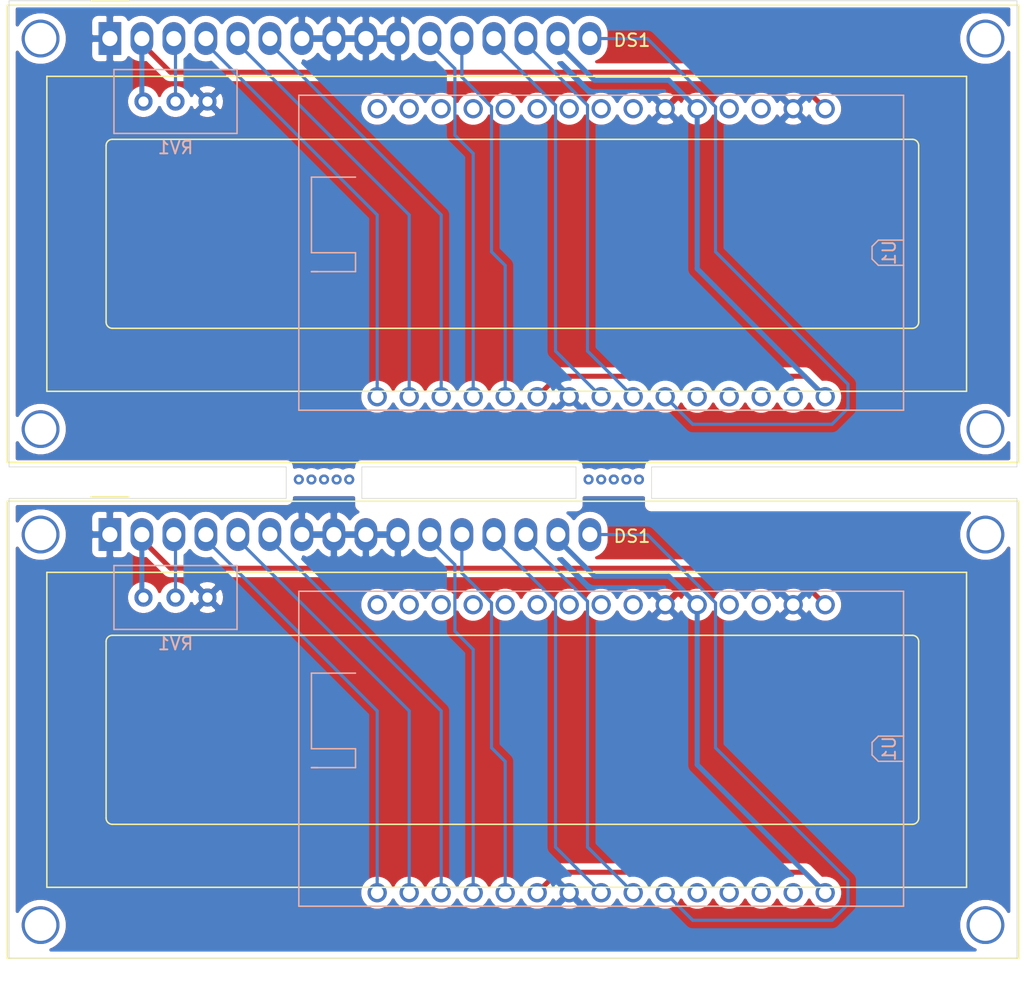
<source format=kicad_pcb>
(kicad_pcb (version 20171130) (host pcbnew "(5.1.4)-1")

  (general
    (thickness 1.6)
    (drawings 20)
    (tracks 124)
    (zones 0)
    (modules 6)
    (nets 28)
  )

  (page A4)
  (layers
    (0 F.Cu signal)
    (31 B.Cu signal)
    (32 B.Adhes user)
    (33 F.Adhes user)
    (34 B.Paste user)
    (35 F.Paste user)
    (36 B.SilkS user)
    (37 F.SilkS user)
    (38 B.Mask user)
    (39 F.Mask user)
    (40 Dwgs.User user)
    (41 Cmts.User user)
    (42 Eco1.User user)
    (43 Eco2.User user)
    (44 Edge.Cuts user)
    (45 Margin user)
    (46 B.CrtYd user)
    (47 F.CrtYd user)
    (48 B.Fab user)
    (49 F.Fab user)
  )

  (setup
    (last_trace_width 0.25)
    (user_trace_width 0.2)
    (user_trace_width 0.254)
    (user_trace_width 0.4)
    (trace_clearance 0.2)
    (zone_clearance 0.508)
    (zone_45_only no)
    (trace_min 0.2)
    (via_size 0.8)
    (via_drill 0.4)
    (via_min_size 0.4)
    (via_min_drill 0.3)
    (uvia_size 0.3)
    (uvia_drill 0.1)
    (uvias_allowed no)
    (uvia_min_size 0.2)
    (uvia_min_drill 0.1)
    (edge_width 0.05)
    (segment_width 0.2)
    (pcb_text_width 0.3)
    (pcb_text_size 1.5 1.5)
    (mod_edge_width 0.12)
    (mod_text_size 1 1)
    (mod_text_width 0.15)
    (pad_size 1.524 1.524)
    (pad_drill 0.762)
    (pad_to_mask_clearance 0.051)
    (solder_mask_min_width 0.25)
    (aux_axis_origin 0 0)
    (visible_elements FFFFFF7F)
    (pcbplotparams
      (layerselection 0x010fc_ffffffff)
      (usegerberextensions false)
      (usegerberattributes false)
      (usegerberadvancedattributes false)
      (creategerberjobfile false)
      (excludeedgelayer true)
      (linewidth 0.100000)
      (plotframeref false)
      (viasonmask false)
      (mode 1)
      (useauxorigin false)
      (hpglpennumber 1)
      (hpglpenspeed 20)
      (hpglpendiameter 15.000000)
      (psnegative false)
      (psa4output false)
      (plotreference true)
      (plotvalue true)
      (plotinvisibletext false)
      (padsonsilk false)
      (subtractmaskfromsilk false)
      (outputformat 1)
      (mirror false)
      (drillshape 0)
      (scaleselection 1)
      (outputdirectory "gerber/"))
  )

  (net 0 "")
  (net 1 "Net-(DS1-Pad16)")
  (net 2 +3V3)
  (net 3 "Net-(DS1-Pad14)")
  (net 4 "Net-(DS1-Pad13)")
  (net 5 "Net-(DS1-Pad12)")
  (net 6 "Net-(DS1-Pad11)")
  (net 7 GND)
  (net 8 "Net-(DS1-Pad6)")
  (net 9 "Net-(DS1-Pad5)")
  (net 10 "Net-(DS1-Pad4)")
  (net 11 "Net-(DS1-Pad3)")
  (net 12 +5V)
  (net 13 "Net-(U1-Pad29)")
  (net 14 "Net-(U1-Pad28)")
  (net 15 "Net-(U1-Pad27)")
  (net 16 "Net-(U1-Pad26)")
  (net 17 "Net-(U1-Pad13)")
  (net 18 "Net-(U1-Pad12)")
  (net 19 "Net-(U1-Pad9)")
  (net 20 "Net-(U1-Pad1)")
  (net 21 "Net-(U1-Pad2)")
  (net 22 "Net-(U1-Pad3)")
  (net 23 "Net-(U1-Pad4)")
  (net 24 "Net-(U1-Pad5)")
  (net 25 "Net-(U1-Pad6)")
  (net 26 "Net-(U1-Pad7)")
  (net 27 "Net-(U1-Pad8)")

  (net_class Default "Dies ist die voreingestellte Netzklasse."
    (clearance 0.2)
    (trace_width 0.25)
    (via_dia 0.8)
    (via_drill 0.4)
    (uvia_dia 0.3)
    (uvia_drill 0.1)
    (add_net +3V3)
    (add_net +5V)
    (add_net GND)
    (add_net "Net-(DS1-Pad11)")
    (add_net "Net-(DS1-Pad12)")
    (add_net "Net-(DS1-Pad13)")
    (add_net "Net-(DS1-Pad14)")
    (add_net "Net-(DS1-Pad16)")
    (add_net "Net-(DS1-Pad3)")
    (add_net "Net-(DS1-Pad4)")
    (add_net "Net-(DS1-Pad5)")
    (add_net "Net-(DS1-Pad6)")
    (add_net "Net-(U1-Pad1)")
    (add_net "Net-(U1-Pad12)")
    (add_net "Net-(U1-Pad13)")
    (add_net "Net-(U1-Pad2)")
    (add_net "Net-(U1-Pad26)")
    (add_net "Net-(U1-Pad27)")
    (add_net "Net-(U1-Pad28)")
    (add_net "Net-(U1-Pad29)")
    (add_net "Net-(U1-Pad3)")
    (add_net "Net-(U1-Pad4)")
    (add_net "Net-(U1-Pad5)")
    (add_net "Net-(U1-Pad6)")
    (add_net "Net-(U1-Pad7)")
    (add_net "Net-(U1-Pad8)")
    (add_net "Net-(U1-Pad9)")
  )

  (module Display:WC1602A (layer F.Cu) (tedit 5A02FE80) (tstamp 5DD1ABAE)
    (at 90 64)
    (descr "LCD 16x2 http://www.wincomlcd.com/pdf/WC1602A-SFYLYHTC06.pdf")
    (tags "LCD 16x2 Alphanumeric 16pin")
    (path /5DD158D5)
    (fp_text reference DS1 (at 41.445 0.135) (layer F.SilkS)
      (effects (font (size 1 1) (thickness 0.15)))
    )
    (fp_text value WC1602A (at -4.31 34.66) (layer F.Fab)
      (effects (font (size 1 1) (thickness 0.15)))
    )
    (fp_line (start -8 33.5) (end -8 -2.5) (layer F.Fab) (width 0.1))
    (fp_line (start 72 33.5) (end -8 33.5) (layer F.Fab) (width 0.1))
    (fp_line (start 72 -2.5) (end 72 33.5) (layer F.Fab) (width 0.1))
    (fp_line (start 1 -2.5) (end 72 -2.5) (layer F.Fab) (width 0.1))
    (fp_line (start -5 28) (end -5 3) (layer F.SilkS) (width 0.12))
    (fp_line (start 68 28) (end -5 28) (layer F.SilkS) (width 0.12))
    (fp_line (start 68 3) (end 68 28) (layer F.SilkS) (width 0.12))
    (fp_line (start -5 3) (end 68 3) (layer F.SilkS) (width 0.12))
    (fp_arc (start 0.20066 8.49884) (end -0.29972 8.49884) (angle 90) (layer F.SilkS) (width 0.12))
    (fp_arc (start 0.20066 22.49932) (end 0.20066 22.9997) (angle 90) (layer F.SilkS) (width 0.12))
    (fp_arc (start 63.70066 22.49932) (end 64.20104 22.49932) (angle 90) (layer F.SilkS) (width 0.12))
    (fp_arc (start 63.7 8.5) (end 63.7 8) (angle 90) (layer F.SilkS) (width 0.12))
    (fp_line (start 64.2 8.5) (end 64.2 22.5) (layer F.SilkS) (width 0.12))
    (fp_line (start 63.70066 23) (end 0.2 23) (layer F.SilkS) (width 0.12))
    (fp_line (start -0.29972 22.49932) (end -0.29972 8.5) (layer F.SilkS) (width 0.12))
    (fp_line (start 0.2 8) (end 63.7 8) (layer F.SilkS) (width 0.12))
    (fp_text user %R (at 30.37 14.74) (layer F.Fab)
      (effects (font (size 1 1) (thickness 0.1)))
    )
    (fp_line (start -1 -2.5) (end -8 -2.5) (layer F.Fab) (width 0.1))
    (fp_line (start 0 -1.5) (end -1 -2.5) (layer F.Fab) (width 0.1))
    (fp_line (start 1 -2.5) (end 0 -1.5) (layer F.Fab) (width 0.1))
    (fp_line (start -8.25 -2.75) (end 72.25 -2.75) (layer F.CrtYd) (width 0.05))
    (fp_line (start -1.5 -3) (end 1.5 -3) (layer F.SilkS) (width 0.12))
    (fp_line (start 72.25 -2.75) (end 72.25 33.75) (layer F.CrtYd) (width 0.05))
    (fp_line (start -8.25 33.75) (end 72.25 33.75) (layer F.CrtYd) (width 0.05))
    (fp_line (start -8.25 -2.75) (end -8.25 33.75) (layer F.CrtYd) (width 0.05))
    (fp_line (start -8.13 -2.64) (end -7.34 -2.64) (layer F.SilkS) (width 0.12))
    (fp_line (start -8.14 -2.64) (end -8.14 33.64) (layer F.SilkS) (width 0.12))
    (fp_line (start 72.14 -2.64) (end -7.34 -2.64) (layer F.SilkS) (width 0.12))
    (fp_line (start 72.14 33.64) (end 72.14 -2.64) (layer F.SilkS) (width 0.12))
    (fp_line (start -8.14 33.64) (end 72.14 33.64) (layer F.SilkS) (width 0.12))
    (pad "" thru_hole circle (at 69.5 0) (size 3 3) (drill 2.5) (layers *.Cu *.Mask))
    (pad "" thru_hole circle (at 69.49948 31.0007) (size 3 3) (drill 2.5) (layers *.Cu *.Mask))
    (pad "" thru_hole circle (at -5.4991 31.0007) (size 3 3) (drill 2.5) (layers *.Cu *.Mask))
    (pad "" thru_hole circle (at -5.4991 0) (size 3 3) (drill 2.5) (layers *.Cu *.Mask))
    (pad 16 thru_hole oval (at 38.1 0) (size 1.8 2.6) (drill 1.2) (layers *.Cu *.Mask)
      (net 1 "Net-(DS1-Pad16)"))
    (pad 15 thru_hole oval (at 35.56 0) (size 1.8 2.6) (drill 1.2) (layers *.Cu *.Mask)
      (net 2 +3V3))
    (pad 14 thru_hole oval (at 33.02 0) (size 1.8 2.6) (drill 1.2) (layers *.Cu *.Mask)
      (net 3 "Net-(DS1-Pad14)"))
    (pad 13 thru_hole oval (at 30.48 0) (size 1.8 2.6) (drill 1.2) (layers *.Cu *.Mask)
      (net 4 "Net-(DS1-Pad13)"))
    (pad 12 thru_hole oval (at 27.94 0) (size 1.8 2.6) (drill 1.2) (layers *.Cu *.Mask)
      (net 5 "Net-(DS1-Pad12)"))
    (pad 11 thru_hole oval (at 25.4 0) (size 1.8 2.6) (drill 1.2) (layers *.Cu *.Mask)
      (net 6 "Net-(DS1-Pad11)"))
    (pad 10 thru_hole oval (at 22.86 0) (size 1.8 2.6) (drill 1.2) (layers *.Cu *.Mask)
      (net 7 GND))
    (pad 9 thru_hole oval (at 20.32 0) (size 1.8 2.6) (drill 1.2) (layers *.Cu *.Mask)
      (net 7 GND))
    (pad 8 thru_hole oval (at 17.78 0) (size 1.8 2.6) (drill 1.2) (layers *.Cu *.Mask)
      (net 7 GND))
    (pad 7 thru_hole oval (at 15.24 0) (size 1.8 2.6) (drill 1.2) (layers *.Cu *.Mask)
      (net 7 GND))
    (pad 6 thru_hole oval (at 12.7 0) (size 1.8 2.6) (drill 1.2) (layers *.Cu *.Mask)
      (net 8 "Net-(DS1-Pad6)"))
    (pad 5 thru_hole oval (at 10.16 0) (size 1.8 2.6) (drill 1.2) (layers *.Cu *.Mask)
      (net 9 "Net-(DS1-Pad5)"))
    (pad 4 thru_hole oval (at 7.62 0) (size 1.8 2.6) (drill 1.2) (layers *.Cu *.Mask)
      (net 10 "Net-(DS1-Pad4)"))
    (pad 3 thru_hole oval (at 5.08 0) (size 1.8 2.6) (drill 1.2) (layers *.Cu *.Mask)
      (net 11 "Net-(DS1-Pad3)"))
    (pad 2 thru_hole oval (at 2.54 0) (size 1.8 2.6) (drill 1.2) (layers *.Cu *.Mask)
      (net 12 +5V))
    (pad 1 thru_hole rect (at 0 0) (size 1.8 2.6) (drill 1.2) (layers *.Cu *.Mask)
      (net 7 GND))
    (model ${KISYS3DMOD}/Display.3dshapes/WC1602A.wrl
      (at (xyz 0 0 0))
      (scale (xyz 1 1 1))
      (rotate (xyz 0 0 0))
    )
  )

  (module Display:WC1602A (layer F.Cu) (tedit 5A02FE80) (tstamp 5DD1C9F8)
    (at 90 103.37)
    (descr "LCD 16x2 http://www.wincomlcd.com/pdf/WC1602A-SFYLYHTC06.pdf")
    (tags "LCD 16x2 Alphanumeric 16pin")
    (path /5DD158D5)
    (fp_text reference DS1 (at 41.445 0.135) (layer F.SilkS)
      (effects (font (size 1 1) (thickness 0.15)))
    )
    (fp_text value WC1602A (at -4.31 34.66) (layer F.Fab)
      (effects (font (size 1 1) (thickness 0.15)))
    )
    (fp_line (start -8.14 33.64) (end 72.14 33.64) (layer F.SilkS) (width 0.12))
    (fp_line (start 72.14 33.64) (end 72.14 -2.64) (layer F.SilkS) (width 0.12))
    (fp_line (start 72.14 -2.64) (end -7.34 -2.64) (layer F.SilkS) (width 0.12))
    (fp_line (start -8.14 -2.64) (end -8.14 33.64) (layer F.SilkS) (width 0.12))
    (fp_line (start -8.13 -2.64) (end -7.34 -2.64) (layer F.SilkS) (width 0.12))
    (fp_line (start -8.25 -2.75) (end -8.25 33.75) (layer F.CrtYd) (width 0.05))
    (fp_line (start -8.25 33.75) (end 72.25 33.75) (layer F.CrtYd) (width 0.05))
    (fp_line (start 72.25 -2.75) (end 72.25 33.75) (layer F.CrtYd) (width 0.05))
    (fp_line (start -1.5 -3) (end 1.5 -3) (layer F.SilkS) (width 0.12))
    (fp_line (start -8.25 -2.75) (end 72.25 -2.75) (layer F.CrtYd) (width 0.05))
    (fp_line (start 1 -2.5) (end 0 -1.5) (layer F.Fab) (width 0.1))
    (fp_line (start 0 -1.5) (end -1 -2.5) (layer F.Fab) (width 0.1))
    (fp_line (start -1 -2.5) (end -8 -2.5) (layer F.Fab) (width 0.1))
    (fp_text user %R (at 30.37 14.74) (layer F.Fab)
      (effects (font (size 1 1) (thickness 0.1)))
    )
    (fp_line (start 0.2 8) (end 63.7 8) (layer F.SilkS) (width 0.12))
    (fp_line (start -0.29972 22.49932) (end -0.29972 8.5) (layer F.SilkS) (width 0.12))
    (fp_line (start 63.70066 23) (end 0.2 23) (layer F.SilkS) (width 0.12))
    (fp_line (start 64.2 8.5) (end 64.2 22.5) (layer F.SilkS) (width 0.12))
    (fp_arc (start 63.7 8.5) (end 63.7 8) (angle 90) (layer F.SilkS) (width 0.12))
    (fp_arc (start 63.70066 22.49932) (end 64.20104 22.49932) (angle 90) (layer F.SilkS) (width 0.12))
    (fp_arc (start 0.20066 22.49932) (end 0.20066 22.9997) (angle 90) (layer F.SilkS) (width 0.12))
    (fp_arc (start 0.20066 8.49884) (end -0.29972 8.49884) (angle 90) (layer F.SilkS) (width 0.12))
    (fp_line (start -5 3) (end 68 3) (layer F.SilkS) (width 0.12))
    (fp_line (start 68 3) (end 68 28) (layer F.SilkS) (width 0.12))
    (fp_line (start 68 28) (end -5 28) (layer F.SilkS) (width 0.12))
    (fp_line (start -5 28) (end -5 3) (layer F.SilkS) (width 0.12))
    (fp_line (start 1 -2.5) (end 72 -2.5) (layer F.Fab) (width 0.1))
    (fp_line (start 72 -2.5) (end 72 33.5) (layer F.Fab) (width 0.1))
    (fp_line (start 72 33.5) (end -8 33.5) (layer F.Fab) (width 0.1))
    (fp_line (start -8 33.5) (end -8 -2.5) (layer F.Fab) (width 0.1))
    (pad 1 thru_hole rect (at 0 0) (size 1.8 2.6) (drill 1.2) (layers *.Cu *.Mask)
      (net 7 GND))
    (pad 2 thru_hole oval (at 2.54 0) (size 1.8 2.6) (drill 1.2) (layers *.Cu *.Mask)
      (net 12 +5V))
    (pad 3 thru_hole oval (at 5.08 0) (size 1.8 2.6) (drill 1.2) (layers *.Cu *.Mask)
      (net 11 "Net-(DS1-Pad3)"))
    (pad 4 thru_hole oval (at 7.62 0) (size 1.8 2.6) (drill 1.2) (layers *.Cu *.Mask)
      (net 10 "Net-(DS1-Pad4)"))
    (pad 5 thru_hole oval (at 10.16 0) (size 1.8 2.6) (drill 1.2) (layers *.Cu *.Mask)
      (net 9 "Net-(DS1-Pad5)"))
    (pad 6 thru_hole oval (at 12.7 0) (size 1.8 2.6) (drill 1.2) (layers *.Cu *.Mask)
      (net 8 "Net-(DS1-Pad6)"))
    (pad 7 thru_hole oval (at 15.24 0) (size 1.8 2.6) (drill 1.2) (layers *.Cu *.Mask)
      (net 7 GND))
    (pad 8 thru_hole oval (at 17.78 0) (size 1.8 2.6) (drill 1.2) (layers *.Cu *.Mask)
      (net 7 GND))
    (pad 9 thru_hole oval (at 20.32 0) (size 1.8 2.6) (drill 1.2) (layers *.Cu *.Mask)
      (net 7 GND))
    (pad 10 thru_hole oval (at 22.86 0) (size 1.8 2.6) (drill 1.2) (layers *.Cu *.Mask)
      (net 7 GND))
    (pad 11 thru_hole oval (at 25.4 0) (size 1.8 2.6) (drill 1.2) (layers *.Cu *.Mask)
      (net 6 "Net-(DS1-Pad11)"))
    (pad 12 thru_hole oval (at 27.94 0) (size 1.8 2.6) (drill 1.2) (layers *.Cu *.Mask)
      (net 5 "Net-(DS1-Pad12)"))
    (pad 13 thru_hole oval (at 30.48 0) (size 1.8 2.6) (drill 1.2) (layers *.Cu *.Mask)
      (net 4 "Net-(DS1-Pad13)"))
    (pad 14 thru_hole oval (at 33.02 0) (size 1.8 2.6) (drill 1.2) (layers *.Cu *.Mask)
      (net 3 "Net-(DS1-Pad14)"))
    (pad 15 thru_hole oval (at 35.56 0) (size 1.8 2.6) (drill 1.2) (layers *.Cu *.Mask)
      (net 2 +3V3))
    (pad 16 thru_hole oval (at 38.1 0) (size 1.8 2.6) (drill 1.2) (layers *.Cu *.Mask)
      (net 1 "Net-(DS1-Pad16)"))
    (pad "" thru_hole circle (at -5.4991 0) (size 3 3) (drill 2.5) (layers *.Cu *.Mask))
    (pad "" thru_hole circle (at -5.4991 31.0007) (size 3 3) (drill 2.5) (layers *.Cu *.Mask))
    (pad "" thru_hole circle (at 69.49948 31.0007) (size 3 3) (drill 2.5) (layers *.Cu *.Mask))
    (pad "" thru_hole circle (at 69.5 0) (size 3 3) (drill 2.5) (layers *.Cu *.Mask))
    (model ${KISYS3DMOD}/Display.3dshapes/WC1602A.wrl
      (at (xyz 0 0 0))
      (scale (xyz 1 1 1))
      (rotate (xyz 0 0 0))
    )
  )

  (module ESPLCD:NodeMCU (layer B.Cu) (tedit 5DD15CC4) (tstamp 5DD1C9C2)
    (at 129 120.37 270)
    (path /5DD19C95)
    (fp_text reference U1 (at 0 -22.86 90) (layer B.SilkS)
      (effects (font (size 1 1) (thickness 0.15)) (justify mirror))
    )
    (fp_text value NodeMCU (at 0 22.86 90) (layer B.Fab)
      (effects (font (size 1 1) (thickness 0.15)) (justify mirror))
    )
    (fp_line (start 1 -22) (end 1 -24) (layer B.SilkS) (width 0.12))
    (fp_line (start 0.5 -21.5) (end 1 -22) (layer B.SilkS) (width 0.12))
    (fp_line (start -0.5 -21.5) (end 0.5 -21.5) (layer B.SilkS) (width 0.12))
    (fp_line (start -1 -22) (end -0.5 -21.5) (layer B.SilkS) (width 0.12))
    (fp_line (start -1 -24) (end -1 -22) (layer B.SilkS) (width 0.12))
    (fp_line (start 1.5 23) (end 1.5 22.5) (layer B.SilkS) (width 0.12))
    (fp_line (start 1.5 19.5) (end 1.5 23) (layer B.SilkS) (width 0.12))
    (fp_line (start 0 19.5) (end 1.5 19.5) (layer B.SilkS) (width 0.12))
    (fp_line (start 0 23) (end 0 19.5) (layer B.SilkS) (width 0.12))
    (fp_line (start -6 23) (end 0 23) (layer B.SilkS) (width 0.12))
    (fp_line (start -6 19.5) (end -6 23) (layer B.SilkS) (width 0.12))
    (fp_line (start -12.5 -24) (end -12.5 24) (layer B.SilkS) (width 0.12))
    (fp_line (start 12.5 -24) (end -12.5 -24) (layer B.SilkS) (width 0.12))
    (fp_line (start 12.5 24) (end 12.5 -24) (layer B.SilkS) (width 0.12))
    (fp_line (start -12.5 24) (end 12.5 24) (layer B.SilkS) (width 0.12))
    (fp_line (start 0 24) (end -12.5 24) (layer B.CrtYd) (width 0.12))
    (fp_line (start -12.5 24) (end -12.5 -24) (layer B.CrtYd) (width 0.12))
    (fp_line (start -12.5 -24) (end 0 -24) (layer B.CrtYd) (width 0.12))
    (fp_line (start 0 -24) (end 12.5 -24) (layer B.CrtYd) (width 0.12))
    (fp_line (start 12.5 -24) (end 12.5 24) (layer B.CrtYd) (width 0.12))
    (fp_line (start 12.5 24) (end 0 24) (layer B.CrtYd) (width 0.12))
    (pad 8 thru_hole circle (at -11.43 0 270) (size 1.524 1.524) (drill 1) (layers *.Cu *.Mask)
      (net 27 "Net-(U1-Pad8)"))
    (pad 23 thru_hole circle (at 11.43 0 270) (size 1.524 1.524) (drill 1) (layers *.Cu *.Mask)
      (net 4 "Net-(DS1-Pad13)"))
    (pad 7 thru_hole circle (at -11.43 2.54 270) (size 1.524 1.524) (drill 1) (layers *.Cu *.Mask)
      (net 26 "Net-(U1-Pad7)"))
    (pad 6 thru_hole circle (at -11.43 5.08 270) (size 1.524 1.524) (drill 1) (layers *.Cu *.Mask)
      (net 25 "Net-(U1-Pad6)"))
    (pad 5 thru_hole circle (at -11.43 7.62 270) (size 1.524 1.524) (drill 1) (layers *.Cu *.Mask)
      (net 24 "Net-(U1-Pad5)"))
    (pad 4 thru_hole circle (at -11.43 10.16 270) (size 1.524 1.524) (drill 1) (layers *.Cu *.Mask)
      (net 23 "Net-(U1-Pad4)"))
    (pad 3 thru_hole circle (at -11.43 12.7 270) (size 1.524 1.524) (drill 1) (layers *.Cu *.Mask)
      (net 22 "Net-(U1-Pad3)"))
    (pad 2 thru_hole circle (at -11.43 15.24 270) (size 1.524 1.524) (drill 1) (layers *.Cu *.Mask)
      (net 21 "Net-(U1-Pad2)"))
    (pad 1 thru_hole circle (at -11.43 17.78 270) (size 1.524 1.524) (drill 1) (layers *.Cu *.Mask)
      (net 20 "Net-(U1-Pad1)"))
    (pad 9 thru_hole circle (at -11.43 -2.54 270) (size 1.524 1.524) (drill 1) (layers *.Cu *.Mask)
      (net 19 "Net-(U1-Pad9)"))
    (pad 10 thru_hole circle (at -11.43 -5.08 270) (size 1.524 1.524) (drill 1) (layers *.Cu *.Mask)
      (net 7 GND))
    (pad 11 thru_hole circle (at -11.43 -7.62 270) (size 1.524 1.524) (drill 1) (layers *.Cu *.Mask)
      (net 2 +3V3))
    (pad 12 thru_hole circle (at -11.43 -10.16 270) (size 1.524 1.524) (drill 1) (layers *.Cu *.Mask)
      (net 18 "Net-(U1-Pad12)"))
    (pad 13 thru_hole circle (at -11.43 -12.7 270) (size 1.524 1.524) (drill 1) (layers *.Cu *.Mask)
      (net 17 "Net-(U1-Pad13)"))
    (pad 14 thru_hole circle (at -11.43 -15.24 270) (size 1.524 1.524) (drill 1) (layers *.Cu *.Mask)
      (net 7 GND))
    (pad 15 thru_hole circle (at -11.43 -17.78 270) (size 1.524 1.524) (drill 1) (layers *.Cu *.Mask)
      (net 12 +5V))
    (pad 16 thru_hole circle (at 11.43 17.78 270) (size 1.524 1.524) (drill 1) (layers *.Cu *.Mask)
      (net 10 "Net-(DS1-Pad4)"))
    (pad 17 thru_hole circle (at 11.43 15.24 270) (size 1.524 1.524) (drill 1) (layers *.Cu *.Mask)
      (net 9 "Net-(DS1-Pad5)"))
    (pad 18 thru_hole circle (at 11.43 12.7 270) (size 1.524 1.524) (drill 1) (layers *.Cu *.Mask)
      (net 8 "Net-(DS1-Pad6)"))
    (pad 19 thru_hole circle (at 11.43 10.16 270) (size 1.524 1.524) (drill 1) (layers *.Cu *.Mask)
      (net 6 "Net-(DS1-Pad11)"))
    (pad 20 thru_hole circle (at 11.43 7.62 270) (size 1.524 1.524) (drill 1) (layers *.Cu *.Mask)
      (net 5 "Net-(DS1-Pad12)"))
    (pad 21 thru_hole circle (at 11.43 5.08 270) (size 1.524 1.524) (drill 1) (layers *.Cu *.Mask)
      (net 2 +3V3))
    (pad 22 thru_hole circle (at 11.43 2.54 270) (size 1.524 1.524) (drill 1) (layers *.Cu *.Mask)
      (net 7 GND))
    (pad 24 thru_hole circle (at 11.43 -2.54 270) (size 1.524 1.524) (drill 1) (layers *.Cu *.Mask)
      (net 3 "Net-(DS1-Pad14)"))
    (pad 25 thru_hole circle (at 11.43 -5.08 270) (size 1.524 1.524) (drill 1) (layers *.Cu *.Mask)
      (net 1 "Net-(DS1-Pad16)"))
    (pad 26 thru_hole circle (at 11.43 -7.62 270) (size 1.524 1.524) (drill 1) (layers *.Cu *.Mask)
      (net 16 "Net-(U1-Pad26)"))
    (pad 27 thru_hole circle (at 11.43 -10.16 270) (size 1.524 1.524) (drill 1) (layers *.Cu *.Mask)
      (net 15 "Net-(U1-Pad27)"))
    (pad 28 thru_hole circle (at 11.43 -12.7 270) (size 1.524 1.524) (drill 1) (layers *.Cu *.Mask)
      (net 14 "Net-(U1-Pad28)"))
    (pad 29 thru_hole circle (at 11.43 -15.24 270) (size 1.524 1.524) (drill 1) (layers *.Cu *.Mask)
      (net 13 "Net-(U1-Pad29)"))
    (pad 30 thru_hole circle (at 11.43 -17.78 270) (size 1.524 1.524) (drill 1) (layers *.Cu *.Mask)
      (net 2 +3V3))
  )

  (module Potentiometer_THT:Potentiometer_Bourns_3296W_Vertical (layer B.Cu) (tedit 5A3D4994) (tstamp 5DD1C9AC)
    (at 97.75 108.37)
    (descr "Potentiometer, vertical, Bourns 3296W, https://www.bourns.com/pdfs/3296.pdf")
    (tags "Potentiometer vertical Bourns 3296W")
    (path /5DD170F8)
    (fp_text reference RV1 (at -2.54 3.66) (layer B.SilkS)
      (effects (font (size 1 1) (thickness 0.15)) (justify mirror))
    )
    (fp_text value R_POT (at -2.54 -3.67) (layer B.Fab)
      (effects (font (size 1 1) (thickness 0.15)) (justify mirror))
    )
    (fp_circle (center 0.955 -1.15) (end 2.05 -1.15) (layer B.Fab) (width 0.1))
    (fp_line (start -7.305 2.41) (end -7.305 -2.42) (layer B.Fab) (width 0.1))
    (fp_line (start -7.305 -2.42) (end 2.225 -2.42) (layer B.Fab) (width 0.1))
    (fp_line (start 2.225 -2.42) (end 2.225 2.41) (layer B.Fab) (width 0.1))
    (fp_line (start 2.225 2.41) (end -7.305 2.41) (layer B.Fab) (width 0.1))
    (fp_line (start 0.955 -2.235) (end 0.956 -0.066) (layer B.Fab) (width 0.1))
    (fp_line (start 0.955 -2.235) (end 0.956 -0.066) (layer B.Fab) (width 0.1))
    (fp_line (start -7.425 2.53) (end 2.345 2.53) (layer B.SilkS) (width 0.12))
    (fp_line (start -7.425 -2.54) (end 2.345 -2.54) (layer B.SilkS) (width 0.12))
    (fp_line (start -7.425 2.53) (end -7.425 -2.54) (layer B.SilkS) (width 0.12))
    (fp_line (start 2.345 2.53) (end 2.345 -2.54) (layer B.SilkS) (width 0.12))
    (fp_line (start -7.6 2.7) (end -7.6 -2.7) (layer B.CrtYd) (width 0.05))
    (fp_line (start -7.6 -2.7) (end 2.5 -2.7) (layer B.CrtYd) (width 0.05))
    (fp_line (start 2.5 -2.7) (end 2.5 2.7) (layer B.CrtYd) (width 0.05))
    (fp_line (start 2.5 2.7) (end -7.6 2.7) (layer B.CrtYd) (width 0.05))
    (fp_text user %R (at -3.175 -0.005) (layer B.Fab)
      (effects (font (size 1 1) (thickness 0.15)) (justify mirror))
    )
    (pad 1 thru_hole circle (at 0 0) (size 1.44 1.44) (drill 0.8) (layers *.Cu *.Mask)
      (net 7 GND))
    (pad 2 thru_hole circle (at -2.54 0) (size 1.44 1.44) (drill 0.8) (layers *.Cu *.Mask)
      (net 11 "Net-(DS1-Pad3)"))
    (pad 3 thru_hole circle (at -5.08 0) (size 1.44 1.44) (drill 0.8) (layers *.Cu *.Mask)
      (net 12 +5V))
    (model ${KISYS3DMOD}/Potentiometer_THT.3dshapes/Potentiometer_Bourns_3296W_Vertical.wrl
      (at (xyz 0 0 0))
      (scale (xyz 1 1 1))
      (rotate (xyz 0 0 0))
    )
  )

  (module ESPLCD:NodeMCU (layer B.Cu) (tedit 5DD15CC4) (tstamp 5DD1ABED)
    (at 129 81 270)
    (path /5DD19C95)
    (fp_text reference U1 (at 0 -22.86 90) (layer B.SilkS)
      (effects (font (size 1 1) (thickness 0.15)) (justify mirror))
    )
    (fp_text value NodeMCU (at 0 22.86 90) (layer B.Fab)
      (effects (font (size 1 1) (thickness 0.15)) (justify mirror))
    )
    (fp_line (start 12.5 24) (end 0 24) (layer B.CrtYd) (width 0.12))
    (fp_line (start 12.5 -24) (end 12.5 24) (layer B.CrtYd) (width 0.12))
    (fp_line (start 0 -24) (end 12.5 -24) (layer B.CrtYd) (width 0.12))
    (fp_line (start -12.5 -24) (end 0 -24) (layer B.CrtYd) (width 0.12))
    (fp_line (start -12.5 24) (end -12.5 -24) (layer B.CrtYd) (width 0.12))
    (fp_line (start 0 24) (end -12.5 24) (layer B.CrtYd) (width 0.12))
    (fp_line (start -12.5 24) (end 12.5 24) (layer B.SilkS) (width 0.12))
    (fp_line (start 12.5 24) (end 12.5 -24) (layer B.SilkS) (width 0.12))
    (fp_line (start 12.5 -24) (end -12.5 -24) (layer B.SilkS) (width 0.12))
    (fp_line (start -12.5 -24) (end -12.5 24) (layer B.SilkS) (width 0.12))
    (fp_line (start -6 19.5) (end -6 23) (layer B.SilkS) (width 0.12))
    (fp_line (start -6 23) (end 0 23) (layer B.SilkS) (width 0.12))
    (fp_line (start 0 23) (end 0 19.5) (layer B.SilkS) (width 0.12))
    (fp_line (start 0 19.5) (end 1.5 19.5) (layer B.SilkS) (width 0.12))
    (fp_line (start 1.5 19.5) (end 1.5 23) (layer B.SilkS) (width 0.12))
    (fp_line (start 1.5 23) (end 1.5 22.5) (layer B.SilkS) (width 0.12))
    (fp_line (start -1 -24) (end -1 -22) (layer B.SilkS) (width 0.12))
    (fp_line (start -1 -22) (end -0.5 -21.5) (layer B.SilkS) (width 0.12))
    (fp_line (start -0.5 -21.5) (end 0.5 -21.5) (layer B.SilkS) (width 0.12))
    (fp_line (start 0.5 -21.5) (end 1 -22) (layer B.SilkS) (width 0.12))
    (fp_line (start 1 -22) (end 1 -24) (layer B.SilkS) (width 0.12))
    (pad 30 thru_hole circle (at 11.43 -17.78 270) (size 1.524 1.524) (drill 1) (layers *.Cu *.Mask)
      (net 2 +3V3))
    (pad 29 thru_hole circle (at 11.43 -15.24 270) (size 1.524 1.524) (drill 1) (layers *.Cu *.Mask)
      (net 13 "Net-(U1-Pad29)"))
    (pad 28 thru_hole circle (at 11.43 -12.7 270) (size 1.524 1.524) (drill 1) (layers *.Cu *.Mask)
      (net 14 "Net-(U1-Pad28)"))
    (pad 27 thru_hole circle (at 11.43 -10.16 270) (size 1.524 1.524) (drill 1) (layers *.Cu *.Mask)
      (net 15 "Net-(U1-Pad27)"))
    (pad 26 thru_hole circle (at 11.43 -7.62 270) (size 1.524 1.524) (drill 1) (layers *.Cu *.Mask)
      (net 16 "Net-(U1-Pad26)"))
    (pad 25 thru_hole circle (at 11.43 -5.08 270) (size 1.524 1.524) (drill 1) (layers *.Cu *.Mask)
      (net 1 "Net-(DS1-Pad16)"))
    (pad 24 thru_hole circle (at 11.43 -2.54 270) (size 1.524 1.524) (drill 1) (layers *.Cu *.Mask)
      (net 3 "Net-(DS1-Pad14)"))
    (pad 22 thru_hole circle (at 11.43 2.54 270) (size 1.524 1.524) (drill 1) (layers *.Cu *.Mask)
      (net 7 GND))
    (pad 21 thru_hole circle (at 11.43 5.08 270) (size 1.524 1.524) (drill 1) (layers *.Cu *.Mask)
      (net 2 +3V3))
    (pad 20 thru_hole circle (at 11.43 7.62 270) (size 1.524 1.524) (drill 1) (layers *.Cu *.Mask)
      (net 5 "Net-(DS1-Pad12)"))
    (pad 19 thru_hole circle (at 11.43 10.16 270) (size 1.524 1.524) (drill 1) (layers *.Cu *.Mask)
      (net 6 "Net-(DS1-Pad11)"))
    (pad 18 thru_hole circle (at 11.43 12.7 270) (size 1.524 1.524) (drill 1) (layers *.Cu *.Mask)
      (net 8 "Net-(DS1-Pad6)"))
    (pad 17 thru_hole circle (at 11.43 15.24 270) (size 1.524 1.524) (drill 1) (layers *.Cu *.Mask)
      (net 9 "Net-(DS1-Pad5)"))
    (pad 16 thru_hole circle (at 11.43 17.78 270) (size 1.524 1.524) (drill 1) (layers *.Cu *.Mask)
      (net 10 "Net-(DS1-Pad4)"))
    (pad 15 thru_hole circle (at -11.43 -17.78 270) (size 1.524 1.524) (drill 1) (layers *.Cu *.Mask)
      (net 12 +5V))
    (pad 14 thru_hole circle (at -11.43 -15.24 270) (size 1.524 1.524) (drill 1) (layers *.Cu *.Mask)
      (net 7 GND))
    (pad 13 thru_hole circle (at -11.43 -12.7 270) (size 1.524 1.524) (drill 1) (layers *.Cu *.Mask)
      (net 17 "Net-(U1-Pad13)"))
    (pad 12 thru_hole circle (at -11.43 -10.16 270) (size 1.524 1.524) (drill 1) (layers *.Cu *.Mask)
      (net 18 "Net-(U1-Pad12)"))
    (pad 11 thru_hole circle (at -11.43 -7.62 270) (size 1.524 1.524) (drill 1) (layers *.Cu *.Mask)
      (net 2 +3V3))
    (pad 10 thru_hole circle (at -11.43 -5.08 270) (size 1.524 1.524) (drill 1) (layers *.Cu *.Mask)
      (net 7 GND))
    (pad 9 thru_hole circle (at -11.43 -2.54 270) (size 1.524 1.524) (drill 1) (layers *.Cu *.Mask)
      (net 19 "Net-(U1-Pad9)"))
    (pad 1 thru_hole circle (at -11.43 17.78 270) (size 1.524 1.524) (drill 1) (layers *.Cu *.Mask)
      (net 20 "Net-(U1-Pad1)"))
    (pad 2 thru_hole circle (at -11.43 15.24 270) (size 1.524 1.524) (drill 1) (layers *.Cu *.Mask)
      (net 21 "Net-(U1-Pad2)"))
    (pad 3 thru_hole circle (at -11.43 12.7 270) (size 1.524 1.524) (drill 1) (layers *.Cu *.Mask)
      (net 22 "Net-(U1-Pad3)"))
    (pad 4 thru_hole circle (at -11.43 10.16 270) (size 1.524 1.524) (drill 1) (layers *.Cu *.Mask)
      (net 23 "Net-(U1-Pad4)"))
    (pad 5 thru_hole circle (at -11.43 7.62 270) (size 1.524 1.524) (drill 1) (layers *.Cu *.Mask)
      (net 24 "Net-(U1-Pad5)"))
    (pad 6 thru_hole circle (at -11.43 5.08 270) (size 1.524 1.524) (drill 1) (layers *.Cu *.Mask)
      (net 25 "Net-(U1-Pad6)"))
    (pad 7 thru_hole circle (at -11.43 2.54 270) (size 1.524 1.524) (drill 1) (layers *.Cu *.Mask)
      (net 26 "Net-(U1-Pad7)"))
    (pad 23 thru_hole circle (at 11.43 0 270) (size 1.524 1.524) (drill 1) (layers *.Cu *.Mask)
      (net 4 "Net-(DS1-Pad13)"))
    (pad 8 thru_hole circle (at -11.43 0 270) (size 1.524 1.524) (drill 1) (layers *.Cu *.Mask)
      (net 27 "Net-(U1-Pad8)"))
  )

  (module Potentiometer_THT:Potentiometer_Bourns_3296W_Vertical (layer B.Cu) (tedit 5A3D4994) (tstamp 5DD1B237)
    (at 97.75 69)
    (descr "Potentiometer, vertical, Bourns 3296W, https://www.bourns.com/pdfs/3296.pdf")
    (tags "Potentiometer vertical Bourns 3296W")
    (path /5DD170F8)
    (fp_text reference RV1 (at -2.54 3.66) (layer B.SilkS)
      (effects (font (size 1 1) (thickness 0.15)) (justify mirror))
    )
    (fp_text value R_POT (at -2.54 -3.67) (layer B.Fab)
      (effects (font (size 1 1) (thickness 0.15)) (justify mirror))
    )
    (fp_text user %R (at -3.175 -0.005) (layer B.Fab)
      (effects (font (size 1 1) (thickness 0.15)) (justify mirror))
    )
    (fp_line (start 2.5 2.7) (end -7.6 2.7) (layer B.CrtYd) (width 0.05))
    (fp_line (start 2.5 -2.7) (end 2.5 2.7) (layer B.CrtYd) (width 0.05))
    (fp_line (start -7.6 -2.7) (end 2.5 -2.7) (layer B.CrtYd) (width 0.05))
    (fp_line (start -7.6 2.7) (end -7.6 -2.7) (layer B.CrtYd) (width 0.05))
    (fp_line (start 2.345 2.53) (end 2.345 -2.54) (layer B.SilkS) (width 0.12))
    (fp_line (start -7.425 2.53) (end -7.425 -2.54) (layer B.SilkS) (width 0.12))
    (fp_line (start -7.425 -2.54) (end 2.345 -2.54) (layer B.SilkS) (width 0.12))
    (fp_line (start -7.425 2.53) (end 2.345 2.53) (layer B.SilkS) (width 0.12))
    (fp_line (start 0.955 -2.235) (end 0.956 -0.066) (layer B.Fab) (width 0.1))
    (fp_line (start 0.955 -2.235) (end 0.956 -0.066) (layer B.Fab) (width 0.1))
    (fp_line (start 2.225 2.41) (end -7.305 2.41) (layer B.Fab) (width 0.1))
    (fp_line (start 2.225 -2.42) (end 2.225 2.41) (layer B.Fab) (width 0.1))
    (fp_line (start -7.305 -2.42) (end 2.225 -2.42) (layer B.Fab) (width 0.1))
    (fp_line (start -7.305 2.41) (end -7.305 -2.42) (layer B.Fab) (width 0.1))
    (fp_circle (center 0.955 -1.15) (end 2.05 -1.15) (layer B.Fab) (width 0.1))
    (pad 3 thru_hole circle (at -5.08 0) (size 1.44 1.44) (drill 0.8) (layers *.Cu *.Mask)
      (net 12 +5V))
    (pad 2 thru_hole circle (at -2.54 0) (size 1.44 1.44) (drill 0.8) (layers *.Cu *.Mask)
      (net 11 "Net-(DS1-Pad3)"))
    (pad 1 thru_hole circle (at 0 0) (size 1.44 1.44) (drill 0.8) (layers *.Cu *.Mask)
      (net 7 GND))
    (model ${KISYS3DMOD}/Potentiometer_THT.3dshapes/Potentiometer_Bourns_3296W_Vertical.wrl
      (at (xyz 0 0 0))
      (scale (xyz 1 1 1))
      (rotate (xyz 0 0 0))
    )
  )

  (gr_line (start 110 98) (end 127 98) (layer Edge.Cuts) (width 0.05) (tstamp 5DD1CCC9))
  (gr_line (start 127 100.5) (end 110 100.5) (layer Edge.Cuts) (width 0.05) (tstamp 5DD1CCC8))
  (gr_line (start 127 98) (end 127 100.5) (layer Edge.Cuts) (width 0.05))
  (gr_line (start 110 98) (end 110 100.5) (layer Edge.Cuts) (width 0.05))
  (gr_line (start 133 100.5) (end 162 100.5) (layer Edge.Cuts) (width 0.05))
  (gr_line (start 133 98) (end 133 100.5) (layer Edge.Cuts) (width 0.05))
  (gr_line (start 162 98) (end 133 98) (layer Edge.Cuts) (width 0.05))
  (gr_line (start 162 97) (end 162 98) (layer Edge.Cuts) (width 0.05))
  (gr_line (start 162 137) (end 162 136.37) (layer Edge.Cuts) (width 0.05) (tstamp 5DD1CCC1))
  (gr_line (start 82 137) (end 162 137) (layer Edge.Cuts) (width 0.05))
  (gr_line (start 82 136.37) (end 82 137) (layer Edge.Cuts) (width 0.05))
  (gr_line (start 104 100.5) (end 82 100.5) (layer Edge.Cuts) (width 0.05))
  (gr_line (start 104 98) (end 104 100.5) (layer Edge.Cuts) (width 0.05))
  (gr_line (start 82 98) (end 104 98) (layer Edge.Cuts) (width 0.05))
  (gr_line (start 82 97) (end 82 98) (layer Edge.Cuts) (width 0.05))
  (gr_line (start 162 100.5) (end 162 136.37) (layer Edge.Cuts) (width 0.05) (tstamp 5DD1C9AA))
  (gr_line (start 82 136.37) (end 82 100.5) (layer Edge.Cuts) (width 0.05) (tstamp 5DD1C9A9))
  (gr_line (start 82 97) (end 82 61) (layer Edge.Cuts) (width 0.05) (tstamp 5DD1B0D8))
  (gr_line (start 162 61) (end 162 97) (layer Edge.Cuts) (width 0.05))
  (gr_line (start 82 61) (end 162 61) (layer Edge.Cuts) (width 0.05))

  (via (at 105 99) (size 0.8) (drill 0.4) (layers F.Cu B.Cu) (net 0))
  (via (at 106 99) (size 0.8) (drill 0.4) (layers F.Cu B.Cu) (net 0))
  (via (at 107 99) (size 0.8) (drill 0.4) (layers F.Cu B.Cu) (net 0))
  (via (at 108 99) (size 0.8) (drill 0.4) (layers F.Cu B.Cu) (net 0))
  (via (at 109 99) (size 0.8) (drill 0.4) (layers F.Cu B.Cu) (net 0))
  (via (at 132 99) (size 0.8) (drill 0.4) (layers F.Cu B.Cu) (net 0))
  (via (at 131 99) (size 0.8) (drill 0.4) (layers F.Cu B.Cu) (net 0))
  (via (at 130 99) (size 0.8) (drill 0.4) (layers F.Cu B.Cu) (net 0))
  (via (at 129 99) (size 0.8) (drill 0.4) (layers F.Cu B.Cu) (net 0))
  (via (at 128 99) (size 0.8) (drill 0.4) (layers F.Cu B.Cu) (net 0))
  (segment (start 136.265 94.615) (end 134.08 92.43) (width 0.25) (layer B.Cu) (net 1))
  (segment (start 147.32 94.615) (end 136.265 94.615) (width 0.25) (layer B.Cu) (net 1))
  (segment (start 132.658762 64) (end 138.072999 69.414237) (width 0.25) (layer B.Cu) (net 1))
  (segment (start 128.1 64) (end 132.658762 64) (width 0.25) (layer B.Cu) (net 1))
  (segment (start 138.072999 69.414237) (end 138.072999 80.922999) (width 0.25) (layer B.Cu) (net 1))
  (segment (start 138.072999 80.922999) (end 148.59 91.44) (width 0.25) (layer B.Cu) (net 1))
  (segment (start 148.59 91.44) (end 148.59 93.345) (width 0.25) (layer B.Cu) (net 1))
  (segment (start 148.59 93.345) (end 147.32 94.615) (width 0.25) (layer B.Cu) (net 1))
  (segment (start 132.658762 103.37) (end 138.072999 108.784237) (width 0.25) (layer B.Cu) (net 1) (tstamp 5DD1CA37))
  (segment (start 147.32 133.985) (end 136.265 133.985) (width 0.25) (layer B.Cu) (net 1) (tstamp 5DD1CA38))
  (segment (start 128.1 103.37) (end 132.658762 103.37) (width 0.25) (layer B.Cu) (net 1) (tstamp 5DD1CA39))
  (segment (start 138.072999 108.784237) (end 138.072999 120.292999) (width 0.25) (layer B.Cu) (net 1) (tstamp 5DD1CA3A))
  (segment (start 136.265 133.985) (end 134.08 131.8) (width 0.25) (layer B.Cu) (net 1) (tstamp 5DD1CA3B))
  (segment (start 138.072999 120.292999) (end 148.59 130.81) (width 0.25) (layer B.Cu) (net 1) (tstamp 5DD1CA3C))
  (segment (start 148.59 130.81) (end 148.59 132.715) (width 0.25) (layer B.Cu) (net 1) (tstamp 5DD1CA3D))
  (segment (start 148.59 132.715) (end 147.32 133.985) (width 0.25) (layer B.Cu) (net 1) (tstamp 5DD1CA3E))
  (segment (start 125.56 64.4) (end 128.47 67.31) (width 0.4) (layer B.Cu) (net 2))
  (segment (start 125.56 64) (end 125.56 64.4) (width 0.4) (layer B.Cu) (net 2))
  (segment (start 134.36 67.31) (end 136.62 69.57) (width 0.4) (layer B.Cu) (net 2))
  (segment (start 128.47 67.31) (end 134.36 67.31) (width 0.4) (layer B.Cu) (net 2))
  (segment (start 136.62 82.27) (end 146.78 92.43) (width 0.4) (layer B.Cu) (net 2))
  (segment (start 136.62 69.57) (end 136.62 82.27) (width 0.4) (layer B.Cu) (net 2))
  (segment (start 125.545 90.805) (end 123.92 92.43) (width 0.4) (layer F.Cu) (net 2))
  (segment (start 145.155 90.805) (end 125.545 90.805) (width 0.4) (layer F.Cu) (net 2))
  (segment (start 146.78 92.43) (end 145.155 90.805) (width 0.4) (layer F.Cu) (net 2))
  (segment (start 128.47 106.68) (end 134.36 106.68) (width 0.4) (layer B.Cu) (net 2) (tstamp 5DD1C98D))
  (segment (start 125.56 103.77) (end 128.47 106.68) (width 0.4) (layer B.Cu) (net 2) (tstamp 5DD1C990))
  (segment (start 125.56 103.37) (end 125.56 103.77) (width 0.4) (layer B.Cu) (net 2) (tstamp 5DD1C991))
  (segment (start 134.36 106.68) (end 136.62 108.94) (width 0.4) (layer B.Cu) (net 2) (tstamp 5DD1C995))
  (segment (start 136.62 108.94) (end 136.62 121.64) (width 0.4) (layer B.Cu) (net 2) (tstamp 5DD1CA32))
  (segment (start 136.62 121.64) (end 146.78 131.8) (width 0.4) (layer B.Cu) (net 2) (tstamp 5DD1CA33))
  (segment (start 125.545 130.175) (end 123.92 131.8) (width 0.4) (layer F.Cu) (net 2) (tstamp 5DD1CA34))
  (segment (start 145.155 130.175) (end 125.545 130.175) (width 0.4) (layer F.Cu) (net 2) (tstamp 5DD1CA35))
  (segment (start 146.78 131.8) (end 145.155 130.175) (width 0.4) (layer F.Cu) (net 2) (tstamp 5DD1CA36))
  (segment (start 130.778001 91.668001) (end 131.54 92.43) (width 0.25) (layer B.Cu) (net 3))
  (segment (start 127.912999 88.802999) (end 130.778001 91.668001) (width 0.25) (layer B.Cu) (net 3))
  (segment (start 127.912999 69.292999) (end 127.912999 88.802999) (width 0.25) (layer B.Cu) (net 3))
  (segment (start 123.02 64.4) (end 127.912999 69.292999) (width 0.25) (layer B.Cu) (net 3))
  (segment (start 123.02 64) (end 123.02 64.4) (width 0.25) (layer B.Cu) (net 3))
  (segment (start 123.02 103.37) (end 123.02 103.77) (width 0.25) (layer B.Cu) (net 3) (tstamp 5DD1C9A3))
  (segment (start 123.02 103.77) (end 127.912999 108.662999) (width 0.25) (layer B.Cu) (net 3) (tstamp 5DD1C9A4))
  (segment (start 130.778001 131.038001) (end 131.54 131.8) (width 0.25) (layer B.Cu) (net 3) (tstamp 5DD1C9A5))
  (segment (start 127.912999 128.172999) (end 130.778001 131.038001) (width 0.25) (layer B.Cu) (net 3) (tstamp 5DD1C9A6))
  (segment (start 127.912999 108.662999) (end 127.912999 128.172999) (width 0.25) (layer B.Cu) (net 3) (tstamp 5DD1C9A7))
  (segment (start 128.238001 91.668001) (end 129 92.43) (width 0.25) (layer B.Cu) (net 4))
  (segment (start 125.372999 88.802999) (end 128.238001 91.668001) (width 0.25) (layer B.Cu) (net 4))
  (segment (start 125.372999 69.292999) (end 125.372999 88.802999) (width 0.25) (layer B.Cu) (net 4))
  (segment (start 120.48 64.4) (end 125.372999 69.292999) (width 0.25) (layer B.Cu) (net 4))
  (segment (start 120.48 64) (end 120.48 64.4) (width 0.25) (layer B.Cu) (net 4))
  (segment (start 125.372999 108.662999) (end 125.372999 128.172999) (width 0.25) (layer B.Cu) (net 4) (tstamp 5DD1C99E))
  (segment (start 128.238001 131.038001) (end 129 131.8) (width 0.25) (layer B.Cu) (net 4) (tstamp 5DD1C99F))
  (segment (start 120.48 103.37) (end 120.48 103.77) (width 0.25) (layer B.Cu) (net 4) (tstamp 5DD1C9A0))
  (segment (start 120.48 103.77) (end 125.372999 108.662999) (width 0.25) (layer B.Cu) (net 4) (tstamp 5DD1C9A1))
  (segment (start 125.372999 128.172999) (end 128.238001 131.038001) (width 0.25) (layer B.Cu) (net 4) (tstamp 5DD1C9A2))
  (segment (start 121.38 91.35237) (end 121.38 92.43) (width 0.25) (layer B.Cu) (net 5))
  (segment (start 120.292999 80.922999) (end 121.38 82.01) (width 0.25) (layer B.Cu) (net 5))
  (segment (start 120.292999 69.414237) (end 120.292999 80.922999) (width 0.25) (layer B.Cu) (net 5))
  (segment (start 117.94 67.061238) (end 120.292999 69.414237) (width 0.25) (layer B.Cu) (net 5))
  (segment (start 117.94 64) (end 117.94 67.061238) (width 0.25) (layer B.Cu) (net 5))
  (segment (start 121.38 82.01) (end 121.38 91.35237) (width 0.25) (layer B.Cu) (net 5))
  (segment (start 121.38 130.72237) (end 121.38 131.8) (width 0.25) (layer B.Cu) (net 5) (tstamp 5DD1C99D))
  (segment (start 117.94 106.431238) (end 120.292999 108.784237) (width 0.25) (layer B.Cu) (net 5) (tstamp 5DD1CA2D))
  (segment (start 117.94 103.37) (end 117.94 106.431238) (width 0.25) (layer B.Cu) (net 5) (tstamp 5DD1CA2E))
  (segment (start 121.38 121.38) (end 121.38 130.72237) (width 0.25) (layer B.Cu) (net 5) (tstamp 5DD1CA2F))
  (segment (start 120.292999 108.784237) (end 120.292999 120.292999) (width 0.25) (layer B.Cu) (net 5) (tstamp 5DD1CA30))
  (segment (start 120.292999 120.292999) (end 121.38 121.38) (width 0.25) (layer B.Cu) (net 5) (tstamp 5DD1CA31))
  (segment (start 115.4 64.4) (end 115.4 64) (width 0.25) (layer B.Cu) (net 6))
  (segment (start 117.387001 66.387001) (end 115.4 64.4) (width 0.25) (layer B.Cu) (net 6))
  (segment (start 117.387001 71.667001) (end 117.387001 66.387001) (width 0.25) (layer B.Cu) (net 6))
  (segment (start 118.84 73.12) (end 117.387001 71.667001) (width 0.25) (layer B.Cu) (net 6))
  (segment (start 118.84 92.43) (end 118.84 73.12) (width 0.25) (layer B.Cu) (net 6))
  (segment (start 117.387001 111.037001) (end 117.387001 105.757001) (width 0.25) (layer B.Cu) (net 6) (tstamp 5DD1CA3F))
  (segment (start 115.4 103.77) (end 115.4 103.37) (width 0.25) (layer B.Cu) (net 6) (tstamp 5DD1CA40))
  (segment (start 117.387001 105.757001) (end 115.4 103.77) (width 0.25) (layer B.Cu) (net 6) (tstamp 5DD1CA41))
  (segment (start 118.84 112.49) (end 117.387001 111.037001) (width 0.25) (layer B.Cu) (net 6) (tstamp 5DD1CA42))
  (segment (start 118.84 131.8) (end 118.84 112.49) (width 0.25) (layer B.Cu) (net 6) (tstamp 5DD1CA43))
  (segment (start 116.3 91.35237) (end 116.3 92.43) (width 0.25) (layer B.Cu) (net 8))
  (segment (start 116.3 78) (end 116.3 91.35237) (width 0.25) (layer B.Cu) (net 8))
  (segment (start 102.7 64.4) (end 116.3 78) (width 0.25) (layer B.Cu) (net 8))
  (segment (start 102.7 64) (end 102.7 64.4) (width 0.25) (layer B.Cu) (net 8))
  (segment (start 116.3 130.72237) (end 116.3 131.8) (width 0.25) (layer B.Cu) (net 8) (tstamp 5DD1C998))
  (segment (start 116.3 117.37) (end 116.3 130.72237) (width 0.25) (layer B.Cu) (net 8) (tstamp 5DD1C99A))
  (segment (start 102.7 103.37) (end 102.7 103.77) (width 0.25) (layer B.Cu) (net 8) (tstamp 5DD1C99B))
  (segment (start 102.7 103.77) (end 116.3 117.37) (width 0.25) (layer B.Cu) (net 8) (tstamp 5DD1C99C))
  (segment (start 100.16 64.4) (end 100.16 64) (width 0.25) (layer B.Cu) (net 9))
  (segment (start 113.76 78) (end 100.16 64.4) (width 0.25) (layer B.Cu) (net 9))
  (segment (start 113.76 92.43) (end 113.76 78) (width 0.25) (layer B.Cu) (net 9))
  (segment (start 100.16 103.77) (end 100.16 103.37) (width 0.25) (layer B.Cu) (net 9) (tstamp 5DD1C996))
  (segment (start 113.76 117.37) (end 100.16 103.77) (width 0.25) (layer B.Cu) (net 9) (tstamp 5DD1C997))
  (segment (start 113.76 131.8) (end 113.76 117.37) (width 0.25) (layer B.Cu) (net 9) (tstamp 5DD1C999))
  (segment (start 111.22 91.35237) (end 111.22 92.43) (width 0.25) (layer B.Cu) (net 10))
  (segment (start 111.22 78) (end 111.22 91.35237) (width 0.25) (layer B.Cu) (net 10))
  (segment (start 97.62 64.4) (end 111.22 78) (width 0.25) (layer B.Cu) (net 10))
  (segment (start 97.62 64) (end 97.62 64.4) (width 0.25) (layer B.Cu) (net 10))
  (segment (start 97.62 103.77) (end 111.22 117.37) (width 0.25) (layer B.Cu) (net 10) (tstamp 5DD1C98C))
  (segment (start 97.62 103.37) (end 97.62 103.77) (width 0.25) (layer B.Cu) (net 10) (tstamp 5DD1C98F))
  (segment (start 111.22 117.37) (end 111.22 130.72237) (width 0.25) (layer B.Cu) (net 10) (tstamp 5DD1C993))
  (segment (start 111.22 130.72237) (end 111.22 131.8) (width 0.25) (layer B.Cu) (net 10) (tstamp 5DD1C994))
  (segment (start 95.21 64.13) (end 95.08 64) (width 0.25) (layer B.Cu) (net 11))
  (segment (start 95.21 69) (end 95.21 64.13) (width 0.25) (layer B.Cu) (net 11))
  (segment (start 95.21 108.37) (end 95.21 103.5) (width 0.25) (layer B.Cu) (net 11) (tstamp 5DD1C986))
  (segment (start 95.21 103.5) (end 95.08 103.37) (width 0.25) (layer B.Cu) (net 11) (tstamp 5DD1C987))
  (segment (start 92.54 68.87) (end 92.67 69) (width 0.4) (layer B.Cu) (net 12))
  (segment (start 92.54 64) (end 92.54 68.87) (width 0.4) (layer B.Cu) (net 12))
  (segment (start 92.54 64.4) (end 94.815 66.675) (width 0.4) (layer F.Cu) (net 12))
  (segment (start 92.54 64) (end 92.54 64.4) (width 0.4) (layer F.Cu) (net 12))
  (segment (start 143.885 66.675) (end 146.78 69.57) (width 0.4) (layer F.Cu) (net 12))
  (segment (start 94.815 66.675) (end 143.885 66.675) (width 0.4) (layer F.Cu) (net 12))
  (segment (start 143.885 106.045) (end 146.78 108.94) (width 0.4) (layer F.Cu) (net 12) (tstamp 5DD1C988))
  (segment (start 94.815 106.045) (end 143.885 106.045) (width 0.4) (layer F.Cu) (net 12) (tstamp 5DD1C989))
  (segment (start 92.54 103.37) (end 92.54 103.77) (width 0.4) (layer F.Cu) (net 12) (tstamp 5DD1C98A))
  (segment (start 92.54 103.77) (end 94.815 106.045) (width 0.4) (layer F.Cu) (net 12) (tstamp 5DD1C98B))
  (segment (start 92.54 103.37) (end 92.54 108.24) (width 0.4) (layer B.Cu) (net 12) (tstamp 5DD1C98E))
  (segment (start 92.54 108.24) (end 92.67 108.37) (width 0.4) (layer B.Cu) (net 12) (tstamp 5DD1C992))

  (zone (net 7) (net_name GND) (layer F.Cu) (tstamp 0) (hatch edge 0.508)
    (connect_pads (clearance 0.508))
    (min_thickness 0.254)
    (fill yes (arc_segments 32) (thermal_gap 0.508) (thermal_bridge_width 0.508))
    (polygon
      (pts
        (xy 81.28 60.96) (xy 162.56 60.96) (xy 162.56 98.425) (xy 81.28 98.425)
      )
    )
    (filled_polygon
      (pts
        (xy 161.34 62.910856) (xy 161.158363 62.639017) (xy 160.860983 62.341637) (xy 160.511302 62.107988) (xy 160.122756 61.947047)
        (xy 159.710279 61.865) (xy 159.289721 61.865) (xy 158.877244 61.947047) (xy 158.488698 62.107988) (xy 158.139017 62.341637)
        (xy 157.841637 62.639017) (xy 157.607988 62.988698) (xy 157.447047 63.377244) (xy 157.365 63.789721) (xy 157.365 64.210279)
        (xy 157.447047 64.622756) (xy 157.607988 65.011302) (xy 157.841637 65.360983) (xy 158.139017 65.658363) (xy 158.488698 65.892012)
        (xy 158.877244 66.052953) (xy 159.289721 66.135) (xy 159.710279 66.135) (xy 160.122756 66.052953) (xy 160.511302 65.892012)
        (xy 160.860983 65.658363) (xy 161.158363 65.360983) (xy 161.34 65.089143) (xy 161.340001 93.912336) (xy 161.157843 93.639717)
        (xy 160.860463 93.342337) (xy 160.510782 93.108688) (xy 160.122236 92.947747) (xy 159.709759 92.8657) (xy 159.289201 92.8657)
        (xy 158.876724 92.947747) (xy 158.488178 93.108688) (xy 158.138497 93.342337) (xy 157.841117 93.639717) (xy 157.607468 93.989398)
        (xy 157.446527 94.377944) (xy 157.36448 94.790421) (xy 157.36448 95.210979) (xy 157.446527 95.623456) (xy 157.607468 96.012002)
        (xy 157.841117 96.361683) (xy 158.138497 96.659063) (xy 158.488178 96.892712) (xy 158.876724 97.053653) (xy 159.289201 97.1357)
        (xy 159.709759 97.1357) (xy 160.122236 97.053653) (xy 160.510782 96.892712) (xy 160.860463 96.659063) (xy 161.157843 96.361683)
        (xy 161.340001 96.089064) (xy 161.340001 96.967572) (xy 161.34 96.967582) (xy 161.34 97.34) (xy 133.032419 97.34)
        (xy 133 97.336807) (xy 132.967581 97.34) (xy 132.870617 97.34955) (xy 132.746207 97.38729) (xy 132.63155 97.448575)
        (xy 132.531052 97.531052) (xy 132.448575 97.63155) (xy 132.38729 97.746207) (xy 132.34955 97.870617) (xy 132.336807 98)
        (xy 132.338782 98.020052) (xy 132.301898 98.004774) (xy 132.101939 97.965) (xy 131.898061 97.965) (xy 131.698102 98.004774)
        (xy 131.509744 98.082795) (xy 131.5 98.089306) (xy 131.490256 98.082795) (xy 131.301898 98.004774) (xy 131.101939 97.965)
        (xy 130.898061 97.965) (xy 130.698102 98.004774) (xy 130.509744 98.082795) (xy 130.5 98.089306) (xy 130.490256 98.082795)
        (xy 130.301898 98.004774) (xy 130.101939 97.965) (xy 129.898061 97.965) (xy 129.698102 98.004774) (xy 129.509744 98.082795)
        (xy 129.5 98.089306) (xy 129.490256 98.082795) (xy 129.301898 98.004774) (xy 129.101939 97.965) (xy 128.898061 97.965)
        (xy 128.698102 98.004774) (xy 128.509744 98.082795) (xy 128.5 98.089306) (xy 128.490256 98.082795) (xy 128.301898 98.004774)
        (xy 128.101939 97.965) (xy 127.898061 97.965) (xy 127.698102 98.004774) (xy 127.661218 98.020052) (xy 127.663193 98)
        (xy 127.65045 97.870617) (xy 127.61271 97.746207) (xy 127.551425 97.63155) (xy 127.468948 97.531052) (xy 127.36845 97.448575)
        (xy 127.253793 97.38729) (xy 127.129383 97.34955) (xy 127.032419 97.34) (xy 127 97.336807) (xy 126.967581 97.34)
        (xy 110.032419 97.34) (xy 110 97.336807) (xy 109.967581 97.34) (xy 109.870617 97.34955) (xy 109.746207 97.38729)
        (xy 109.63155 97.448575) (xy 109.531052 97.531052) (xy 109.448575 97.63155) (xy 109.38729 97.746207) (xy 109.34955 97.870617)
        (xy 109.336807 98) (xy 109.338782 98.020052) (xy 109.301898 98.004774) (xy 109.101939 97.965) (xy 108.898061 97.965)
        (xy 108.698102 98.004774) (xy 108.509744 98.082795) (xy 108.5 98.089306) (xy 108.490256 98.082795) (xy 108.301898 98.004774)
        (xy 108.101939 97.965) (xy 107.898061 97.965) (xy 107.698102 98.004774) (xy 107.509744 98.082795) (xy 107.5 98.089306)
        (xy 107.490256 98.082795) (xy 107.301898 98.004774) (xy 107.101939 97.965) (xy 106.898061 97.965) (xy 106.698102 98.004774)
        (xy 106.509744 98.082795) (xy 106.5 98.089306) (xy 106.490256 98.082795) (xy 106.301898 98.004774) (xy 106.101939 97.965)
        (xy 105.898061 97.965) (xy 105.698102 98.004774) (xy 105.509744 98.082795) (xy 105.5 98.089306) (xy 105.490256 98.082795)
        (xy 105.301898 98.004774) (xy 105.101939 97.965) (xy 104.898061 97.965) (xy 104.698102 98.004774) (xy 104.661218 98.020052)
        (xy 104.663193 98) (xy 104.65045 97.870617) (xy 104.61271 97.746207) (xy 104.551425 97.63155) (xy 104.468948 97.531052)
        (xy 104.36845 97.448575) (xy 104.253793 97.38729) (xy 104.129383 97.34955) (xy 104.032419 97.34) (xy 104 97.336807)
        (xy 103.967581 97.34) (xy 82.66 97.34) (xy 82.66 96.088497) (xy 82.842537 96.361683) (xy 83.139917 96.659063)
        (xy 83.489598 96.892712) (xy 83.878144 97.053653) (xy 84.290621 97.1357) (xy 84.711179 97.1357) (xy 85.123656 97.053653)
        (xy 85.512202 96.892712) (xy 85.861883 96.659063) (xy 86.159263 96.361683) (xy 86.392912 96.012002) (xy 86.553853 95.623456)
        (xy 86.6359 95.210979) (xy 86.6359 94.790421) (xy 86.553853 94.377944) (xy 86.392912 93.989398) (xy 86.159263 93.639717)
        (xy 85.861883 93.342337) (xy 85.512202 93.108688) (xy 85.123656 92.947747) (xy 84.711179 92.8657) (xy 84.290621 92.8657)
        (xy 83.878144 92.947747) (xy 83.489598 93.108688) (xy 83.139917 93.342337) (xy 82.842537 93.639717) (xy 82.66 93.912903)
        (xy 82.66 92.292408) (xy 109.823 92.292408) (xy 109.823 92.567592) (xy 109.876686 92.83749) (xy 109.981995 93.091727)
        (xy 110.13488 93.320535) (xy 110.329465 93.51512) (xy 110.558273 93.668005) (xy 110.81251 93.773314) (xy 111.082408 93.827)
        (xy 111.357592 93.827) (xy 111.62749 93.773314) (xy 111.881727 93.668005) (xy 112.110535 93.51512) (xy 112.30512 93.320535)
        (xy 112.458005 93.091727) (xy 112.49 93.014485) (xy 112.521995 93.091727) (xy 112.67488 93.320535) (xy 112.869465 93.51512)
        (xy 113.098273 93.668005) (xy 113.35251 93.773314) (xy 113.622408 93.827) (xy 113.897592 93.827) (xy 114.16749 93.773314)
        (xy 114.421727 93.668005) (xy 114.650535 93.51512) (xy 114.84512 93.320535) (xy 114.998005 93.091727) (xy 115.03 93.014485)
        (xy 115.061995 93.091727) (xy 115.21488 93.320535) (xy 115.409465 93.51512) (xy 115.638273 93.668005) (xy 115.89251 93.773314)
        (xy 116.162408 93.827) (xy 116.437592 93.827) (xy 116.70749 93.773314) (xy 116.961727 93.668005) (xy 117.190535 93.51512)
        (xy 117.38512 93.320535) (xy 117.538005 93.091727) (xy 117.57 93.014485) (xy 117.601995 93.091727) (xy 117.75488 93.320535)
        (xy 117.949465 93.51512) (xy 118.178273 93.668005) (xy 118.43251 93.773314) (xy 118.702408 93.827) (xy 118.977592 93.827)
        (xy 119.24749 93.773314) (xy 119.501727 93.668005) (xy 119.730535 93.51512) (xy 119.92512 93.320535) (xy 120.078005 93.091727)
        (xy 120.11 93.014485) (xy 120.141995 93.091727) (xy 120.29488 93.320535) (xy 120.489465 93.51512) (xy 120.718273 93.668005)
        (xy 120.97251 93.773314) (xy 121.242408 93.827) (xy 121.517592 93.827) (xy 121.78749 93.773314) (xy 122.041727 93.668005)
        (xy 122.270535 93.51512) (xy 122.46512 93.320535) (xy 122.618005 93.091727) (xy 122.65 93.014485) (xy 122.681995 93.091727)
        (xy 122.83488 93.320535) (xy 123.029465 93.51512) (xy 123.258273 93.668005) (xy 123.51251 93.773314) (xy 123.782408 93.827)
        (xy 124.057592 93.827) (xy 124.32749 93.773314) (xy 124.581727 93.668005) (xy 124.810535 93.51512) (xy 124.93009 93.395565)
        (xy 125.67404 93.395565) (xy 125.74102 93.635656) (xy 125.990048 93.752756) (xy 126.257135 93.819023) (xy 126.532017 93.83191)
        (xy 126.804133 93.790922) (xy 127.063023 93.697636) (xy 127.17898 93.635656) (xy 127.24596 93.395565) (xy 126.46 92.609605)
        (xy 125.67404 93.395565) (xy 124.93009 93.395565) (xy 125.00512 93.320535) (xy 125.158005 93.091727) (xy 125.187692 93.020057)
        (xy 125.192364 93.033023) (xy 125.254344 93.14898) (xy 125.494435 93.21596) (xy 126.280395 92.43) (xy 126.266253 92.415858)
        (xy 126.445858 92.236253) (xy 126.46 92.250395) (xy 126.474143 92.236253) (xy 126.653748 92.415858) (xy 126.639605 92.43)
        (xy 127.425565 93.21596) (xy 127.665656 93.14898) (xy 127.729485 93.01324) (xy 127.761995 93.091727) (xy 127.91488 93.320535)
        (xy 128.109465 93.51512) (xy 128.338273 93.668005) (xy 128.59251 93.773314) (xy 128.862408 93.827) (xy 129.137592 93.827)
        (xy 129.40749 93.773314) (xy 129.661727 93.668005) (xy 129.890535 93.51512) (xy 130.08512 93.320535) (xy 130.238005 93.091727)
        (xy 130.27 93.014485) (xy 130.301995 93.091727) (xy 130.45488 93.320535) (xy 130.649465 93.51512) (xy 130.878273 93.668005)
        (xy 131.13251 93.773314) (xy 131.402408 93.827) (xy 131.677592 93.827) (xy 131.94749 93.773314) (xy 132.201727 93.668005)
        (xy 132.430535 93.51512) (xy 132.62512 93.320535) (xy 132.778005 93.091727) (xy 132.81 93.014485) (xy 132.841995 93.091727)
        (xy 132.99488 93.320535) (xy 133.189465 93.51512) (xy 133.418273 93.668005) (xy 133.67251 93.773314) (xy 133.942408 93.827)
        (xy 134.217592 93.827) (xy 134.48749 93.773314) (xy 134.741727 93.668005) (xy 134.970535 93.51512) (xy 135.16512 93.320535)
        (xy 135.318005 93.091727) (xy 135.35 93.014485) (xy 135.381995 93.091727) (xy 135.53488 93.320535) (xy 135.729465 93.51512)
        (xy 135.958273 93.668005) (xy 136.21251 93.773314) (xy 136.482408 93.827) (xy 136.757592 93.827) (xy 137.02749 93.773314)
        (xy 137.281727 93.668005) (xy 137.510535 93.51512) (xy 137.70512 93.320535) (xy 137.858005 93.091727) (xy 137.89 93.014485)
        (xy 137.921995 93.091727) (xy 138.07488 93.320535) (xy 138.269465 93.51512) (xy 138.498273 93.668005) (xy 138.75251 93.773314)
        (xy 139.022408 93.827) (xy 139.297592 93.827) (xy 139.56749 93.773314) (xy 139.821727 93.668005) (xy 140.050535 93.51512)
        (xy 140.24512 93.320535) (xy 140.398005 93.091727) (xy 140.43 93.014485) (xy 140.461995 93.091727) (xy 140.61488 93.320535)
        (xy 140.809465 93.51512) (xy 141.038273 93.668005) (xy 141.29251 93.773314) (xy 141.562408 93.827) (xy 141.837592 93.827)
        (xy 142.10749 93.773314) (xy 142.361727 93.668005) (xy 142.590535 93.51512) (xy 142.78512 93.320535) (xy 142.938005 93.091727)
        (xy 142.97 93.014485) (xy 143.001995 93.091727) (xy 143.15488 93.320535) (xy 143.349465 93.51512) (xy 143.578273 93.668005)
        (xy 143.83251 93.773314) (xy 144.102408 93.827) (xy 144.377592 93.827) (xy 144.64749 93.773314) (xy 144.901727 93.668005)
        (xy 145.130535 93.51512) (xy 145.32512 93.320535) (xy 145.478005 93.091727) (xy 145.51 93.014485) (xy 145.541995 93.091727)
        (xy 145.69488 93.320535) (xy 145.889465 93.51512) (xy 146.118273 93.668005) (xy 146.37251 93.773314) (xy 146.642408 93.827)
        (xy 146.917592 93.827) (xy 147.18749 93.773314) (xy 147.441727 93.668005) (xy 147.670535 93.51512) (xy 147.86512 93.320535)
        (xy 148.018005 93.091727) (xy 148.123314 92.83749) (xy 148.177 92.567592) (xy 148.177 92.292408) (xy 148.123314 92.02251)
        (xy 148.018005 91.768273) (xy 147.86512 91.539465) (xy 147.670535 91.34488) (xy 147.441727 91.191995) (xy 147.18749 91.086686)
        (xy 146.917592 91.033) (xy 146.642408 91.033) (xy 146.576898 91.046031) (xy 145.774446 90.243579) (xy 145.748291 90.211709)
        (xy 145.621146 90.107364) (xy 145.476087 90.029828) (xy 145.318689 89.982082) (xy 145.196019 89.97) (xy 145.196018 89.97)
        (xy 145.155 89.96596) (xy 145.113982 89.97) (xy 125.586018 89.97) (xy 125.544999 89.96596) (xy 125.503981 89.97)
        (xy 125.381311 89.982082) (xy 125.223913 90.029828) (xy 125.078854 90.107364) (xy 124.951709 90.211709) (xy 124.925559 90.243574)
        (xy 124.123102 91.046031) (xy 124.057592 91.033) (xy 123.782408 91.033) (xy 123.51251 91.086686) (xy 123.258273 91.191995)
        (xy 123.029465 91.34488) (xy 122.83488 91.539465) (xy 122.681995 91.768273) (xy 122.65 91.845515) (xy 122.618005 91.768273)
        (xy 122.46512 91.539465) (xy 122.270535 91.34488) (xy 122.041727 91.191995) (xy 121.78749 91.086686) (xy 121.517592 91.033)
        (xy 121.242408 91.033) (xy 120.97251 91.086686) (xy 120.718273 91.191995) (xy 120.489465 91.34488) (xy 120.29488 91.539465)
        (xy 120.141995 91.768273) (xy 120.11 91.845515) (xy 120.078005 91.768273) (xy 119.92512 91.539465) (xy 119.730535 91.34488)
        (xy 119.501727 91.191995) (xy 119.24749 91.086686) (xy 118.977592 91.033) (xy 118.702408 91.033) (xy 118.43251 91.086686)
        (xy 118.178273 91.191995) (xy 117.949465 91.34488) (xy 117.75488 91.539465) (xy 117.601995 91.768273) (xy 117.57 91.845515)
        (xy 117.538005 91.768273) (xy 117.38512 91.539465) (xy 117.190535 91.34488) (xy 116.961727 91.191995) (xy 116.70749 91.086686)
        (xy 116.437592 91.033) (xy 116.162408 91.033) (xy 115.89251 91.086686) (xy 115.638273 91.191995) (xy 115.409465 91.34488)
        (xy 115.21488 91.539465) (xy 115.061995 91.768273) (xy 115.03 91.845515) (xy 114.998005 91.768273) (xy 114.84512 91.539465)
        (xy 114.650535 91.34488) (xy 114.421727 91.191995) (xy 114.16749 91.086686) (xy 113.897592 91.033) (xy 113.622408 91.033)
        (xy 113.35251 91.086686) (xy 113.098273 91.191995) (xy 112.869465 91.34488) (xy 112.67488 91.539465) (xy 112.521995 91.768273)
        (xy 112.49 91.845515) (xy 112.458005 91.768273) (xy 112.30512 91.539465) (xy 112.110535 91.34488) (xy 111.881727 91.191995)
        (xy 111.62749 91.086686) (xy 111.357592 91.033) (xy 111.082408 91.033) (xy 110.81251 91.086686) (xy 110.558273 91.191995)
        (xy 110.329465 91.34488) (xy 110.13488 91.539465) (xy 109.981995 91.768273) (xy 109.876686 92.02251) (xy 109.823 92.292408)
        (xy 82.66 92.292408) (xy 82.66 68.866544) (xy 91.315 68.866544) (xy 91.315 69.133456) (xy 91.367072 69.395239)
        (xy 91.469215 69.641833) (xy 91.617503 69.863762) (xy 91.806238 70.052497) (xy 92.028167 70.200785) (xy 92.274761 70.302928)
        (xy 92.536544 70.355) (xy 92.803456 70.355) (xy 93.065239 70.302928) (xy 93.311833 70.200785) (xy 93.533762 70.052497)
        (xy 93.722497 69.863762) (xy 93.870785 69.641833) (xy 93.94 69.474734) (xy 94.009215 69.641833) (xy 94.157503 69.863762)
        (xy 94.346238 70.052497) (xy 94.568167 70.200785) (xy 94.814761 70.302928) (xy 95.076544 70.355) (xy 95.343456 70.355)
        (xy 95.605239 70.302928) (xy 95.851833 70.200785) (xy 96.073762 70.052497) (xy 96.190699 69.93556) (xy 96.994045 69.93556)
        (xy 97.055932 70.171368) (xy 97.29779 70.284266) (xy 97.557027 70.347811) (xy 97.82368 70.359561) (xy 98.087501 70.319063)
        (xy 98.338353 70.227875) (xy 98.444068 70.171368) (xy 98.505955 69.93556) (xy 97.75 69.179605) (xy 96.994045 69.93556)
        (xy 96.190699 69.93556) (xy 96.262497 69.863762) (xy 96.410785 69.641833) (xy 96.480438 69.473676) (xy 96.522125 69.588353)
        (xy 96.578632 69.694068) (xy 96.81444 69.755955) (xy 97.570395 69) (xy 97.929605 69) (xy 98.68556 69.755955)
        (xy 98.921368 69.694068) (xy 99.034266 69.45221) (xy 99.039119 69.432408) (xy 109.823 69.432408) (xy 109.823 69.707592)
        (xy 109.876686 69.97749) (xy 109.981995 70.231727) (xy 110.13488 70.460535) (xy 110.329465 70.65512) (xy 110.558273 70.808005)
        (xy 110.81251 70.913314) (xy 111.082408 70.967) (xy 111.357592 70.967) (xy 111.62749 70.913314) (xy 111.881727 70.808005)
        (xy 112.110535 70.65512) (xy 112.30512 70.460535) (xy 112.458005 70.231727) (xy 112.49 70.154485) (xy 112.521995 70.231727)
        (xy 112.67488 70.460535) (xy 112.869465 70.65512) (xy 113.098273 70.808005) (xy 113.35251 70.913314) (xy 113.622408 70.967)
        (xy 113.897592 70.967) (xy 114.16749 70.913314) (xy 114.421727 70.808005) (xy 114.650535 70.65512) (xy 114.84512 70.460535)
        (xy 114.998005 70.231727) (xy 115.03 70.154485) (xy 115.061995 70.231727) (xy 115.21488 70.460535) (xy 115.409465 70.65512)
        (xy 115.638273 70.808005) (xy 115.89251 70.913314) (xy 116.162408 70.967) (xy 116.437592 70.967) (xy 116.70749 70.913314)
        (xy 116.961727 70.808005) (xy 117.190535 70.65512) (xy 117.38512 70.460535) (xy 117.538005 70.231727) (xy 117.57 70.154485)
        (xy 117.601995 70.231727) (xy 117.75488 70.460535) (xy 117.949465 70.65512) (xy 118.178273 70.808005) (xy 118.43251 70.913314)
        (xy 118.702408 70.967) (xy 118.977592 70.967) (xy 119.24749 70.913314) (xy 119.501727 70.808005) (xy 119.730535 70.65512)
        (xy 119.92512 70.460535) (xy 120.078005 70.231727) (xy 120.11 70.154485) (xy 120.141995 70.231727) (xy 120.29488 70.460535)
        (xy 120.489465 70.65512) (xy 120.718273 70.808005) (xy 120.97251 70.913314) (xy 121.242408 70.967) (xy 121.517592 70.967)
        (xy 121.78749 70.913314) (xy 122.041727 70.808005) (xy 122.270535 70.65512) (xy 122.46512 70.460535) (xy 122.618005 70.231727)
        (xy 122.65 70.154485) (xy 122.681995 70.231727) (xy 122.83488 70.460535) (xy 123.029465 70.65512) (xy 123.258273 70.808005)
        (xy 123.51251 70.913314) (xy 123.782408 70.967) (xy 124.057592 70.967) (xy 124.32749 70.913314) (xy 124.581727 70.808005)
        (xy 124.810535 70.65512) (xy 125.00512 70.460535) (xy 125.158005 70.231727) (xy 125.19 70.154485) (xy 125.221995 70.231727)
        (xy 125.37488 70.460535) (xy 125.569465 70.65512) (xy 125.798273 70.808005) (xy 126.05251 70.913314) (xy 126.322408 70.967)
        (xy 126.597592 70.967) (xy 126.86749 70.913314) (xy 127.121727 70.808005) (xy 127.350535 70.65512) (xy 127.54512 70.460535)
        (xy 127.698005 70.231727) (xy 127.73 70.154485) (xy 127.761995 70.231727) (xy 127.91488 70.460535) (xy 128.109465 70.65512)
        (xy 128.338273 70.808005) (xy 128.59251 70.913314) (xy 128.862408 70.967) (xy 129.137592 70.967) (xy 129.40749 70.913314)
        (xy 129.661727 70.808005) (xy 129.890535 70.65512) (xy 130.08512 70.460535) (xy 130.238005 70.231727) (xy 130.27 70.154485)
        (xy 130.301995 70.231727) (xy 130.45488 70.460535) (xy 130.649465 70.65512) (xy 130.878273 70.808005) (xy 131.13251 70.913314)
        (xy 131.402408 70.967) (xy 131.677592 70.967) (xy 131.94749 70.913314) (xy 132.201727 70.808005) (xy 132.430535 70.65512)
        (xy 132.55009 70.535565) (xy 133.29404 70.535565) (xy 133.36102 70.775656) (xy 133.610048 70.892756) (xy 133.877135 70.959023)
        (xy 134.152017 70.97191) (xy 134.424133 70.930922) (xy 134.683023 70.837636) (xy 134.79898 70.775656) (xy 134.86596 70.535565)
        (xy 134.08 69.749605) (xy 133.29404 70.535565) (xy 132.55009 70.535565) (xy 132.62512 70.460535) (xy 132.778005 70.231727)
        (xy 132.807692 70.160057) (xy 132.812364 70.173023) (xy 132.874344 70.28898) (xy 133.114435 70.35596) (xy 133.900395 69.57)
        (xy 134.259605 69.57) (xy 135.045565 70.35596) (xy 135.285656 70.28898) (xy 135.349485 70.15324) (xy 135.381995 70.231727)
        (xy 135.53488 70.460535) (xy 135.729465 70.65512) (xy 135.958273 70.808005) (xy 136.21251 70.913314) (xy 136.482408 70.967)
        (xy 136.757592 70.967) (xy 137.02749 70.913314) (xy 137.281727 70.808005) (xy 137.510535 70.65512) (xy 137.70512 70.460535)
        (xy 137.858005 70.231727) (xy 137.89 70.154485) (xy 137.921995 70.231727) (xy 138.07488 70.460535) (xy 138.269465 70.65512)
        (xy 138.498273 70.808005) (xy 138.75251 70.913314) (xy 139.022408 70.967) (xy 139.297592 70.967) (xy 139.56749 70.913314)
        (xy 139.821727 70.808005) (xy 140.050535 70.65512) (xy 140.24512 70.460535) (xy 140.398005 70.231727) (xy 140.43 70.154485)
        (xy 140.461995 70.231727) (xy 140.61488 70.460535) (xy 140.809465 70.65512) (xy 141.038273 70.808005) (xy 141.29251 70.913314)
        (xy 141.562408 70.967) (xy 141.837592 70.967) (xy 142.10749 70.913314) (xy 142.361727 70.808005) (xy 142.590535 70.65512)
        (xy 142.71009 70.535565) (xy 143.45404 70.535565) (xy 143.52102 70.775656) (xy 143.770048 70.892756) (xy 144.037135 70.959023)
        (xy 144.312017 70.97191) (xy 144.584133 70.930922) (xy 144.843023 70.837636) (xy 144.95898 70.775656) (xy 145.02596 70.535565)
        (xy 144.24 69.749605) (xy 143.45404 70.535565) (xy 142.71009 70.535565) (xy 142.78512 70.460535) (xy 142.938005 70.231727)
        (xy 142.967692 70.160057) (xy 142.972364 70.173023) (xy 143.034344 70.28898) (xy 143.274435 70.35596) (xy 144.060395 69.57)
        (xy 143.274435 68.78404) (xy 143.034344 68.85102) (xy 142.970515 68.98676) (xy 142.938005 68.908273) (xy 142.78512 68.679465)
        (xy 142.590535 68.48488) (xy 142.361727 68.331995) (xy 142.10749 68.226686) (xy 141.837592 68.173) (xy 141.562408 68.173)
        (xy 141.29251 68.226686) (xy 141.038273 68.331995) (xy 140.809465 68.48488) (xy 140.61488 68.679465) (xy 140.461995 68.908273)
        (xy 140.43 68.985515) (xy 140.398005 68.908273) (xy 140.24512 68.679465) (xy 140.050535 68.48488) (xy 139.821727 68.331995)
        (xy 139.56749 68.226686) (xy 139.297592 68.173) (xy 139.022408 68.173) (xy 138.75251 68.226686) (xy 138.498273 68.331995)
        (xy 138.269465 68.48488) (xy 138.07488 68.679465) (xy 137.921995 68.908273) (xy 137.89 68.985515) (xy 137.858005 68.908273)
        (xy 137.70512 68.679465) (xy 137.510535 68.48488) (xy 137.281727 68.331995) (xy 137.02749 68.226686) (xy 136.757592 68.173)
        (xy 136.482408 68.173) (xy 136.21251 68.226686) (xy 135.958273 68.331995) (xy 135.729465 68.48488) (xy 135.53488 68.679465)
        (xy 135.381995 68.908273) (xy 135.352308 68.979943) (xy 135.347636 68.966977) (xy 135.285656 68.85102) (xy 135.045565 68.78404)
        (xy 134.259605 69.57) (xy 133.900395 69.57) (xy 133.114435 68.78404) (xy 132.874344 68.85102) (xy 132.810515 68.98676)
        (xy 132.778005 68.908273) (xy 132.62512 68.679465) (xy 132.55009 68.604435) (xy 133.29404 68.604435) (xy 134.08 69.390395)
        (xy 134.86596 68.604435) (xy 134.79898 68.364344) (xy 134.549952 68.247244) (xy 134.282865 68.180977) (xy 134.007983 68.16809)
        (xy 133.735867 68.209078) (xy 133.476977 68.302364) (xy 133.36102 68.364344) (xy 133.29404 68.604435) (xy 132.55009 68.604435)
        (xy 132.430535 68.48488) (xy 132.201727 68.331995) (xy 131.94749 68.226686) (xy 131.677592 68.173) (xy 131.402408 68.173)
        (xy 131.13251 68.226686) (xy 130.878273 68.331995) (xy 130.649465 68.48488) (xy 130.45488 68.679465) (xy 130.301995 68.908273)
        (xy 130.27 68.985515) (xy 130.238005 68.908273) (xy 130.08512 68.679465) (xy 129.890535 68.48488) (xy 129.661727 68.331995)
        (xy 129.40749 68.226686) (xy 129.137592 68.173) (xy 128.862408 68.173) (xy 128.59251 68.226686) (xy 128.338273 68.331995)
        (xy 128.109465 68.48488) (xy 127.91488 68.679465) (xy 127.761995 68.908273) (xy 127.73 68.985515) (xy 127.698005 68.908273)
        (xy 127.54512 68.679465) (xy 127.350535 68.48488) (xy 127.121727 68.331995) (xy 126.86749 68.226686) (xy 126.597592 68.173)
        (xy 126.322408 68.173) (xy 126.05251 68.226686) (xy 125.798273 68.331995) (xy 125.569465 68.48488) (xy 125.37488 68.679465)
        (xy 125.221995 68.908273) (xy 125.19 68.985515) (xy 125.158005 68.908273) (xy 125.00512 68.679465) (xy 124.810535 68.48488)
        (xy 124.581727 68.331995) (xy 124.32749 68.226686) (xy 124.057592 68.173) (xy 123.782408 68.173) (xy 123.51251 68.226686)
        (xy 123.258273 68.331995) (xy 123.029465 68.48488) (xy 122.83488 68.679465) (xy 122.681995 68.908273) (xy 122.65 68.985515)
        (xy 122.618005 68.908273) (xy 122.46512 68.679465) (xy 122.270535 68.48488) (xy 122.041727 68.331995) (xy 121.78749 68.226686)
        (xy 121.517592 68.173) (xy 121.242408 68.173) (xy 120.97251 68.226686) (xy 120.718273 68.331995) (xy 120.489465 68.48488)
        (xy 120.29488 68.679465) (xy 120.141995 68.908273) (xy 120.11 68.985515) (xy 120.078005 68.908273) (xy 119.92512 68.679465)
        (xy 119.730535 68.48488) (xy 119.501727 68.331995) (xy 119.24749 68.226686) (xy 118.977592 68.173) (xy 118.702408 68.173)
        (xy 118.43251 68.226686) (xy 118.178273 68.331995) (xy 117.949465 68.48488) (xy 117.75488 68.679465) (xy 117.601995 68.908273)
        (xy 117.57 68.985515) (xy 117.538005 68.908273) (xy 117.38512 68.679465) (xy 117.190535 68.48488) (xy 116.961727 68.331995)
        (xy 116.70749 68.226686) (xy 116.437592 68.173) (xy 116.162408 68.173) (xy 115.89251 68.226686) (xy 115.638273 68.331995)
        (xy 115.409465 68.48488) (xy 115.21488 68.679465) (xy 115.061995 68.908273) (xy 115.03 68.985515) (xy 114.998005 68.908273)
        (xy 114.84512 68.679465) (xy 114.650535 68.48488) (xy 114.421727 68.331995) (xy 114.16749 68.226686) (xy 113.897592 68.173)
        (xy 113.622408 68.173) (xy 113.35251 68.226686) (xy 113.098273 68.331995) (xy 112.869465 68.48488) (xy 112.67488 68.679465)
        (xy 112.521995 68.908273) (xy 112.49 68.985515) (xy 112.458005 68.908273) (xy 112.30512 68.679465) (xy 112.110535 68.48488)
        (xy 111.881727 68.331995) (xy 111.62749 68.226686) (xy 111.357592 68.173) (xy 111.082408 68.173) (xy 110.81251 68.226686)
        (xy 110.558273 68.331995) (xy 110.329465 68.48488) (xy 110.13488 68.679465) (xy 109.981995 68.908273) (xy 109.876686 69.16251)
        (xy 109.823 69.432408) (xy 99.039119 69.432408) (xy 99.097811 69.192973) (xy 99.109561 68.92632) (xy 99.069063 68.662499)
        (xy 98.977875 68.411647) (xy 98.921368 68.305932) (xy 98.68556 68.244045) (xy 97.929605 69) (xy 97.570395 69)
        (xy 96.81444 68.244045) (xy 96.578632 68.305932) (xy 96.478236 68.521007) (xy 96.410785 68.358167) (xy 96.262497 68.136238)
        (xy 96.190699 68.06444) (xy 96.994045 68.06444) (xy 97.75 68.820395) (xy 98.505955 68.06444) (xy 98.444068 67.828632)
        (xy 98.20221 67.715734) (xy 97.942973 67.652189) (xy 97.67632 67.640439) (xy 97.412499 67.680937) (xy 97.161647 67.772125)
        (xy 97.055932 67.828632) (xy 96.994045 68.06444) (xy 96.190699 68.06444) (xy 96.073762 67.947503) (xy 95.851833 67.799215)
        (xy 95.605239 67.697072) (xy 95.343456 67.645) (xy 95.076544 67.645) (xy 94.814761 67.697072) (xy 94.568167 67.799215)
        (xy 94.346238 67.947503) (xy 94.157503 68.136238) (xy 94.009215 68.358167) (xy 93.94 68.525266) (xy 93.870785 68.358167)
        (xy 93.722497 68.136238) (xy 93.533762 67.947503) (xy 93.311833 67.799215) (xy 93.065239 67.697072) (xy 92.803456 67.645)
        (xy 92.536544 67.645) (xy 92.274761 67.697072) (xy 92.028167 67.799215) (xy 91.806238 67.947503) (xy 91.617503 68.136238)
        (xy 91.469215 68.358167) (xy 91.367072 68.604761) (xy 91.315 68.866544) (xy 82.66 68.866544) (xy 82.66 65.087797)
        (xy 82.842537 65.360983) (xy 83.139917 65.658363) (xy 83.489598 65.892012) (xy 83.878144 66.052953) (xy 84.290621 66.135)
        (xy 84.711179 66.135) (xy 85.123656 66.052953) (xy 85.512202 65.892012) (xy 85.861883 65.658363) (xy 86.159263 65.360983)
        (xy 86.20001 65.3) (xy 88.461928 65.3) (xy 88.474188 65.424482) (xy 88.510498 65.54418) (xy 88.569463 65.654494)
        (xy 88.648815 65.751185) (xy 88.745506 65.830537) (xy 88.85582 65.889502) (xy 88.975518 65.925812) (xy 89.1 65.938072)
        (xy 89.71425 65.935) (xy 89.873 65.77625) (xy 89.873 64.127) (xy 88.62375 64.127) (xy 88.465 64.28575)
        (xy 88.461928 65.3) (xy 86.20001 65.3) (xy 86.392912 65.011302) (xy 86.553853 64.622756) (xy 86.6359 64.210279)
        (xy 86.6359 63.789721) (xy 86.553853 63.377244) (xy 86.392912 62.988698) (xy 86.200011 62.7) (xy 88.461928 62.7)
        (xy 88.465 63.71425) (xy 88.62375 63.873) (xy 89.873 63.873) (xy 89.873 62.22375) (xy 90.127 62.22375)
        (xy 90.127 63.873) (xy 90.147 63.873) (xy 90.147 64.127) (xy 90.127 64.127) (xy 90.127 65.77625)
        (xy 90.28575 65.935) (xy 90.9 65.938072) (xy 91.024482 65.925812) (xy 91.14418 65.889502) (xy 91.254494 65.830537)
        (xy 91.351185 65.751185) (xy 91.430537 65.654494) (xy 91.489502 65.54418) (xy 91.494495 65.52772) (xy 91.683074 65.682481)
        (xy 91.94974 65.825017) (xy 92.239088 65.91279) (xy 92.54 65.942427) (xy 92.840913 65.91279) (xy 92.864705 65.905573)
        (xy 94.195563 67.236432) (xy 94.221709 67.268291) (xy 94.253568 67.294437) (xy 94.25357 67.294439) (xy 94.348854 67.372636)
        (xy 94.493913 67.450172) (xy 94.651311 67.497918) (xy 94.815 67.51404) (xy 94.856018 67.51) (xy 143.539133 67.51)
        (xy 144.198661 68.169528) (xy 144.167983 68.16809) (xy 143.895867 68.209078) (xy 143.636977 68.302364) (xy 143.52102 68.364344)
        (xy 143.45404 68.604435) (xy 144.24 69.390395) (xy 144.254143 69.376253) (xy 144.433748 69.555858) (xy 144.419605 69.57)
        (xy 145.205565 70.35596) (xy 145.445656 70.28898) (xy 145.509485 70.15324) (xy 145.541995 70.231727) (xy 145.69488 70.460535)
        (xy 145.889465 70.65512) (xy 146.118273 70.808005) (xy 146.37251 70.913314) (xy 146.642408 70.967) (xy 146.917592 70.967)
        (xy 147.18749 70.913314) (xy 147.441727 70.808005) (xy 147.670535 70.65512) (xy 147.86512 70.460535) (xy 148.018005 70.231727)
        (xy 148.123314 69.97749) (xy 148.177 69.707592) (xy 148.177 69.432408) (xy 148.123314 69.16251) (xy 148.018005 68.908273)
        (xy 147.86512 68.679465) (xy 147.670535 68.48488) (xy 147.441727 68.331995) (xy 147.18749 68.226686) (xy 146.917592 68.173)
        (xy 146.642408 68.173) (xy 146.576898 68.186031) (xy 144.504446 66.113579) (xy 144.478291 66.081709) (xy 144.351146 65.977364)
        (xy 144.206087 65.899828) (xy 144.048689 65.852082) (xy 143.926019 65.84) (xy 143.926018 65.84) (xy 143.885 65.83596)
        (xy 143.843982 65.84) (xy 128.640869 65.84) (xy 128.690261 65.825017) (xy 128.956927 65.682481) (xy 129.190661 65.490661)
        (xy 129.382481 65.256927) (xy 129.525017 64.990261) (xy 129.61279 64.700913) (xy 129.635 64.475407) (xy 129.635 63.524592)
        (xy 129.61279 63.299087) (xy 129.525017 63.009739) (xy 129.382481 62.743073) (xy 129.190661 62.509339) (xy 128.956926 62.317519)
        (xy 128.69026 62.174983) (xy 128.400912 62.08721) (xy 128.1 62.057573) (xy 127.799087 62.08721) (xy 127.509739 62.174983)
        (xy 127.243073 62.317519) (xy 127.009339 62.509339) (xy 126.83 62.727865) (xy 126.650661 62.509339) (xy 126.416926 62.317519)
        (xy 126.15026 62.174983) (xy 125.860912 62.08721) (xy 125.56 62.057573) (xy 125.259087 62.08721) (xy 124.969739 62.174983)
        (xy 124.703073 62.317519) (xy 124.469339 62.509339) (xy 124.29 62.727865) (xy 124.110661 62.509339) (xy 123.876926 62.317519)
        (xy 123.61026 62.174983) (xy 123.320912 62.08721) (xy 123.02 62.057573) (xy 122.719087 62.08721) (xy 122.429739 62.174983)
        (xy 122.163073 62.317519) (xy 121.929339 62.509339) (xy 121.75 62.727865) (xy 121.570661 62.509339) (xy 121.336926 62.317519)
        (xy 121.07026 62.174983) (xy 120.780912 62.08721) (xy 120.48 62.057573) (xy 120.179087 62.08721) (xy 119.889739 62.174983)
        (xy 119.623073 62.317519) (xy 119.389339 62.509339) (xy 119.21 62.727865) (xy 119.030661 62.509339) (xy 118.796926 62.317519)
        (xy 118.53026 62.174983) (xy 118.240912 62.08721) (xy 117.94 62.057573) (xy 117.639087 62.08721) (xy 117.349739 62.174983)
        (xy 117.083073 62.317519) (xy 116.849339 62.509339) (xy 116.67 62.727865) (xy 116.490661 62.509339) (xy 116.256926 62.317519)
        (xy 115.99026 62.174983) (xy 115.700912 62.08721) (xy 115.4 62.057573) (xy 115.099087 62.08721) (xy 114.809739 62.174983)
        (xy 114.543073 62.317519) (xy 114.309339 62.509339) (xy 114.125219 62.733692) (xy 114.065748 62.641604) (xy 113.855606 62.42479)
        (xy 113.607204 62.253138) (xy 113.330087 62.133245) (xy 113.22474 62.108964) (xy 112.987 62.229622) (xy 112.987 63.873)
        (xy 113.007 63.873) (xy 113.007 64.127) (xy 112.987 64.127) (xy 112.987 64.147) (xy 112.733 64.147)
        (xy 112.733 64.127) (xy 110.447 64.127) (xy 110.447 64.147) (xy 110.193 64.147) (xy 110.193 64.127)
        (xy 107.907 64.127) (xy 107.907 64.147) (xy 107.653 64.147) (xy 107.653 64.127) (xy 105.367 64.127)
        (xy 105.367 64.147) (xy 105.113 64.147) (xy 105.113 64.127) (xy 105.093 64.127) (xy 105.093 63.873)
        (xy 105.113 63.873) (xy 105.113 62.229622) (xy 105.367 62.229622) (xy 105.367 63.873) (xy 107.653 63.873)
        (xy 107.653 62.229622) (xy 107.907 62.229622) (xy 107.907 63.873) (xy 110.193 63.873) (xy 110.193 62.229622)
        (xy 110.447 62.229622) (xy 110.447 63.873) (xy 112.733 63.873) (xy 112.733 62.229622) (xy 112.49526 62.108964)
        (xy 112.389913 62.133245) (xy 112.112796 62.253138) (xy 111.864394 62.42479) (xy 111.654252 62.641604) (xy 111.59 62.741095)
        (xy 111.525748 62.641604) (xy 111.315606 62.42479) (xy 111.067204 62.253138) (xy 110.790087 62.133245) (xy 110.68474 62.108964)
        (xy 110.447 62.229622) (xy 110.193 62.229622) (xy 109.95526 62.108964) (xy 109.849913 62.133245) (xy 109.572796 62.253138)
        (xy 109.324394 62.42479) (xy 109.114252 62.641604) (xy 109.05 62.741095) (xy 108.985748 62.641604) (xy 108.775606 62.42479)
        (xy 108.527204 62.253138) (xy 108.250087 62.133245) (xy 108.14474 62.108964) (xy 107.907 62.229622) (xy 107.653 62.229622)
        (xy 107.41526 62.108964) (xy 107.309913 62.133245) (xy 107.032796 62.253138) (xy 106.784394 62.42479) (xy 106.574252 62.641604)
        (xy 106.51 62.741095) (xy 106.445748 62.641604) (xy 106.235606 62.42479) (xy 105.987204 62.253138) (xy 105.710087 62.133245)
        (xy 105.60474 62.108964) (xy 105.367 62.229622) (xy 105.113 62.229622) (xy 104.87526 62.108964) (xy 104.769913 62.133245)
        (xy 104.492796 62.253138) (xy 104.244394 62.42479) (xy 104.034252 62.641604) (xy 103.974781 62.733691) (xy 103.790661 62.509339)
        (xy 103.556926 62.317519) (xy 103.29026 62.174983) (xy 103.000912 62.08721) (xy 102.7 62.057573) (xy 102.399087 62.08721)
        (xy 102.109739 62.174983) (xy 101.843073 62.317519) (xy 101.609339 62.509339) (xy 101.43 62.727865) (xy 101.250661 62.509339)
        (xy 101.016926 62.317519) (xy 100.75026 62.174983) (xy 100.460912 62.08721) (xy 100.16 62.057573) (xy 99.859087 62.08721)
        (xy 99.569739 62.174983) (xy 99.303073 62.317519) (xy 99.069339 62.509339) (xy 98.89 62.727865) (xy 98.710661 62.509339)
        (xy 98.476926 62.317519) (xy 98.21026 62.174983) (xy 97.920912 62.08721) (xy 97.62 62.057573) (xy 97.319087 62.08721)
        (xy 97.029739 62.174983) (xy 96.763073 62.317519) (xy 96.529339 62.509339) (xy 96.35 62.727865) (xy 96.170661 62.509339)
        (xy 95.936926 62.317519) (xy 95.67026 62.174983) (xy 95.380912 62.08721) (xy 95.08 62.057573) (xy 94.779087 62.08721)
        (xy 94.489739 62.174983) (xy 94.223073 62.317519) (xy 93.989339 62.509339) (xy 93.81 62.727865) (xy 93.630661 62.509339)
        (xy 93.396926 62.317519) (xy 93.13026 62.174983) (xy 92.840912 62.08721) (xy 92.54 62.057573) (xy 92.239087 62.08721)
        (xy 91.949739 62.174983) (xy 91.683073 62.317519) (xy 91.494495 62.47228) (xy 91.489502 62.45582) (xy 91.430537 62.345506)
        (xy 91.351185 62.248815) (xy 91.254494 62.169463) (xy 91.14418 62.110498) (xy 91.024482 62.074188) (xy 90.9 62.061928)
        (xy 90.28575 62.065) (xy 90.127 62.22375) (xy 89.873 62.22375) (xy 89.71425 62.065) (xy 89.1 62.061928)
        (xy 88.975518 62.074188) (xy 88.85582 62.110498) (xy 88.745506 62.169463) (xy 88.648815 62.248815) (xy 88.569463 62.345506)
        (xy 88.510498 62.45582) (xy 88.474188 62.575518) (xy 88.461928 62.7) (xy 86.200011 62.7) (xy 86.159263 62.639017)
        (xy 85.861883 62.341637) (xy 85.512202 62.107988) (xy 85.123656 61.947047) (xy 84.711179 61.865) (xy 84.290621 61.865)
        (xy 83.878144 61.947047) (xy 83.489598 62.107988) (xy 83.139917 62.341637) (xy 82.842537 62.639017) (xy 82.66 62.912203)
        (xy 82.66 61.66) (xy 161.34 61.66)
      )
    )
  )
  (zone (net 7) (net_name GND) (layer B.Cu) (tstamp 0) (hatch edge 0.508)
    (connect_pads (clearance 0.508))
    (min_thickness 0.254)
    (fill yes (arc_segments 32) (thermal_gap 0.508) (thermal_bridge_width 0.508))
    (polygon
      (pts
        (xy 81.28 60.96) (xy 162.56 60.96) (xy 162.56 98.425) (xy 81.28 98.425)
      )
    )
    (filled_polygon
      (pts
        (xy 161.34 62.910856) (xy 161.158363 62.639017) (xy 160.860983 62.341637) (xy 160.511302 62.107988) (xy 160.122756 61.947047)
        (xy 159.710279 61.865) (xy 159.289721 61.865) (xy 158.877244 61.947047) (xy 158.488698 62.107988) (xy 158.139017 62.341637)
        (xy 157.841637 62.639017) (xy 157.607988 62.988698) (xy 157.447047 63.377244) (xy 157.365 63.789721) (xy 157.365 64.210279)
        (xy 157.447047 64.622756) (xy 157.607988 65.011302) (xy 157.841637 65.360983) (xy 158.139017 65.658363) (xy 158.488698 65.892012)
        (xy 158.877244 66.052953) (xy 159.289721 66.135) (xy 159.710279 66.135) (xy 160.122756 66.052953) (xy 160.511302 65.892012)
        (xy 160.860983 65.658363) (xy 161.158363 65.360983) (xy 161.34 65.089143) (xy 161.340001 93.912336) (xy 161.157843 93.639717)
        (xy 160.860463 93.342337) (xy 160.510782 93.108688) (xy 160.122236 92.947747) (xy 159.709759 92.8657) (xy 159.289201 92.8657)
        (xy 158.876724 92.947747) (xy 158.488178 93.108688) (xy 158.138497 93.342337) (xy 157.841117 93.639717) (xy 157.607468 93.989398)
        (xy 157.446527 94.377944) (xy 157.36448 94.790421) (xy 157.36448 95.210979) (xy 157.446527 95.623456) (xy 157.607468 96.012002)
        (xy 157.841117 96.361683) (xy 158.138497 96.659063) (xy 158.488178 96.892712) (xy 158.876724 97.053653) (xy 159.289201 97.1357)
        (xy 159.709759 97.1357) (xy 160.122236 97.053653) (xy 160.510782 96.892712) (xy 160.860463 96.659063) (xy 161.157843 96.361683)
        (xy 161.340001 96.089064) (xy 161.340001 96.967572) (xy 161.34 96.967582) (xy 161.34 97.34) (xy 133.032419 97.34)
        (xy 133 97.336807) (xy 132.967581 97.34) (xy 132.870617 97.34955) (xy 132.746207 97.38729) (xy 132.63155 97.448575)
        (xy 132.531052 97.531052) (xy 132.448575 97.63155) (xy 132.38729 97.746207) (xy 132.34955 97.870617) (xy 132.336807 98)
        (xy 132.338782 98.020052) (xy 132.301898 98.004774) (xy 132.101939 97.965) (xy 131.898061 97.965) (xy 131.698102 98.004774)
        (xy 131.509744 98.082795) (xy 131.5 98.089306) (xy 131.490256 98.082795) (xy 131.301898 98.004774) (xy 131.101939 97.965)
        (xy 130.898061 97.965) (xy 130.698102 98.004774) (xy 130.509744 98.082795) (xy 130.5 98.089306) (xy 130.490256 98.082795)
        (xy 130.301898 98.004774) (xy 130.101939 97.965) (xy 129.898061 97.965) (xy 129.698102 98.004774) (xy 129.509744 98.082795)
        (xy 129.5 98.089306) (xy 129.490256 98.082795) (xy 129.301898 98.004774) (xy 129.101939 97.965) (xy 128.898061 97.965)
        (xy 128.698102 98.004774) (xy 128.509744 98.082795) (xy 128.5 98.089306) (xy 128.490256 98.082795) (xy 128.301898 98.004774)
        (xy 128.101939 97.965) (xy 127.898061 97.965) (xy 127.698102 98.004774) (xy 127.661218 98.020052) (xy 127.663193 98)
        (xy 127.65045 97.870617) (xy 127.61271 97.746207) (xy 127.551425 97.63155) (xy 127.468948 97.531052) (xy 127.36845 97.448575)
        (xy 127.253793 97.38729) (xy 127.129383 97.34955) (xy 127.032419 97.34) (xy 127 97.336807) (xy 126.967581 97.34)
        (xy 110.032419 97.34) (xy 110 97.336807) (xy 109.967581 97.34) (xy 109.870617 97.34955) (xy 109.746207 97.38729)
        (xy 109.63155 97.448575) (xy 109.531052 97.531052) (xy 109.448575 97.63155) (xy 109.38729 97.746207) (xy 109.34955 97.870617)
        (xy 109.336807 98) (xy 109.338782 98.020052) (xy 109.301898 98.004774) (xy 109.101939 97.965) (xy 108.898061 97.965)
        (xy 108.698102 98.004774) (xy 108.509744 98.082795) (xy 108.5 98.089306) (xy 108.490256 98.082795) (xy 108.301898 98.004774)
        (xy 108.101939 97.965) (xy 107.898061 97.965) (xy 107.698102 98.004774) (xy 107.509744 98.082795) (xy 107.5 98.089306)
        (xy 107.490256 98.082795) (xy 107.301898 98.004774) (xy 107.101939 97.965) (xy 106.898061 97.965) (xy 106.698102 98.004774)
        (xy 106.509744 98.082795) (xy 106.5 98.089306) (xy 106.490256 98.082795) (xy 106.301898 98.004774) (xy 106.101939 97.965)
        (xy 105.898061 97.965) (xy 105.698102 98.004774) (xy 105.509744 98.082795) (xy 105.5 98.089306) (xy 105.490256 98.082795)
        (xy 105.301898 98.004774) (xy 105.101939 97.965) (xy 104.898061 97.965) (xy 104.698102 98.004774) (xy 104.661218 98.020052)
        (xy 104.663193 98) (xy 104.65045 97.870617) (xy 104.61271 97.746207) (xy 104.551425 97.63155) (xy 104.468948 97.531052)
        (xy 104.36845 97.448575) (xy 104.253793 97.38729) (xy 104.129383 97.34955) (xy 104.032419 97.34) (xy 104 97.336807)
        (xy 103.967581 97.34) (xy 82.66 97.34) (xy 82.66 96.088497) (xy 82.842537 96.361683) (xy 83.139917 96.659063)
        (xy 83.489598 96.892712) (xy 83.878144 97.053653) (xy 84.290621 97.1357) (xy 84.711179 97.1357) (xy 85.123656 97.053653)
        (xy 85.512202 96.892712) (xy 85.861883 96.659063) (xy 86.159263 96.361683) (xy 86.392912 96.012002) (xy 86.553853 95.623456)
        (xy 86.6359 95.210979) (xy 86.6359 94.790421) (xy 86.553853 94.377944) (xy 86.392912 93.989398) (xy 86.159263 93.639717)
        (xy 85.861883 93.342337) (xy 85.512202 93.108688) (xy 85.123656 92.947747) (xy 84.711179 92.8657) (xy 84.290621 92.8657)
        (xy 83.878144 92.947747) (xy 83.489598 93.108688) (xy 83.139917 93.342337) (xy 82.842537 93.639717) (xy 82.66 93.912903)
        (xy 82.66 65.087797) (xy 82.842537 65.360983) (xy 83.139917 65.658363) (xy 83.489598 65.892012) (xy 83.878144 66.052953)
        (xy 84.290621 66.135) (xy 84.711179 66.135) (xy 85.123656 66.052953) (xy 85.512202 65.892012) (xy 85.861883 65.658363)
        (xy 86.159263 65.360983) (xy 86.20001 65.3) (xy 88.461928 65.3) (xy 88.474188 65.424482) (xy 88.510498 65.54418)
        (xy 88.569463 65.654494) (xy 88.648815 65.751185) (xy 88.745506 65.830537) (xy 88.85582 65.889502) (xy 88.975518 65.925812)
        (xy 89.1 65.938072) (xy 89.71425 65.935) (xy 89.873 65.77625) (xy 89.873 64.127) (xy 88.62375 64.127)
        (xy 88.465 64.28575) (xy 88.461928 65.3) (xy 86.20001 65.3) (xy 86.392912 65.011302) (xy 86.553853 64.622756)
        (xy 86.6359 64.210279) (xy 86.6359 63.789721) (xy 86.553853 63.377244) (xy 86.392912 62.988698) (xy 86.200011 62.7)
        (xy 88.461928 62.7) (xy 88.465 63.71425) (xy 88.62375 63.873) (xy 89.873 63.873) (xy 89.873 62.22375)
        (xy 90.127 62.22375) (xy 90.127 63.873) (xy 90.147 63.873) (xy 90.147 64.127) (xy 90.127 64.127)
        (xy 90.127 65.77625) (xy 90.28575 65.935) (xy 90.9 65.938072) (xy 91.024482 65.925812) (xy 91.14418 65.889502)
        (xy 91.254494 65.830537) (xy 91.351185 65.751185) (xy 91.430537 65.654494) (xy 91.489502 65.54418) (xy 91.494495 65.52772)
        (xy 91.683074 65.682481) (xy 91.705 65.694201) (xy 91.705001 68.04874) (xy 91.617503 68.136238) (xy 91.469215 68.358167)
        (xy 91.367072 68.604761) (xy 91.315 68.866544) (xy 91.315 69.133456) (xy 91.367072 69.395239) (xy 91.469215 69.641833)
        (xy 91.617503 69.863762) (xy 91.806238 70.052497) (xy 92.028167 70.200785) (xy 92.274761 70.302928) (xy 92.536544 70.355)
        (xy 92.803456 70.355) (xy 93.065239 70.302928) (xy 93.311833 70.200785) (xy 93.533762 70.052497) (xy 93.722497 69.863762)
        (xy 93.870785 69.641833) (xy 93.94 69.474734) (xy 94.009215 69.641833) (xy 94.157503 69.863762) (xy 94.346238 70.052497)
        (xy 94.568167 70.200785) (xy 94.814761 70.302928) (xy 95.076544 70.355) (xy 95.343456 70.355) (xy 95.605239 70.302928)
        (xy 95.851833 70.200785) (xy 96.073762 70.052497) (xy 96.190699 69.93556) (xy 96.994045 69.93556) (xy 97.055932 70.171368)
        (xy 97.29779 70.284266) (xy 97.557027 70.347811) (xy 97.82368 70.359561) (xy 98.087501 70.319063) (xy 98.338353 70.227875)
        (xy 98.444068 70.171368) (xy 98.505955 69.93556) (xy 97.75 69.179605) (xy 96.994045 69.93556) (xy 96.190699 69.93556)
        (xy 96.262497 69.863762) (xy 96.410785 69.641833) (xy 96.480438 69.473676) (xy 96.522125 69.588353) (xy 96.578632 69.694068)
        (xy 96.81444 69.755955) (xy 97.570395 69) (xy 97.929605 69) (xy 98.68556 69.755955) (xy 98.921368 69.694068)
        (xy 99.034266 69.45221) (xy 99.097811 69.192973) (xy 99.109561 68.92632) (xy 99.069063 68.662499) (xy 98.977875 68.411647)
        (xy 98.921368 68.305932) (xy 98.68556 68.244045) (xy 97.929605 69) (xy 97.570395 69) (xy 96.81444 68.244045)
        (xy 96.578632 68.305932) (xy 96.478236 68.521007) (xy 96.410785 68.358167) (xy 96.262497 68.136238) (xy 96.190699 68.06444)
        (xy 96.994045 68.06444) (xy 97.75 68.820395) (xy 98.505955 68.06444) (xy 98.444068 67.828632) (xy 98.20221 67.715734)
        (xy 97.942973 67.652189) (xy 97.67632 67.640439) (xy 97.412499 67.680937) (xy 97.161647 67.772125) (xy 97.055932 67.828632)
        (xy 96.994045 68.06444) (xy 96.190699 68.06444) (xy 96.073762 67.947503) (xy 95.97 67.878172) (xy 95.97 65.655339)
        (xy 96.170661 65.490661) (xy 96.35 65.272135) (xy 96.529339 65.490661) (xy 96.763074 65.682481) (xy 97.02974 65.825017)
        (xy 97.319088 65.91279) (xy 97.62 65.942427) (xy 97.920913 65.91279) (xy 98.026085 65.880886) (xy 110.46 78.314803)
        (xy 110.460001 91.257658) (xy 110.329465 91.34488) (xy 110.13488 91.539465) (xy 109.981995 91.768273) (xy 109.876686 92.02251)
        (xy 109.823 92.292408) (xy 109.823 92.567592) (xy 109.876686 92.83749) (xy 109.981995 93.091727) (xy 110.13488 93.320535)
        (xy 110.329465 93.51512) (xy 110.558273 93.668005) (xy 110.81251 93.773314) (xy 111.082408 93.827) (xy 111.357592 93.827)
        (xy 111.62749 93.773314) (xy 111.881727 93.668005) (xy 112.110535 93.51512) (xy 112.30512 93.320535) (xy 112.458005 93.091727)
        (xy 112.49 93.014485) (xy 112.521995 93.091727) (xy 112.67488 93.320535) (xy 112.869465 93.51512) (xy 113.098273 93.668005)
        (xy 113.35251 93.773314) (xy 113.622408 93.827) (xy 113.897592 93.827) (xy 114.16749 93.773314) (xy 114.421727 93.668005)
        (xy 114.650535 93.51512) (xy 114.84512 93.320535) (xy 114.998005 93.091727) (xy 115.03 93.014485) (xy 115.061995 93.091727)
        (xy 115.21488 93.320535) (xy 115.409465 93.51512) (xy 115.638273 93.668005) (xy 115.89251 93.773314) (xy 116.162408 93.827)
        (xy 116.437592 93.827) (xy 116.70749 93.773314) (xy 116.961727 93.668005) (xy 117.190535 93.51512) (xy 117.38512 93.320535)
        (xy 117.538005 93.091727) (xy 117.57 93.014485) (xy 117.601995 93.091727) (xy 117.75488 93.320535) (xy 117.949465 93.51512)
        (xy 118.178273 93.668005) (xy 118.43251 93.773314) (xy 118.702408 93.827) (xy 118.977592 93.827) (xy 119.24749 93.773314)
        (xy 119.501727 93.668005) (xy 119.730535 93.51512) (xy 119.92512 93.320535) (xy 120.078005 93.091727) (xy 120.11 93.014485)
        (xy 120.141995 93.091727) (xy 120.29488 93.320535) (xy 120.489465 93.51512) (xy 120.718273 93.668005) (xy 120.97251 93.773314)
        (xy 121.242408 93.827) (xy 121.517592 93.827) (xy 121.78749 93.773314) (xy 122.041727 93.668005) (xy 122.270535 93.51512)
        (xy 122.46512 93.320535) (xy 122.618005 93.091727) (xy 122.65 93.014485) (xy 122.681995 93.091727) (xy 122.83488 93.320535)
        (xy 123.029465 93.51512) (xy 123.258273 93.668005) (xy 123.51251 93.773314) (xy 123.782408 93.827) (xy 124.057592 93.827)
        (xy 124.32749 93.773314) (xy 124.581727 93.668005) (xy 124.810535 93.51512) (xy 124.93009 93.395565) (xy 125.67404 93.395565)
        (xy 125.74102 93.635656) (xy 125.990048 93.752756) (xy 126.257135 93.819023) (xy 126.532017 93.83191) (xy 126.804133 93.790922)
        (xy 127.063023 93.697636) (xy 127.17898 93.635656) (xy 127.24596 93.395565) (xy 126.46 92.609605) (xy 125.67404 93.395565)
        (xy 124.93009 93.395565) (xy 125.00512 93.320535) (xy 125.158005 93.091727) (xy 125.187692 93.020057) (xy 125.192364 93.033023)
        (xy 125.254344 93.14898) (xy 125.494435 93.21596) (xy 126.280395 92.43) (xy 125.494435 91.64404) (xy 125.254344 91.71102)
        (xy 125.190515 91.84676) (xy 125.158005 91.768273) (xy 125.00512 91.539465) (xy 124.810535 91.34488) (xy 124.581727 91.191995)
        (xy 124.32749 91.086686) (xy 124.057592 91.033) (xy 123.782408 91.033) (xy 123.51251 91.086686) (xy 123.258273 91.191995)
        (xy 123.029465 91.34488) (xy 122.83488 91.539465) (xy 122.681995 91.768273) (xy 122.65 91.845515) (xy 122.618005 91.768273)
        (xy 122.46512 91.539465) (xy 122.270535 91.34488) (xy 122.14 91.257659) (xy 122.14 82.047333) (xy 122.143677 82.01)
        (xy 122.137661 81.948914) (xy 122.129003 81.861014) (xy 122.085546 81.717753) (xy 122.014974 81.585724) (xy 121.920001 81.469999)
        (xy 121.891004 81.446202) (xy 121.052999 80.608198) (xy 121.052999 70.929324) (xy 121.242408 70.967) (xy 121.517592 70.967)
        (xy 121.78749 70.913314) (xy 122.041727 70.808005) (xy 122.270535 70.65512) (xy 122.46512 70.460535) (xy 122.618005 70.231727)
        (xy 122.65 70.154485) (xy 122.681995 70.231727) (xy 122.83488 70.460535) (xy 123.029465 70.65512) (xy 123.258273 70.808005)
        (xy 123.51251 70.913314) (xy 123.782408 70.967) (xy 124.057592 70.967) (xy 124.32749 70.913314) (xy 124.581727 70.808005)
        (xy 124.612999 70.78711) (xy 124.613 88.765666) (xy 124.609323 88.802999) (xy 124.623997 88.951984) (xy 124.667453 89.095245)
        (xy 124.738025 89.227275) (xy 124.8092 89.314001) (xy 124.832999 89.343) (xy 124.861997 89.366798) (xy 126.529944 91.034745)
        (xy 126.387983 91.02809) (xy 126.115867 91.069078) (xy 125.856977 91.162364) (xy 125.74102 91.224344) (xy 125.67404 91.464435)
        (xy 126.46 92.250395) (xy 126.474143 92.236253) (xy 126.653748 92.415858) (xy 126.639605 92.43) (xy 127.425565 93.21596)
        (xy 127.665656 93.14898) (xy 127.729485 93.01324) (xy 127.761995 93.091727) (xy 127.91488 93.320535) (xy 128.109465 93.51512)
        (xy 128.338273 93.668005) (xy 128.59251 93.773314) (xy 128.862408 93.827) (xy 129.137592 93.827) (xy 129.40749 93.773314)
        (xy 129.661727 93.668005) (xy 129.890535 93.51512) (xy 130.08512 93.320535) (xy 130.238005 93.091727) (xy 130.27 93.014485)
        (xy 130.301995 93.091727) (xy 130.45488 93.320535) (xy 130.649465 93.51512) (xy 130.878273 93.668005) (xy 131.13251 93.773314)
        (xy 131.402408 93.827) (xy 131.677592 93.827) (xy 131.94749 93.773314) (xy 132.201727 93.668005) (xy 132.430535 93.51512)
        (xy 132.62512 93.320535) (xy 132.778005 93.091727) (xy 132.81 93.014485) (xy 132.841995 93.091727) (xy 132.99488 93.320535)
        (xy 133.189465 93.51512) (xy 133.418273 93.668005) (xy 133.67251 93.773314) (xy 133.942408 93.827) (xy 134.217592 93.827)
        (xy 134.37157 93.796372) (xy 135.701201 95.126003) (xy 135.724999 95.155001) (xy 135.840724 95.249974) (xy 135.972753 95.320546)
        (xy 136.116014 95.364003) (xy 136.227667 95.375) (xy 136.227675 95.375) (xy 136.265 95.378676) (xy 136.302325 95.375)
        (xy 147.282678 95.375) (xy 147.32 95.378676) (xy 147.357322 95.375) (xy 147.357333 95.375) (xy 147.468986 95.364003)
        (xy 147.612247 95.320546) (xy 147.744276 95.249974) (xy 147.860001 95.155001) (xy 147.883804 95.125997) (xy 149.101003 93.908799)
        (xy 149.130001 93.885001) (xy 149.224974 93.769276) (xy 149.295546 93.637247) (xy 149.339003 93.493986) (xy 149.35 93.382333)
        (xy 149.35 93.382324) (xy 149.353676 93.345001) (xy 149.35 93.307678) (xy 149.35 91.477322) (xy 149.353676 91.439999)
        (xy 149.35 91.402676) (xy 149.35 91.402667) (xy 149.339003 91.291014) (xy 149.295546 91.147753) (xy 149.224974 91.015724)
        (xy 149.211811 90.999685) (xy 149.153799 90.928996) (xy 149.153795 90.928992) (xy 149.130001 90.899999) (xy 149.101009 90.876207)
        (xy 138.832999 80.608198) (xy 138.832999 70.929324) (xy 139.022408 70.967) (xy 139.297592 70.967) (xy 139.56749 70.913314)
        (xy 139.821727 70.808005) (xy 140.050535 70.65512) (xy 140.24512 70.460535) (xy 140.398005 70.231727) (xy 140.43 70.154485)
        (xy 140.461995 70.231727) (xy 140.61488 70.460535) (xy 140.809465 70.65512) (xy 141.038273 70.808005) (xy 141.29251 70.913314)
        (xy 141.562408 70.967) (xy 141.837592 70.967) (xy 142.10749 70.913314) (xy 142.361727 70.808005) (xy 142.590535 70.65512)
        (xy 142.71009 70.535565) (xy 143.45404 70.535565) (xy 143.52102 70.775656) (xy 143.770048 70.892756) (xy 144.037135 70.959023)
        (xy 144.312017 70.97191) (xy 144.584133 70.930922) (xy 144.843023 70.837636) (xy 144.95898 70.775656) (xy 145.02596 70.535565)
        (xy 144.24 69.749605) (xy 143.45404 70.535565) (xy 142.71009 70.535565) (xy 142.78512 70.460535) (xy 142.938005 70.231727)
        (xy 142.967692 70.160057) (xy 142.972364 70.173023) (xy 143.034344 70.28898) (xy 143.274435 70.35596) (xy 144.060395 69.57)
        (xy 144.419605 69.57) (xy 145.205565 70.35596) (xy 145.445656 70.28898) (xy 145.509485 70.15324) (xy 145.541995 70.231727)
        (xy 145.69488 70.460535) (xy 145.889465 70.65512) (xy 146.118273 70.808005) (xy 146.37251 70.913314) (xy 146.642408 70.967)
        (xy 146.917592 70.967) (xy 147.18749 70.913314) (xy 147.441727 70.808005) (xy 147.670535 70.65512) (xy 147.86512 70.460535)
        (xy 148.018005 70.231727) (xy 148.123314 69.97749) (xy 148.177 69.707592) (xy 148.177 69.432408) (xy 148.123314 69.16251)
        (xy 148.018005 68.908273) (xy 147.86512 68.679465) (xy 147.670535 68.48488) (xy 147.441727 68.331995) (xy 147.18749 68.226686)
        (xy 146.917592 68.173) (xy 146.642408 68.173) (xy 146.37251 68.226686) (xy 146.118273 68.331995) (xy 145.889465 68.48488)
        (xy 145.69488 68.679465) (xy 145.541995 68.908273) (xy 145.512308 68.979943) (xy 145.507636 68.966977) (xy 145.445656 68.85102)
        (xy 145.205565 68.78404) (xy 144.419605 69.57) (xy 144.060395 69.57) (xy 143.274435 68.78404) (xy 143.034344 68.85102)
        (xy 142.970515 68.98676) (xy 142.938005 68.908273) (xy 142.78512 68.679465) (xy 142.71009 68.604435) (xy 143.45404 68.604435)
        (xy 144.24 69.390395) (xy 145.02596 68.604435) (xy 144.95898 68.364344) (xy 144.709952 68.247244) (xy 144.442865 68.180977)
        (xy 144.167983 68.16809) (xy 143.895867 68.209078) (xy 143.636977 68.302364) (xy 143.52102 68.364344) (xy 143.45404 68.604435)
        (xy 142.71009 68.604435) (xy 142.590535 68.48488) (xy 142.361727 68.331995) (xy 142.10749 68.226686) (xy 141.837592 68.173)
        (xy 141.562408 68.173) (xy 141.29251 68.226686) (xy 141.038273 68.331995) (xy 140.809465 68.48488) (xy 140.61488 68.679465)
        (xy 140.461995 68.908273) (xy 140.43 68.985515) (xy 140.398005 68.908273) (xy 140.24512 68.679465) (xy 140.050535 68.48488)
        (xy 139.821727 68.331995) (xy 139.56749 68.226686) (xy 139.297592 68.173) (xy 139.022408 68.173) (xy 138.75251 68.226686)
        (xy 138.498273 68.331995) (xy 138.269465 68.48488) (xy 138.243955 68.51039) (xy 133.222566 63.489003) (xy 133.198763 63.459999)
        (xy 133.083038 63.365026) (xy 132.951009 63.294454) (xy 132.807748 63.250997) (xy 132.696095 63.24) (xy 132.696084 63.24)
        (xy 132.658762 63.236324) (xy 132.62144 63.24) (xy 129.594866 63.24) (xy 129.525017 63.009739) (xy 129.382481 62.743073)
        (xy 129.190661 62.509339) (xy 128.956926 62.317519) (xy 128.69026 62.174983) (xy 128.400912 62.08721) (xy 128.1 62.057573)
        (xy 127.799087 62.08721) (xy 127.509739 62.174983) (xy 127.243073 62.317519) (xy 127.009339 62.509339) (xy 126.83 62.727865)
        (xy 126.650661 62.509339) (xy 126.416926 62.317519) (xy 126.15026 62.174983) (xy 125.860912 62.08721) (xy 125.56 62.057573)
        (xy 125.259087 62.08721) (xy 124.969739 62.174983) (xy 124.703073 62.317519) (xy 124.469339 62.509339) (xy 124.29 62.727865)
        (xy 124.110661 62.509339) (xy 123.876926 62.317519) (xy 123.61026 62.174983) (xy 123.320912 62.08721) (xy 123.02 62.057573)
        (xy 122.719087 62.08721) (xy 122.429739 62.174983) (xy 122.163073 62.317519) (xy 121.929339 62.509339) (xy 121.75 62.727865)
        (xy 121.570661 62.509339) (xy 121.336926 62.317519) (xy 121.07026 62.174983) (xy 120.780912 62.08721) (xy 120.48 62.057573)
        (xy 120.179087 62.08721) (xy 119.889739 62.174983) (xy 119.623073 62.317519) (xy 119.389339 62.509339) (xy 119.21 62.727865)
        (xy 119.030661 62.509339) (xy 118.796926 62.317519) (xy 118.53026 62.174983) (xy 118.240912 62.08721) (xy 117.94 62.057573)
        (xy 117.639087 62.08721) (xy 117.349739 62.174983) (xy 117.083073 62.317519) (xy 116.849339 62.509339) (xy 116.67 62.727865)
        (xy 116.490661 62.509339) (xy 116.256926 62.317519) (xy 115.99026 62.174983) (xy 115.700912 62.08721) (xy 115.4 62.057573)
        (xy 115.099087 62.08721) (xy 114.809739 62.174983) (xy 114.543073 62.317519) (xy 114.309339 62.509339) (xy 114.125219 62.733692)
        (xy 114.065748 62.641604) (xy 113.855606 62.42479) (xy 113.607204 62.253138) (xy 113.330087 62.133245) (xy 113.22474 62.108964)
        (xy 112.987 62.229622) (xy 112.987 63.873) (xy 113.007 63.873) (xy 113.007 64.127) (xy 112.987 64.127)
        (xy 112.987 65.770378) (xy 113.22474 65.891036) (xy 113.330087 65.866755) (xy 113.607204 65.746862) (xy 113.855606 65.57521)
        (xy 114.065748 65.358396) (xy 114.125219 65.266309) (xy 114.309339 65.490661) (xy 114.543074 65.682481) (xy 114.80974 65.825017)
        (xy 115.099088 65.91279) (xy 115.4 65.942427) (xy 115.700913 65.91279) (xy 115.806085 65.880886) (xy 116.627002 66.701804)
        (xy 116.627002 68.210676) (xy 116.437592 68.173) (xy 116.162408 68.173) (xy 115.89251 68.226686) (xy 115.638273 68.331995)
        (xy 115.409465 68.48488) (xy 115.21488 68.679465) (xy 115.061995 68.908273) (xy 115.03 68.985515) (xy 114.998005 68.908273)
        (xy 114.84512 68.679465) (xy 114.650535 68.48488) (xy 114.421727 68.331995) (xy 114.16749 68.226686) (xy 113.897592 68.173)
        (xy 113.622408 68.173) (xy 113.35251 68.226686) (xy 113.098273 68.331995) (xy 112.869465 68.48488) (xy 112.67488 68.679465)
        (xy 112.521995 68.908273) (xy 112.49 68.985515) (xy 112.458005 68.908273) (xy 112.30512 68.679465) (xy 112.110535 68.48488)
        (xy 111.881727 68.331995) (xy 111.62749 68.226686) (xy 111.357592 68.173) (xy 111.082408 68.173) (xy 110.81251 68.226686)
        (xy 110.558273 68.331995) (xy 110.329465 68.48488) (xy 110.13488 68.679465) (xy 109.981995 68.908273) (xy 109.876686 69.16251)
        (xy 109.823 69.432408) (xy 109.823 69.707592) (xy 109.876686 69.97749) (xy 109.981995 70.231727) (xy 110.13488 70.460535)
        (xy 110.329465 70.65512) (xy 110.558273 70.808005) (xy 110.81251 70.913314) (xy 111.082408 70.967) (xy 111.357592 70.967)
        (xy 111.62749 70.913314) (xy 111.881727 70.808005) (xy 112.110535 70.65512) (xy 112.30512 70.460535) (xy 112.458005 70.231727)
        (xy 112.49 70.154485) (xy 112.521995 70.231727) (xy 112.67488 70.460535) (xy 112.869465 70.65512) (xy 113.098273 70.808005)
        (xy 113.35251 70.913314) (xy 113.622408 70.967) (xy 113.897592 70.967) (xy 114.16749 70.913314) (xy 114.421727 70.808005)
        (xy 114.650535 70.65512) (xy 114.84512 70.460535) (xy 114.998005 70.231727) (xy 115.03 70.154485) (xy 115.061995 70.231727)
        (xy 115.21488 70.460535) (xy 115.409465 70.65512) (xy 115.638273 70.808005) (xy 115.89251 70.913314) (xy 116.162408 70.967)
        (xy 116.437592 70.967) (xy 116.627001 70.929324) (xy 116.627001 71.629678) (xy 116.623325 71.667001) (xy 116.627001 71.704323)
        (xy 116.627001 71.704333) (xy 116.637998 71.815986) (xy 116.681455 71.959247) (xy 116.752027 72.091277) (xy 116.791872 72.139827)
        (xy 116.847 72.207002) (xy 116.876004 72.230805) (xy 118.080001 73.434803) (xy 118.08 91.257659) (xy 117.949465 91.34488)
        (xy 117.75488 91.539465) (xy 117.601995 91.768273) (xy 117.57 91.845515) (xy 117.538005 91.768273) (xy 117.38512 91.539465)
        (xy 117.190535 91.34488) (xy 117.06 91.257659) (xy 117.06 78.037322) (xy 117.063676 77.999999) (xy 117.06 77.962676)
        (xy 117.06 77.962667) (xy 117.049003 77.851014) (xy 117.005546 77.707753) (xy 116.934974 77.575724) (xy 116.921811 77.559685)
        (xy 116.863799 77.488996) (xy 116.863795 77.488992) (xy 116.840001 77.459999) (xy 116.81101 77.436207) (xy 105.309801 65.935)
        (xy 105.367002 65.935) (xy 105.367002 65.770379) (xy 105.60474 65.891036) (xy 105.710087 65.866755) (xy 105.987204 65.746862)
        (xy 106.235606 65.57521) (xy 106.445748 65.358396) (xy 106.51 65.258905) (xy 106.574252 65.358396) (xy 106.784394 65.57521)
        (xy 107.032796 65.746862) (xy 107.309913 65.866755) (xy 107.41526 65.891036) (xy 107.653 65.770378) (xy 107.653 64.127)
        (xy 107.907 64.127) (xy 107.907 65.770378) (xy 108.14474 65.891036) (xy 108.250087 65.866755) (xy 108.527204 65.746862)
        (xy 108.775606 65.57521) (xy 108.985748 65.358396) (xy 109.05 65.258905) (xy 109.114252 65.358396) (xy 109.324394 65.57521)
        (xy 109.572796 65.746862) (xy 109.849913 65.866755) (xy 109.95526 65.891036) (xy 110.193 65.770378) (xy 110.193 64.127)
        (xy 110.447 64.127) (xy 110.447 65.770378) (xy 110.68474 65.891036) (xy 110.790087 65.866755) (xy 111.067204 65.746862)
        (xy 111.315606 65.57521) (xy 111.525748 65.358396) (xy 111.59 65.258905) (xy 111.654252 65.358396) (xy 111.864394 65.57521)
        (xy 112.112796 65.746862) (xy 112.389913 65.866755) (xy 112.49526 65.891036) (xy 112.733 65.770378) (xy 112.733 64.127)
        (xy 110.447 64.127) (xy 110.193 64.127) (xy 107.907 64.127) (xy 107.653 64.127) (xy 105.367 64.127)
        (xy 105.367 64.147) (xy 105.113 64.147) (xy 105.113 64.127) (xy 105.093 64.127) (xy 105.093 63.873)
        (xy 105.113 63.873) (xy 105.113 62.229622) (xy 105.367 62.229622) (xy 105.367 63.873) (xy 107.653 63.873)
        (xy 107.653 62.229622) (xy 107.907 62.229622) (xy 107.907 63.873) (xy 110.193 63.873) (xy 110.193 62.229622)
        (xy 110.447 62.229622) (xy 110.447 63.873) (xy 112.733 63.873) (xy 112.733 62.229622) (xy 112.49526 62.108964)
        (xy 112.389913 62.133245) (xy 112.112796 62.253138) (xy 111.864394 62.42479) (xy 111.654252 62.641604) (xy 111.59 62.741095)
        (xy 111.525748 62.641604) (xy 111.315606 62.42479) (xy 111.067204 62.253138) (xy 110.790087 62.133245) (xy 110.68474 62.108964)
        (xy 110.447 62.229622) (xy 110.193 62.229622) (xy 109.95526 62.108964) (xy 109.849913 62.133245) (xy 109.572796 62.253138)
        (xy 109.324394 62.42479) (xy 109.114252 62.641604) (xy 109.05 62.741095) (xy 108.985748 62.641604) (xy 108.775606 62.42479)
        (xy 108.527204 62.253138) (xy 108.250087 62.133245) (xy 108.14474 62.108964) (xy 107.907 62.229622) (xy 107.653 62.229622)
        (xy 107.41526 62.108964) (xy 107.309913 62.133245) (xy 107.032796 62.253138) (xy 106.784394 62.42479) (xy 106.574252 62.641604)
        (xy 106.51 62.741095) (xy 106.445748 62.641604) (xy 106.235606 62.42479) (xy 105.987204 62.253138) (xy 105.710087 62.133245)
        (xy 105.60474 62.108964) (xy 105.367 62.229622) (xy 105.113 62.229622) (xy 104.87526 62.108964) (xy 104.769913 62.133245)
        (xy 104.492796 62.253138) (xy 104.244394 62.42479) (xy 104.034252 62.641604) (xy 103.974781 62.733691) (xy 103.790661 62.509339)
        (xy 103.556926 62.317519) (xy 103.29026 62.174983) (xy 103.000912 62.08721) (xy 102.7 62.057573) (xy 102.399087 62.08721)
        (xy 102.109739 62.174983) (xy 101.843073 62.317519) (xy 101.609339 62.509339) (xy 101.43 62.727865) (xy 101.250661 62.509339)
        (xy 101.016926 62.317519) (xy 100.75026 62.174983) (xy 100.460912 62.08721) (xy 100.16 62.057573) (xy 99.859087 62.08721)
        (xy 99.569739 62.174983) (xy 99.303073 62.317519) (xy 99.069339 62.509339) (xy 98.89 62.727865) (xy 98.710661 62.509339)
        (xy 98.476926 62.317519) (xy 98.21026 62.174983) (xy 97.920912 62.08721) (xy 97.62 62.057573) (xy 97.319087 62.08721)
        (xy 97.029739 62.174983) (xy 96.763073 62.317519) (xy 96.529339 62.509339) (xy 96.35 62.727865) (xy 96.170661 62.509339)
        (xy 95.936926 62.317519) (xy 95.67026 62.174983) (xy 95.380912 62.08721) (xy 95.08 62.057573) (xy 94.779087 62.08721)
        (xy 94.489739 62.174983) (xy 94.223073 62.317519) (xy 93.989339 62.509339) (xy 93.81 62.727865) (xy 93.630661 62.509339)
        (xy 93.396926 62.317519) (xy 93.13026 62.174983) (xy 92.840912 62.08721) (xy 92.54 62.057573) (xy 92.239087 62.08721)
        (xy 91.949739 62.174983) (xy 91.683073 62.317519) (xy 91.494495 62.47228) (xy 91.489502 62.45582) (xy 91.430537 62.345506)
        (xy 91.351185 62.248815) (xy 91.254494 62.169463) (xy 91.14418 62.110498) (xy 91.024482 62.074188) (xy 90.9 62.061928)
        (xy 90.28575 62.065) (xy 90.127 62.22375) (xy 89.873 62.22375) (xy 89.71425 62.065) (xy 89.1 62.061928)
        (xy 88.975518 62.074188) (xy 88.85582 62.110498) (xy 88.745506 62.169463) (xy 88.648815 62.248815) (xy 88.569463 62.345506)
        (xy 88.510498 62.45582) (xy 88.474188 62.575518) (xy 88.461928 62.7) (xy 86.200011 62.7) (xy 86.159263 62.639017)
        (xy 85.861883 62.341637) (xy 85.512202 62.107988) (xy 85.123656 61.947047) (xy 84.711179 61.865) (xy 84.290621 61.865)
        (xy 83.878144 61.947047) (xy 83.489598 62.107988) (xy 83.139917 62.341637) (xy 82.842537 62.639017) (xy 82.66 62.912203)
        (xy 82.66 61.66) (xy 161.34 61.66)
      )
    )
    (filled_polygon
      (pts
        (xy 127.850559 67.871427) (xy 127.876709 67.903291) (xy 128.003854 68.007636) (xy 128.148913 68.085172) (xy 128.306311 68.132918)
        (xy 128.428981 68.145) (xy 128.428991 68.145) (xy 128.469999 68.149039) (xy 128.511007 68.145) (xy 134.014133 68.145)
        (xy 134.038661 68.169528) (xy 134.007983 68.16809) (xy 133.735867 68.209078) (xy 133.476977 68.302364) (xy 133.36102 68.364344)
        (xy 133.29404 68.604435) (xy 134.08 69.390395) (xy 134.094143 69.376253) (xy 134.273748 69.555858) (xy 134.259605 69.57)
        (xy 135.045565 70.35596) (xy 135.285656 70.28898) (xy 135.349485 70.15324) (xy 135.381995 70.231727) (xy 135.53488 70.460535)
        (xy 135.729465 70.65512) (xy 135.785 70.692227) (xy 135.785001 82.228971) (xy 135.78096 82.27) (xy 135.797082 82.433688)
        (xy 135.844828 82.591086) (xy 135.844829 82.591087) (xy 135.922365 82.736146) (xy 136.02671 82.863291) (xy 136.058574 82.889441)
        (xy 144.202131 91.033) (xy 144.102408 91.033) (xy 143.83251 91.086686) (xy 143.578273 91.191995) (xy 143.349465 91.34488)
        (xy 143.15488 91.539465) (xy 143.001995 91.768273) (xy 142.97 91.845515) (xy 142.938005 91.768273) (xy 142.78512 91.539465)
        (xy 142.590535 91.34488) (xy 142.361727 91.191995) (xy 142.10749 91.086686) (xy 141.837592 91.033) (xy 141.562408 91.033)
        (xy 141.29251 91.086686) (xy 141.038273 91.191995) (xy 140.809465 91.34488) (xy 140.61488 91.539465) (xy 140.461995 91.768273)
        (xy 140.43 91.845515) (xy 140.398005 91.768273) (xy 140.24512 91.539465) (xy 140.050535 91.34488) (xy 139.821727 91.191995)
        (xy 139.56749 91.086686) (xy 139.297592 91.033) (xy 139.022408 91.033) (xy 138.75251 91.086686) (xy 138.498273 91.191995)
        (xy 138.269465 91.34488) (xy 138.07488 91.539465) (xy 137.921995 91.768273) (xy 137.89 91.845515) (xy 137.858005 91.768273)
        (xy 137.70512 91.539465) (xy 137.510535 91.34488) (xy 137.281727 91.191995) (xy 137.02749 91.086686) (xy 136.757592 91.033)
        (xy 136.482408 91.033) (xy 136.21251 91.086686) (xy 135.958273 91.191995) (xy 135.729465 91.34488) (xy 135.53488 91.539465)
        (xy 135.381995 91.768273) (xy 135.35 91.845515) (xy 135.318005 91.768273) (xy 135.16512 91.539465) (xy 134.970535 91.34488)
        (xy 134.741727 91.191995) (xy 134.48749 91.086686) (xy 134.217592 91.033) (xy 133.942408 91.033) (xy 133.67251 91.086686)
        (xy 133.418273 91.191995) (xy 133.189465 91.34488) (xy 132.99488 91.539465) (xy 132.841995 91.768273) (xy 132.81 91.845515)
        (xy 132.778005 91.768273) (xy 132.62512 91.539465) (xy 132.430535 91.34488) (xy 132.201727 91.191995) (xy 131.94749 91.086686)
        (xy 131.677592 91.033) (xy 131.402408 91.033) (xy 131.24843 91.063628) (xy 128.672999 88.488198) (xy 128.672999 70.929324)
        (xy 128.862408 70.967) (xy 129.137592 70.967) (xy 129.40749 70.913314) (xy 129.661727 70.808005) (xy 129.890535 70.65512)
        (xy 130.08512 70.460535) (xy 130.238005 70.231727) (xy 130.27 70.154485) (xy 130.301995 70.231727) (xy 130.45488 70.460535)
        (xy 130.649465 70.65512) (xy 130.878273 70.808005) (xy 131.13251 70.913314) (xy 131.402408 70.967) (xy 131.677592 70.967)
        (xy 131.94749 70.913314) (xy 132.201727 70.808005) (xy 132.430535 70.65512) (xy 132.55009 70.535565) (xy 133.29404 70.535565)
        (xy 133.36102 70.775656) (xy 133.610048 70.892756) (xy 133.877135 70.959023) (xy 134.152017 70.97191) (xy 134.424133 70.930922)
        (xy 134.683023 70.837636) (xy 134.79898 70.775656) (xy 134.86596 70.535565) (xy 134.08 69.749605) (xy 133.29404 70.535565)
        (xy 132.55009 70.535565) (xy 132.62512 70.460535) (xy 132.778005 70.231727) (xy 132.807692 70.160057) (xy 132.812364 70.173023)
        (xy 132.874344 70.28898) (xy 133.114435 70.35596) (xy 133.900395 69.57) (xy 133.114435 68.78404) (xy 132.874344 68.85102)
        (xy 132.810515 68.98676) (xy 132.778005 68.908273) (xy 132.62512 68.679465) (xy 132.430535 68.48488) (xy 132.201727 68.331995)
        (xy 131.94749 68.226686) (xy 131.677592 68.173) (xy 131.402408 68.173) (xy 131.13251 68.226686) (xy 130.878273 68.331995)
        (xy 130.649465 68.48488) (xy 130.45488 68.679465) (xy 130.301995 68.908273) (xy 130.27 68.985515) (xy 130.238005 68.908273)
        (xy 130.08512 68.679465) (xy 129.890535 68.48488) (xy 129.661727 68.331995) (xy 129.40749 68.226686) (xy 129.137592 68.173)
        (xy 128.862408 68.173) (xy 128.59251 68.226686) (xy 128.338273 68.331995) (xy 128.151557 68.456755) (xy 125.630304 65.935503)
        (xy 125.860913 65.91279) (xy 125.884705 65.905573)
      )
    )
  )
  (zone (net 7) (net_name GND) (layer F.Cu) (tstamp 5DD1C984) (hatch edge 0.508)
    (connect_pads (clearance 0.508))
    (min_thickness 0.254)
    (fill yes (arc_segments 32) (thermal_gap 0.508) (thermal_bridge_width 0.508))
    (polygon
      (pts
        (xy 81.28 100.33) (xy 162.56 100.33) (xy 162.56 137.795) (xy 81.28 137.795)
      )
    )
    (filled_polygon
      (pts
        (xy 109.340001 100.967571) (xy 109.336807 101) (xy 109.34955 101.129383) (xy 109.38729 101.253793) (xy 109.448575 101.36845)
        (xy 109.531052 101.468948) (xy 109.63155 101.551425) (xy 109.679416 101.57701) (xy 109.572796 101.623138) (xy 109.324394 101.79479)
        (xy 109.114252 102.011604) (xy 109.05 102.111095) (xy 108.985748 102.011604) (xy 108.775606 101.79479) (xy 108.527204 101.623138)
        (xy 108.250087 101.503245) (xy 108.14474 101.478964) (xy 107.907 101.599622) (xy 107.907 103.243) (xy 110.193 103.243)
        (xy 110.193 103.223) (xy 110.447 103.223) (xy 110.447 103.243) (xy 112.733 103.243) (xy 112.733 103.223)
        (xy 112.987 103.223) (xy 112.987 103.243) (xy 113.007 103.243) (xy 113.007 103.497) (xy 112.987 103.497)
        (xy 112.987 103.517) (xy 112.733 103.517) (xy 112.733 103.497) (xy 110.447 103.497) (xy 110.447 103.517)
        (xy 110.193 103.517) (xy 110.193 103.497) (xy 107.907 103.497) (xy 107.907 103.517) (xy 107.653 103.517)
        (xy 107.653 103.497) (xy 105.367 103.497) (xy 105.367 103.517) (xy 105.113 103.517) (xy 105.113 103.497)
        (xy 105.093 103.497) (xy 105.093 103.243) (xy 105.113 103.243) (xy 105.113 101.599622) (xy 105.367 101.599622)
        (xy 105.367 103.243) (xy 107.653 103.243) (xy 107.653 101.599622) (xy 107.41526 101.478964) (xy 107.309913 101.503245)
        (xy 107.032796 101.623138) (xy 106.784394 101.79479) (xy 106.574252 102.011604) (xy 106.51 102.111095) (xy 106.445748 102.011604)
        (xy 106.235606 101.79479) (xy 105.987204 101.623138) (xy 105.710087 101.503245) (xy 105.60474 101.478964) (xy 105.367 101.599622)
        (xy 105.113 101.599622) (xy 104.87526 101.478964) (xy 104.769913 101.503245) (xy 104.492796 101.623138) (xy 104.244394 101.79479)
        (xy 104.034252 102.011604) (xy 103.974781 102.103691) (xy 103.790661 101.879339) (xy 103.556926 101.687519) (xy 103.29026 101.544983)
        (xy 103.000912 101.45721) (xy 102.7 101.427573) (xy 102.399087 101.45721) (xy 102.109739 101.544983) (xy 101.843073 101.687519)
        (xy 101.609339 101.879339) (xy 101.43 102.097865) (xy 101.250661 101.879339) (xy 101.016926 101.687519) (xy 100.75026 101.544983)
        (xy 100.460912 101.45721) (xy 100.16 101.427573) (xy 99.859087 101.45721) (xy 99.569739 101.544983) (xy 99.303073 101.687519)
        (xy 99.069339 101.879339) (xy 98.89 102.097865) (xy 98.710661 101.879339) (xy 98.476926 101.687519) (xy 98.21026 101.544983)
        (xy 97.920912 101.45721) (xy 97.62 101.427573) (xy 97.319087 101.45721) (xy 97.029739 101.544983) (xy 96.763073 101.687519)
        (xy 96.529339 101.879339) (xy 96.35 102.097865) (xy 96.170661 101.879339) (xy 95.936926 101.687519) (xy 95.67026 101.544983)
        (xy 95.380912 101.45721) (xy 95.08 101.427573) (xy 94.779087 101.45721) (xy 94.489739 101.544983) (xy 94.223073 101.687519)
        (xy 93.989339 101.879339) (xy 93.81 102.097865) (xy 93.630661 101.879339) (xy 93.396926 101.687519) (xy 93.13026 101.544983)
        (xy 92.840912 101.45721) (xy 92.54 101.427573) (xy 92.239087 101.45721) (xy 91.949739 101.544983) (xy 91.683073 101.687519)
        (xy 91.494495 101.84228) (xy 91.489502 101.82582) (xy 91.430537 101.715506) (xy 91.351185 101.618815) (xy 91.254494 101.539463)
        (xy 91.14418 101.480498) (xy 91.024482 101.444188) (xy 90.9 101.431928) (xy 90.28575 101.435) (xy 90.127 101.59375)
        (xy 90.127 103.243) (xy 90.147 103.243) (xy 90.147 103.497) (xy 90.127 103.497) (xy 90.127 105.14625)
        (xy 90.28575 105.305) (xy 90.9 105.308072) (xy 91.024482 105.295812) (xy 91.14418 105.259502) (xy 91.254494 105.200537)
        (xy 91.351185 105.121185) (xy 91.430537 105.024494) (xy 91.489502 104.91418) (xy 91.494495 104.89772) (xy 91.683074 105.052481)
        (xy 91.94974 105.195017) (xy 92.239088 105.28279) (xy 92.54 105.312427) (xy 92.840913 105.28279) (xy 92.864705 105.275573)
        (xy 94.195563 106.606432) (xy 94.221709 106.638291) (xy 94.253568 106.664437) (xy 94.25357 106.664439) (xy 94.348854 106.742636)
        (xy 94.493913 106.820172) (xy 94.651311 106.867918) (xy 94.815 106.88404) (xy 94.856018 106.88) (xy 143.539133 106.88)
        (xy 144.198661 107.539528) (xy 144.167983 107.53809) (xy 143.895867 107.579078) (xy 143.636977 107.672364) (xy 143.52102 107.734344)
        (xy 143.45404 107.974435) (xy 144.24 108.760395) (xy 144.254143 108.746253) (xy 144.433748 108.925858) (xy 144.419605 108.94)
        (xy 145.205565 109.72596) (xy 145.445656 109.65898) (xy 145.509485 109.52324) (xy 145.541995 109.601727) (xy 145.69488 109.830535)
        (xy 145.889465 110.02512) (xy 146.118273 110.178005) (xy 146.37251 110.283314) (xy 146.642408 110.337) (xy 146.917592 110.337)
        (xy 147.18749 110.283314) (xy 147.441727 110.178005) (xy 147.670535 110.02512) (xy 147.86512 109.830535) (xy 148.018005 109.601727)
        (xy 148.123314 109.34749) (xy 148.177 109.077592) (xy 148.177 108.802408) (xy 148.123314 108.53251) (xy 148.018005 108.278273)
        (xy 147.86512 108.049465) (xy 147.670535 107.85488) (xy 147.441727 107.701995) (xy 147.18749 107.596686) (xy 146.917592 107.543)
        (xy 146.642408 107.543) (xy 146.576898 107.556031) (xy 144.504446 105.483579) (xy 144.478291 105.451709) (xy 144.351146 105.347364)
        (xy 144.206087 105.269828) (xy 144.048689 105.222082) (xy 143.926019 105.21) (xy 143.926018 105.21) (xy 143.885 105.20596)
        (xy 143.843982 105.21) (xy 128.640869 105.21) (xy 128.690261 105.195017) (xy 128.956927 105.052481) (xy 129.190661 104.860661)
        (xy 129.382481 104.626927) (xy 129.525017 104.360261) (xy 129.61279 104.070913) (xy 129.635 103.845407) (xy 129.635 102.894592)
        (xy 129.61279 102.669087) (xy 129.525017 102.379739) (xy 129.382481 102.113073) (xy 129.190661 101.879339) (xy 128.956926 101.687519)
        (xy 128.69026 101.544983) (xy 128.400912 101.45721) (xy 128.1 101.427573) (xy 127.799087 101.45721) (xy 127.509739 101.544983)
        (xy 127.243073 101.687519) (xy 127.009339 101.879339) (xy 126.83 102.097865) (xy 126.650661 101.879339) (xy 126.416926 101.687519)
        (xy 126.365442 101.66) (xy 126.967581 101.66) (xy 127 101.663193) (xy 127.032419 101.66) (xy 127.129383 101.65045)
        (xy 127.253793 101.61271) (xy 127.36845 101.551425) (xy 127.468948 101.468948) (xy 127.551425 101.36845) (xy 127.61271 101.253793)
        (xy 127.65045 101.129383) (xy 127.663193 101) (xy 127.66 100.967581) (xy 127.66 100.457) (xy 132.340001 100.457)
        (xy 132.340001 100.967571) (xy 132.336807 101) (xy 132.34955 101.129383) (xy 132.38729 101.253793) (xy 132.448575 101.36845)
        (xy 132.531052 101.468948) (xy 132.63155 101.551425) (xy 132.746207 101.61271) (xy 132.870617 101.65045) (xy 132.967581 101.66)
        (xy 133 101.663193) (xy 133.032419 101.66) (xy 158.216297 101.66) (xy 158.139017 101.711637) (xy 157.841637 102.009017)
        (xy 157.607988 102.358698) (xy 157.447047 102.747244) (xy 157.365 103.159721) (xy 157.365 103.580279) (xy 157.447047 103.992756)
        (xy 157.607988 104.381302) (xy 157.841637 104.730983) (xy 158.139017 105.028363) (xy 158.488698 105.262012) (xy 158.877244 105.422953)
        (xy 159.289721 105.505) (xy 159.710279 105.505) (xy 160.122756 105.422953) (xy 160.511302 105.262012) (xy 160.860983 105.028363)
        (xy 161.158363 104.730983) (xy 161.34 104.459143) (xy 161.340001 133.282336) (xy 161.157843 133.009717) (xy 160.860463 132.712337)
        (xy 160.510782 132.478688) (xy 160.122236 132.317747) (xy 159.709759 132.2357) (xy 159.289201 132.2357) (xy 158.876724 132.317747)
        (xy 158.488178 132.478688) (xy 158.138497 132.712337) (xy 157.841117 133.009717) (xy 157.607468 133.359398) (xy 157.446527 133.747944)
        (xy 157.36448 134.160421) (xy 157.36448 134.580979) (xy 157.446527 134.993456) (xy 157.607468 135.382002) (xy 157.841117 135.731683)
        (xy 158.138497 136.029063) (xy 158.488178 136.262712) (xy 158.674768 136.34) (xy 85.325612 136.34) (xy 85.512202 136.262712)
        (xy 85.861883 136.029063) (xy 86.159263 135.731683) (xy 86.392912 135.382002) (xy 86.553853 134.993456) (xy 86.6359 134.580979)
        (xy 86.6359 134.160421) (xy 86.553853 133.747944) (xy 86.392912 133.359398) (xy 86.159263 133.009717) (xy 85.861883 132.712337)
        (xy 85.512202 132.478688) (xy 85.123656 132.317747) (xy 84.711179 132.2357) (xy 84.290621 132.2357) (xy 83.878144 132.317747)
        (xy 83.489598 132.478688) (xy 83.139917 132.712337) (xy 82.842537 133.009717) (xy 82.66 133.282903) (xy 82.66 131.662408)
        (xy 109.823 131.662408) (xy 109.823 131.937592) (xy 109.876686 132.20749) (xy 109.981995 132.461727) (xy 110.13488 132.690535)
        (xy 110.329465 132.88512) (xy 110.558273 133.038005) (xy 110.81251 133.143314) (xy 111.082408 133.197) (xy 111.357592 133.197)
        (xy 111.62749 133.143314) (xy 111.881727 133.038005) (xy 112.110535 132.88512) (xy 112.30512 132.690535) (xy 112.458005 132.461727)
        (xy 112.49 132.384485) (xy 112.521995 132.461727) (xy 112.67488 132.690535) (xy 112.869465 132.88512) (xy 113.098273 133.038005)
        (xy 113.35251 133.143314) (xy 113.622408 133.197) (xy 113.897592 133.197) (xy 114.16749 133.143314) (xy 114.421727 133.038005)
        (xy 114.650535 132.88512) (xy 114.84512 132.690535) (xy 114.998005 132.461727) (xy 115.03 132.384485) (xy 115.061995 132.461727)
        (xy 115.21488 132.690535) (xy 115.409465 132.88512) (xy 115.638273 133.038005) (xy 115.89251 133.143314) (xy 116.162408 133.197)
        (xy 116.437592 133.197) (xy 116.70749 133.143314) (xy 116.961727 133.038005) (xy 117.190535 132.88512) (xy 117.38512 132.690535)
        (xy 117.538005 132.461727) (xy 117.57 132.384485) (xy 117.601995 132.461727) (xy 117.75488 132.690535) (xy 117.949465 132.88512)
        (xy 118.178273 133.038005) (xy 118.43251 133.143314) (xy 118.702408 133.197) (xy 118.977592 133.197) (xy 119.24749 133.143314)
        (xy 119.501727 133.038005) (xy 119.730535 132.88512) (xy 119.92512 132.690535) (xy 120.078005 132.461727) (xy 120.11 132.384485)
        (xy 120.141995 132.461727) (xy 120.29488 132.690535) (xy 120.489465 132.88512) (xy 120.718273 133.038005) (xy 120.97251 133.143314)
        (xy 121.242408 133.197) (xy 121.517592 133.197) (xy 121.78749 133.143314) (xy 122.041727 133.038005) (xy 122.270535 132.88512)
        (xy 122.46512 132.690535) (xy 122.618005 132.461727) (xy 122.65 132.384485) (xy 122.681995 132.461727) (xy 122.83488 132.690535)
        (xy 123.029465 132.88512) (xy 123.258273 133.038005) (xy 123.51251 133.143314) (xy 123.782408 133.197) (xy 124.057592 133.197)
        (xy 124.32749 133.143314) (xy 124.581727 133.038005) (xy 124.810535 132.88512) (xy 124.93009 132.765565) (xy 125.67404 132.765565)
        (xy 125.74102 133.005656) (xy 125.990048 133.122756) (xy 126.257135 133.189023) (xy 126.532017 133.20191) (xy 126.804133 133.160922)
        (xy 127.063023 133.067636) (xy 127.17898 133.005656) (xy 127.24596 132.765565) (xy 126.46 131.979605) (xy 125.67404 132.765565)
        (xy 124.93009 132.765565) (xy 125.00512 132.690535) (xy 125.158005 132.461727) (xy 125.187692 132.390057) (xy 125.192364 132.403023)
        (xy 125.254344 132.51898) (xy 125.494435 132.58596) (xy 126.280395 131.8) (xy 126.266253 131.785858) (xy 126.445858 131.606253)
        (xy 126.46 131.620395) (xy 126.474143 131.606253) (xy 126.653748 131.785858) (xy 126.639605 131.8) (xy 127.425565 132.58596)
        (xy 127.665656 132.51898) (xy 127.729485 132.38324) (xy 127.761995 132.461727) (xy 127.91488 132.690535) (xy 128.109465 132.88512)
        (xy 128.338273 133.038005) (xy 128.59251 133.143314) (xy 128.862408 133.197) (xy 129.137592 133.197) (xy 129.40749 133.143314)
        (xy 129.661727 133.038005) (xy 129.890535 132.88512) (xy 130.08512 132.690535) (xy 130.238005 132.461727) (xy 130.27 132.384485)
        (xy 130.301995 132.461727) (xy 130.45488 132.690535) (xy 130.649465 132.88512) (xy 130.878273 133.038005) (xy 131.13251 133.143314)
        (xy 131.402408 133.197) (xy 131.677592 133.197) (xy 131.94749 133.143314) (xy 132.201727 133.038005) (xy 132.430535 132.88512)
        (xy 132.62512 132.690535) (xy 132.778005 132.461727) (xy 132.81 132.384485) (xy 132.841995 132.461727) (xy 132.99488 132.690535)
        (xy 133.189465 132.88512) (xy 133.418273 133.038005) (xy 133.67251 133.143314) (xy 133.942408 133.197) (xy 134.217592 133.197)
        (xy 134.48749 133.143314) (xy 134.741727 133.038005) (xy 134.970535 132.88512) (xy 135.16512 132.690535) (xy 135.318005 132.461727)
        (xy 135.35 132.384485) (xy 135.381995 132.461727) (xy 135.53488 132.690535) (xy 135.729465 132.88512) (xy 135.958273 133.038005)
        (xy 136.21251 133.143314) (xy 136.482408 133.197) (xy 136.757592 133.197) (xy 137.02749 133.143314) (xy 137.281727 133.038005)
        (xy 137.510535 132.88512) (xy 137.70512 132.690535) (xy 137.858005 132.461727) (xy 137.89 132.384485) (xy 137.921995 132.461727)
        (xy 138.07488 132.690535) (xy 138.269465 132.88512) (xy 138.498273 133.038005) (xy 138.75251 133.143314) (xy 139.022408 133.197)
        (xy 139.297592 133.197) (xy 139.56749 133.143314) (xy 139.821727 133.038005) (xy 140.050535 132.88512) (xy 140.24512 132.690535)
        (xy 140.398005 132.461727) (xy 140.43 132.384485) (xy 140.461995 132.461727) (xy 140.61488 132.690535) (xy 140.809465 132.88512)
        (xy 141.038273 133.038005) (xy 141.29251 133.143314) (xy 141.562408 133.197) (xy 141.837592 133.197) (xy 142.10749 133.143314)
        (xy 142.361727 133.038005) (xy 142.590535 132.88512) (xy 142.78512 132.690535) (xy 142.938005 132.461727) (xy 142.97 132.384485)
        (xy 143.001995 132.461727) (xy 143.15488 132.690535) (xy 143.349465 132.88512) (xy 143.578273 133.038005) (xy 143.83251 133.143314)
        (xy 144.102408 133.197) (xy 144.377592 133.197) (xy 144.64749 133.143314) (xy 144.901727 133.038005) (xy 145.130535 132.88512)
        (xy 145.32512 132.690535) (xy 145.478005 132.461727) (xy 145.51 132.384485) (xy 145.541995 132.461727) (xy 145.69488 132.690535)
        (xy 145.889465 132.88512) (xy 146.118273 133.038005) (xy 146.37251 133.143314) (xy 146.642408 133.197) (xy 146.917592 133.197)
        (xy 147.18749 133.143314) (xy 147.441727 133.038005) (xy 147.670535 132.88512) (xy 147.86512 132.690535) (xy 148.018005 132.461727)
        (xy 148.123314 132.20749) (xy 148.177 131.937592) (xy 148.177 131.662408) (xy 148.123314 131.39251) (xy 148.018005 131.138273)
        (xy 147.86512 130.909465) (xy 147.670535 130.71488) (xy 147.441727 130.561995) (xy 147.18749 130.456686) (xy 146.917592 130.403)
        (xy 146.642408 130.403) (xy 146.576898 130.416031) (xy 145.774446 129.613579) (xy 145.748291 129.581709) (xy 145.621146 129.477364)
        (xy 145.476087 129.399828) (xy 145.318689 129.352082) (xy 145.196019 129.34) (xy 145.196018 129.34) (xy 145.155 129.33596)
        (xy 145.113982 129.34) (xy 125.586018 129.34) (xy 125.544999 129.33596) (xy 125.503981 129.34) (xy 125.381311 129.352082)
        (xy 125.223913 129.399828) (xy 125.078854 129.477364) (xy 124.951709 129.581709) (xy 124.925559 129.613574) (xy 124.123102 130.416031)
        (xy 124.057592 130.403) (xy 123.782408 130.403) (xy 123.51251 130.456686) (xy 123.258273 130.561995) (xy 123.029465 130.71488)
        (xy 122.83488 130.909465) (xy 122.681995 131.138273) (xy 122.65 131.215515) (xy 122.618005 131.138273) (xy 122.46512 130.909465)
        (xy 122.270535 130.71488) (xy 122.041727 130.561995) (xy 121.78749 130.456686) (xy 121.517592 130.403) (xy 121.242408 130.403)
        (xy 120.97251 130.456686) (xy 120.718273 130.561995) (xy 120.489465 130.71488) (xy 120.29488 130.909465) (xy 120.141995 131.138273)
        (xy 120.11 131.215515) (xy 120.078005 131.138273) (xy 119.92512 130.909465) (xy 119.730535 130.71488) (xy 119.501727 130.561995)
        (xy 119.24749 130.456686) (xy 118.977592 130.403) (xy 118.702408 130.403) (xy 118.43251 130.456686) (xy 118.178273 130.561995)
        (xy 117.949465 130.71488) (xy 117.75488 130.909465) (xy 117.601995 131.138273) (xy 117.57 131.215515) (xy 117.538005 131.138273)
        (xy 117.38512 130.909465) (xy 117.190535 130.71488) (xy 116.961727 130.561995) (xy 116.70749 130.456686) (xy 116.437592 130.403)
        (xy 116.162408 130.403) (xy 115.89251 130.456686) (xy 115.638273 130.561995) (xy 115.409465 130.71488) (xy 115.21488 130.909465)
        (xy 115.061995 131.138273) (xy 115.03 131.215515) (xy 114.998005 131.138273) (xy 114.84512 130.909465) (xy 114.650535 130.71488)
        (xy 114.421727 130.561995) (xy 114.16749 130.456686) (xy 113.897592 130.403) (xy 113.622408 130.403) (xy 113.35251 130.456686)
        (xy 113.098273 130.561995) (xy 112.869465 130.71488) (xy 112.67488 130.909465) (xy 112.521995 131.138273) (xy 112.49 131.215515)
        (xy 112.458005 131.138273) (xy 112.30512 130.909465) (xy 112.110535 130.71488) (xy 111.881727 130.561995) (xy 111.62749 130.456686)
        (xy 111.357592 130.403) (xy 111.082408 130.403) (xy 110.81251 130.456686) (xy 110.558273 130.561995) (xy 110.329465 130.71488)
        (xy 110.13488 130.909465) (xy 109.981995 131.138273) (xy 109.876686 131.39251) (xy 109.823 131.662408) (xy 82.66 131.662408)
        (xy 82.66 108.236544) (xy 91.315 108.236544) (xy 91.315 108.503456) (xy 91.367072 108.765239) (xy 91.469215 109.011833)
        (xy 91.617503 109.233762) (xy 91.806238 109.422497) (xy 92.028167 109.570785) (xy 92.274761 109.672928) (xy 92.536544 109.725)
        (xy 92.803456 109.725) (xy 93.065239 109.672928) (xy 93.311833 109.570785) (xy 93.533762 109.422497) (xy 93.722497 109.233762)
        (xy 93.870785 109.011833) (xy 93.94 108.844734) (xy 94.009215 109.011833) (xy 94.157503 109.233762) (xy 94.346238 109.422497)
        (xy 94.568167 109.570785) (xy 94.814761 109.672928) (xy 95.076544 109.725) (xy 95.343456 109.725) (xy 95.605239 109.672928)
        (xy 95.851833 109.570785) (xy 96.073762 109.422497) (xy 96.190699 109.30556) (xy 96.994045 109.30556) (xy 97.055932 109.541368)
        (xy 97.29779 109.654266) (xy 97.557027 109.717811) (xy 97.82368 109.729561) (xy 98.087501 109.689063) (xy 98.338353 109.597875)
        (xy 98.444068 109.541368) (xy 98.505955 109.30556) (xy 97.75 108.549605) (xy 96.994045 109.30556) (xy 96.190699 109.30556)
        (xy 96.262497 109.233762) (xy 96.410785 109.011833) (xy 96.480438 108.843676) (xy 96.522125 108.958353) (xy 96.578632 109.064068)
        (xy 96.81444 109.125955) (xy 97.570395 108.37) (xy 97.929605 108.37) (xy 98.68556 109.125955) (xy 98.921368 109.064068)
        (xy 99.034266 108.82221) (xy 99.039119 108.802408) (xy 109.823 108.802408) (xy 109.823 109.077592) (xy 109.876686 109.34749)
        (xy 109.981995 109.601727) (xy 110.13488 109.830535) (xy 110.329465 110.02512) (xy 110.558273 110.178005) (xy 110.81251 110.283314)
        (xy 111.082408 110.337) (xy 111.357592 110.337) (xy 111.62749 110.283314) (xy 111.881727 110.178005) (xy 112.110535 110.02512)
        (xy 112.30512 109.830535) (xy 112.458005 109.601727) (xy 112.49 109.524485) (xy 112.521995 109.601727) (xy 112.67488 109.830535)
        (xy 112.869465 110.02512) (xy 113.098273 110.178005) (xy 113.35251 110.283314) (xy 113.622408 110.337) (xy 113.897592 110.337)
        (xy 114.16749 110.283314) (xy 114.421727 110.178005) (xy 114.650535 110.02512) (xy 114.84512 109.830535) (xy 114.998005 109.601727)
        (xy 115.03 109.524485) (xy 115.061995 109.601727) (xy 115.21488 109.830535) (xy 115.409465 110.02512) (xy 115.638273 110.178005)
        (xy 115.89251 110.283314) (xy 116.162408 110.337) (xy 116.437592 110.337) (xy 116.70749 110.283314) (xy 116.961727 110.178005)
        (xy 117.190535 110.02512) (xy 117.38512 109.830535) (xy 117.538005 109.601727) (xy 117.57 109.524485) (xy 117.601995 109.601727)
        (xy 117.75488 109.830535) (xy 117.949465 110.02512) (xy 118.178273 110.178005) (xy 118.43251 110.283314) (xy 118.702408 110.337)
        (xy 118.977592 110.337) (xy 119.24749 110.283314) (xy 119.501727 110.178005) (xy 119.730535 110.02512) (xy 119.92512 109.830535)
        (xy 120.078005 109.601727) (xy 120.11 109.524485) (xy 120.141995 109.601727) (xy 120.29488 109.830535) (xy 120.489465 110.02512)
        (xy 120.718273 110.178005) (xy 120.97251 110.283314) (xy 121.242408 110.337) (xy 121.517592 110.337) (xy 121.78749 110.283314)
        (xy 122.041727 110.178005) (xy 122.270535 110.02512) (xy 122.46512 109.830535) (xy 122.618005 109.601727) (xy 122.65 109.524485)
        (xy 122.681995 109.601727) (xy 122.83488 109.830535) (xy 123.029465 110.02512) (xy 123.258273 110.178005) (xy 123.51251 110.283314)
        (xy 123.782408 110.337) (xy 124.057592 110.337) (xy 124.32749 110.283314) (xy 124.581727 110.178005) (xy 124.810535 110.02512)
        (xy 125.00512 109.830535) (xy 125.158005 109.601727) (xy 125.19 109.524485) (xy 125.221995 109.601727) (xy 125.37488 109.830535)
        (xy 125.569465 110.02512) (xy 125.798273 110.178005) (xy 126.05251 110.283314) (xy 126.322408 110.337) (xy 126.597592 110.337)
        (xy 126.86749 110.283314) (xy 127.121727 110.178005) (xy 127.350535 110.02512) (xy 127.54512 109.830535) (xy 127.698005 109.601727)
        (xy 127.73 109.524485) (xy 127.761995 109.601727) (xy 127.91488 109.830535) (xy 128.109465 110.02512) (xy 128.338273 110.178005)
        (xy 128.59251 110.283314) (xy 128.862408 110.337) (xy 129.137592 110.337) (xy 129.40749 110.283314) (xy 129.661727 110.178005)
        (xy 129.890535 110.02512) (xy 130.08512 109.830535) (xy 130.238005 109.601727) (xy 130.27 109.524485) (xy 130.301995 109.601727)
        (xy 130.45488 109.830535) (xy 130.649465 110.02512) (xy 130.878273 110.178005) (xy 131.13251 110.283314) (xy 131.402408 110.337)
        (xy 131.677592 110.337) (xy 131.94749 110.283314) (xy 132.201727 110.178005) (xy 132.430535 110.02512) (xy 132.55009 109.905565)
        (xy 133.29404 109.905565) (xy 133.36102 110.145656) (xy 133.610048 110.262756) (xy 133.877135 110.329023) (xy 134.152017 110.34191)
        (xy 134.424133 110.300922) (xy 134.683023 110.207636) (xy 134.79898 110.145656) (xy 134.86596 109.905565) (xy 134.08 109.119605)
        (xy 133.29404 109.905565) (xy 132.55009 109.905565) (xy 132.62512 109.830535) (xy 132.778005 109.601727) (xy 132.807692 109.530057)
        (xy 132.812364 109.543023) (xy 132.874344 109.65898) (xy 133.114435 109.72596) (xy 133.900395 108.94) (xy 134.259605 108.94)
        (xy 135.045565 109.72596) (xy 135.285656 109.65898) (xy 135.349485 109.52324) (xy 135.381995 109.601727) (xy 135.53488 109.830535)
        (xy 135.729465 110.02512) (xy 135.958273 110.178005) (xy 136.21251 110.283314) (xy 136.482408 110.337) (xy 136.757592 110.337)
        (xy 137.02749 110.283314) (xy 137.281727 110.178005) (xy 137.510535 110.02512) (xy 137.70512 109.830535) (xy 137.858005 109.601727)
        (xy 137.89 109.524485) (xy 137.921995 109.601727) (xy 138.07488 109.830535) (xy 138.269465 110.02512) (xy 138.498273 110.178005)
        (xy 138.75251 110.283314) (xy 139.022408 110.337) (xy 139.297592 110.337) (xy 139.56749 110.283314) (xy 139.821727 110.178005)
        (xy 140.050535 110.02512) (xy 140.24512 109.830535) (xy 140.398005 109.601727) (xy 140.43 109.524485) (xy 140.461995 109.601727)
        (xy 140.61488 109.830535) (xy 140.809465 110.02512) (xy 141.038273 110.178005) (xy 141.29251 110.283314) (xy 141.562408 110.337)
        (xy 141.837592 110.337) (xy 142.10749 110.283314) (xy 142.361727 110.178005) (xy 142.590535 110.02512) (xy 142.71009 109.905565)
        (xy 143.45404 109.905565) (xy 143.52102 110.145656) (xy 143.770048 110.262756) (xy 144.037135 110.329023) (xy 144.312017 110.34191)
        (xy 144.584133 110.300922) (xy 144.843023 110.207636) (xy 144.95898 110.145656) (xy 145.02596 109.905565) (xy 144.24 109.119605)
        (xy 143.45404 109.905565) (xy 142.71009 109.905565) (xy 142.78512 109.830535) (xy 142.938005 109.601727) (xy 142.967692 109.530057)
        (xy 142.972364 109.543023) (xy 143.034344 109.65898) (xy 143.274435 109.72596) (xy 144.060395 108.94) (xy 143.274435 108.15404)
        (xy 143.034344 108.22102) (xy 142.970515 108.35676) (xy 142.938005 108.278273) (xy 142.78512 108.049465) (xy 142.590535 107.85488)
        (xy 142.361727 107.701995) (xy 142.10749 107.596686) (xy 141.837592 107.543) (xy 141.562408 107.543) (xy 141.29251 107.596686)
        (xy 141.038273 107.701995) (xy 140.809465 107.85488) (xy 140.61488 108.049465) (xy 140.461995 108.278273) (xy 140.43 108.355515)
        (xy 140.398005 108.278273) (xy 140.24512 108.049465) (xy 140.050535 107.85488) (xy 139.821727 107.701995) (xy 139.56749 107.596686)
        (xy 139.297592 107.543) (xy 139.022408 107.543) (xy 138.75251 107.596686) (xy 138.498273 107.701995) (xy 138.269465 107.85488)
        (xy 138.07488 108.049465) (xy 137.921995 108.278273) (xy 137.89 108.355515) (xy 137.858005 108.278273) (xy 137.70512 108.049465)
        (xy 137.510535 107.85488) (xy 137.281727 107.701995) (xy 137.02749 107.596686) (xy 136.757592 107.543) (xy 136.482408 107.543)
        (xy 136.21251 107.596686) (xy 135.958273 107.701995) (xy 135.729465 107.85488) (xy 135.53488 108.049465) (xy 135.381995 108.278273)
        (xy 135.352308 108.349943) (xy 135.347636 108.336977) (xy 135.285656 108.22102) (xy 135.045565 108.15404) (xy 134.259605 108.94)
        (xy 133.900395 108.94) (xy 133.114435 108.15404) (xy 132.874344 108.22102) (xy 132.810515 108.35676) (xy 132.778005 108.278273)
        (xy 132.62512 108.049465) (xy 132.55009 107.974435) (xy 133.29404 107.974435) (xy 134.08 108.760395) (xy 134.86596 107.974435)
        (xy 134.79898 107.734344) (xy 134.549952 107.617244) (xy 134.282865 107.550977) (xy 134.007983 107.53809) (xy 133.735867 107.579078)
        (xy 133.476977 107.672364) (xy 133.36102 107.734344) (xy 133.29404 107.974435) (xy 132.55009 107.974435) (xy 132.430535 107.85488)
        (xy 132.201727 107.701995) (xy 131.94749 107.596686) (xy 131.677592 107.543) (xy 131.402408 107.543) (xy 131.13251 107.596686)
        (xy 130.878273 107.701995) (xy 130.649465 107.85488) (xy 130.45488 108.049465) (xy 130.301995 108.278273) (xy 130.27 108.355515)
        (xy 130.238005 108.278273) (xy 130.08512 108.049465) (xy 129.890535 107.85488) (xy 129.661727 107.701995) (xy 129.40749 107.596686)
        (xy 129.137592 107.543) (xy 128.862408 107.543) (xy 128.59251 107.596686) (xy 128.338273 107.701995) (xy 128.109465 107.85488)
        (xy 127.91488 108.049465) (xy 127.761995 108.278273) (xy 127.73 108.355515) (xy 127.698005 108.278273) (xy 127.54512 108.049465)
        (xy 127.350535 107.85488) (xy 127.121727 107.701995) (xy 126.86749 107.596686) (xy 126.597592 107.543) (xy 126.322408 107.543)
        (xy 126.05251 107.596686) (xy 125.798273 107.701995) (xy 125.569465 107.85488) (xy 125.37488 108.049465) (xy 125.221995 108.278273)
        (xy 125.19 108.355515) (xy 125.158005 108.278273) (xy 125.00512 108.049465) (xy 124.810535 107.85488) (xy 124.581727 107.701995)
        (xy 124.32749 107.596686) (xy 124.057592 107.543) (xy 123.782408 107.543) (xy 123.51251 107.596686) (xy 123.258273 107.701995)
        (xy 123.029465 107.85488) (xy 122.83488 108.049465) (xy 122.681995 108.278273) (xy 122.65 108.355515) (xy 122.618005 108.278273)
        (xy 122.46512 108.049465) (xy 122.270535 107.85488) (xy 122.041727 107.701995) (xy 121.78749 107.596686) (xy 121.517592 107.543)
        (xy 121.242408 107.543) (xy 120.97251 107.596686) (xy 120.718273 107.701995) (xy 120.489465 107.85488) (xy 120.29488 108.049465)
        (xy 120.141995 108.278273) (xy 120.11 108.355515) (xy 120.078005 108.278273) (xy 119.92512 108.049465) (xy 119.730535 107.85488)
        (xy 119.501727 107.701995) (xy 119.24749 107.596686) (xy 118.977592 107.543) (xy 118.702408 107.543) (xy 118.43251 107.596686)
        (xy 118.178273 107.701995) (xy 117.949465 107.85488) (xy 117.75488 108.049465) (xy 117.601995 108.278273) (xy 117.57 108.355515)
        (xy 117.538005 108.278273) (xy 117.38512 108.049465) (xy 117.190535 107.85488) (xy 116.961727 107.701995) (xy 116.70749 107.596686)
        (xy 116.437592 107.543) (xy 116.162408 107.543) (xy 115.89251 107.596686) (xy 115.638273 107.701995) (xy 115.409465 107.85488)
        (xy 115.21488 108.049465) (xy 115.061995 108.278273) (xy 115.03 108.355515) (xy 114.998005 108.278273) (xy 114.84512 108.049465)
        (xy 114.650535 107.85488) (xy 114.421727 107.701995) (xy 114.16749 107.596686) (xy 113.897592 107.543) (xy 113.622408 107.543)
        (xy 113.35251 107.596686) (xy 113.098273 107.701995) (xy 112.869465 107.85488) (xy 112.67488 108.049465) (xy 112.521995 108.278273)
        (xy 112.49 108.355515) (xy 112.458005 108.278273) (xy 112.30512 108.049465) (xy 112.110535 107.85488) (xy 111.881727 107.701995)
        (xy 111.62749 107.596686) (xy 111.357592 107.543) (xy 111.082408 107.543) (xy 110.81251 107.596686) (xy 110.558273 107.701995)
        (xy 110.329465 107.85488) (xy 110.13488 108.049465) (xy 109.981995 108.278273) (xy 109.876686 108.53251) (xy 109.823 108.802408)
        (xy 99.039119 108.802408) (xy 99.097811 108.562973) (xy 99.109561 108.29632) (xy 99.069063 108.032499) (xy 98.977875 107.781647)
        (xy 98.921368 107.675932) (xy 98.68556 107.614045) (xy 97.929605 108.37) (xy 97.570395 108.37) (xy 96.81444 107.614045)
        (xy 96.578632 107.675932) (xy 96.478236 107.891007) (xy 96.410785 107.728167) (xy 96.262497 107.506238) (xy 96.190699 107.43444)
        (xy 96.994045 107.43444) (xy 97.75 108.190395) (xy 98.505955 107.43444) (xy 98.444068 107.198632) (xy 98.20221 107.085734)
        (xy 97.942973 107.022189) (xy 97.67632 107.010439) (xy 97.412499 107.050937) (xy 97.161647 107.142125) (xy 97.055932 107.198632)
        (xy 96.994045 107.43444) (xy 96.190699 107.43444) (xy 96.073762 107.317503) (xy 95.851833 107.169215) (xy 95.605239 107.067072)
        (xy 95.343456 107.015) (xy 95.076544 107.015) (xy 94.814761 107.067072) (xy 94.568167 107.169215) (xy 94.346238 107.317503)
        (xy 94.157503 107.506238) (xy 94.009215 107.728167) (xy 93.94 107.895266) (xy 93.870785 107.728167) (xy 93.722497 107.506238)
        (xy 93.533762 107.317503) (xy 93.311833 107.169215) (xy 93.065239 107.067072) (xy 92.803456 107.015) (xy 92.536544 107.015)
        (xy 92.274761 107.067072) (xy 92.028167 107.169215) (xy 91.806238 107.317503) (xy 91.617503 107.506238) (xy 91.469215 107.728167)
        (xy 91.367072 107.974761) (xy 91.315 108.236544) (xy 82.66 108.236544) (xy 82.66 104.457797) (xy 82.842537 104.730983)
        (xy 83.139917 105.028363) (xy 83.489598 105.262012) (xy 83.878144 105.422953) (xy 84.290621 105.505) (xy 84.711179 105.505)
        (xy 85.123656 105.422953) (xy 85.512202 105.262012) (xy 85.861883 105.028363) (xy 86.159263 104.730983) (xy 86.20001 104.67)
        (xy 88.461928 104.67) (xy 88.474188 104.794482) (xy 88.510498 104.91418) (xy 88.569463 105.024494) (xy 88.648815 105.121185)
        (xy 88.745506 105.200537) (xy 88.85582 105.259502) (xy 88.975518 105.295812) (xy 89.1 105.308072) (xy 89.71425 105.305)
        (xy 89.873 105.14625) (xy 89.873 103.497) (xy 88.62375 103.497) (xy 88.465 103.65575) (xy 88.461928 104.67)
        (xy 86.20001 104.67) (xy 86.392912 104.381302) (xy 86.553853 103.992756) (xy 86.6359 103.580279) (xy 86.6359 103.159721)
        (xy 86.553853 102.747244) (xy 86.392912 102.358698) (xy 86.200011 102.07) (xy 88.461928 102.07) (xy 88.465 103.08425)
        (xy 88.62375 103.243) (xy 89.873 103.243) (xy 89.873 101.59375) (xy 89.71425 101.435) (xy 89.1 101.431928)
        (xy 88.975518 101.444188) (xy 88.85582 101.480498) (xy 88.745506 101.539463) (xy 88.648815 101.618815) (xy 88.569463 101.715506)
        (xy 88.510498 101.82582) (xy 88.474188 101.945518) (xy 88.461928 102.07) (xy 86.200011 102.07) (xy 86.159263 102.009017)
        (xy 85.861883 101.711637) (xy 85.512202 101.477988) (xy 85.123656 101.317047) (xy 84.711179 101.235) (xy 84.290621 101.235)
        (xy 83.878144 101.317047) (xy 83.489598 101.477988) (xy 83.139917 101.711637) (xy 82.842537 102.009017) (xy 82.66 102.282203)
        (xy 82.66 101.16) (xy 103.967581 101.16) (xy 104 101.163193) (xy 104.032419 101.16) (xy 104.129383 101.15045)
        (xy 104.253793 101.11271) (xy 104.36845 101.051425) (xy 104.468948 100.968948) (xy 104.551425 100.86845) (xy 104.61271 100.753793)
        (xy 104.65045 100.629383) (xy 104.663193 100.5) (xy 104.66 100.467581) (xy 104.66 100.457) (xy 109.340001 100.457)
      )
    )
  )
  (zone (net 7) (net_name GND) (layer B.Cu) (tstamp 5DD1C985) (hatch edge 0.508)
    (connect_pads (clearance 0.508))
    (min_thickness 0.254)
    (fill yes (arc_segments 32) (thermal_gap 0.508) (thermal_bridge_width 0.508))
    (polygon
      (pts
        (xy 81.28 100.33) (xy 162.56 100.33) (xy 162.56 137.795) (xy 81.28 137.795)
      )
    )
    (filled_polygon
      (pts
        (xy 109.340001 100.967571) (xy 109.336807 101) (xy 109.34955 101.129383) (xy 109.38729 101.253793) (xy 109.448575 101.36845)
        (xy 109.531052 101.468948) (xy 109.63155 101.551425) (xy 109.679416 101.57701) (xy 109.572796 101.623138) (xy 109.324394 101.79479)
        (xy 109.114252 102.011604) (xy 109.05 102.111095) (xy 108.985748 102.011604) (xy 108.775606 101.79479) (xy 108.527204 101.623138)
        (xy 108.250087 101.503245) (xy 108.14474 101.478964) (xy 107.907 101.599622) (xy 107.907 103.243) (xy 110.193 103.243)
        (xy 110.193 103.223) (xy 110.447 103.223) (xy 110.447 103.243) (xy 112.733 103.243) (xy 112.733 103.223)
        (xy 112.987 103.223) (xy 112.987 103.243) (xy 113.007 103.243) (xy 113.007 103.497) (xy 112.987 103.497)
        (xy 112.987 105.140378) (xy 113.22474 105.261036) (xy 113.330087 105.236755) (xy 113.607204 105.116862) (xy 113.855606 104.94521)
        (xy 114.065748 104.728396) (xy 114.125219 104.636309) (xy 114.309339 104.860661) (xy 114.543074 105.052481) (xy 114.80974 105.195017)
        (xy 115.099088 105.28279) (xy 115.4 105.312427) (xy 115.700913 105.28279) (xy 115.806085 105.250886) (xy 116.627002 106.071804)
        (xy 116.627002 107.580676) (xy 116.437592 107.543) (xy 116.162408 107.543) (xy 115.89251 107.596686) (xy 115.638273 107.701995)
        (xy 115.409465 107.85488) (xy 115.21488 108.049465) (xy 115.061995 108.278273) (xy 115.03 108.355515) (xy 114.998005 108.278273)
        (xy 114.84512 108.049465) (xy 114.650535 107.85488) (xy 114.421727 107.701995) (xy 114.16749 107.596686) (xy 113.897592 107.543)
        (xy 113.622408 107.543) (xy 113.35251 107.596686) (xy 113.098273 107.701995) (xy 112.869465 107.85488) (xy 112.67488 108.049465)
        (xy 112.521995 108.278273) (xy 112.49 108.355515) (xy 112.458005 108.278273) (xy 112.30512 108.049465) (xy 112.110535 107.85488)
        (xy 111.881727 107.701995) (xy 111.62749 107.596686) (xy 111.357592 107.543) (xy 111.082408 107.543) (xy 110.81251 107.596686)
        (xy 110.558273 107.701995) (xy 110.329465 107.85488) (xy 110.13488 108.049465) (xy 109.981995 108.278273) (xy 109.876686 108.53251)
        (xy 109.823 108.802408) (xy 109.823 109.077592) (xy 109.876686 109.34749) (xy 109.981995 109.601727) (xy 110.13488 109.830535)
        (xy 110.329465 110.02512) (xy 110.558273 110.178005) (xy 110.81251 110.283314) (xy 111.082408 110.337) (xy 111.357592 110.337)
        (xy 111.62749 110.283314) (xy 111.881727 110.178005) (xy 112.110535 110.02512) (xy 112.30512 109.830535) (xy 112.458005 109.601727)
        (xy 112.49 109.524485) (xy 112.521995 109.601727) (xy 112.67488 109.830535) (xy 112.869465 110.02512) (xy 113.098273 110.178005)
        (xy 113.35251 110.283314) (xy 113.622408 110.337) (xy 113.897592 110.337) (xy 114.16749 110.283314) (xy 114.421727 110.178005)
        (xy 114.650535 110.02512) (xy 114.84512 109.830535) (xy 114.998005 109.601727) (xy 115.03 109.524485) (xy 115.061995 109.601727)
        (xy 115.21488 109.830535) (xy 115.409465 110.02512) (xy 115.638273 110.178005) (xy 115.89251 110.283314) (xy 116.162408 110.337)
        (xy 116.437592 110.337) (xy 116.627001 110.299324) (xy 116.627001 110.999678) (xy 116.623325 111.037001) (xy 116.627001 111.074323)
        (xy 116.627001 111.074333) (xy 116.637998 111.185986) (xy 116.681455 111.329247) (xy 116.752027 111.461277) (xy 116.791872 111.509827)
        (xy 116.847 111.577002) (xy 116.876004 111.600805) (xy 118.080001 112.804803) (xy 118.08 130.627659) (xy 117.949465 130.71488)
        (xy 117.75488 130.909465) (xy 117.601995 131.138273) (xy 117.57 131.215515) (xy 117.538005 131.138273) (xy 117.38512 130.909465)
        (xy 117.190535 130.71488) (xy 117.06 130.627659) (xy 117.06 117.407322) (xy 117.063676 117.369999) (xy 117.06 117.332676)
        (xy 117.06 117.332667) (xy 117.049003 117.221014) (xy 117.005546 117.077753) (xy 116.934974 116.945724) (xy 116.921811 116.929685)
        (xy 116.863799 116.858996) (xy 116.863795 116.858992) (xy 116.840001 116.829999) (xy 116.81101 116.806207) (xy 105.309801 105.305)
        (xy 105.367002 105.305) (xy 105.367002 105.140379) (xy 105.60474 105.261036) (xy 105.710087 105.236755) (xy 105.987204 105.116862)
        (xy 106.235606 104.94521) (xy 106.445748 104.728396) (xy 106.51 104.628905) (xy 106.574252 104.728396) (xy 106.784394 104.94521)
        (xy 107.032796 105.116862) (xy 107.309913 105.236755) (xy 107.41526 105.261036) (xy 107.653 105.140378) (xy 107.653 103.497)
        (xy 107.907 103.497) (xy 107.907 105.140378) (xy 108.14474 105.261036) (xy 108.250087 105.236755) (xy 108.527204 105.116862)
        (xy 108.775606 104.94521) (xy 108.985748 104.728396) (xy 109.05 104.628905) (xy 109.114252 104.728396) (xy 109.324394 104.94521)
        (xy 109.572796 105.116862) (xy 109.849913 105.236755) (xy 109.95526 105.261036) (xy 110.193 105.140378) (xy 110.193 103.497)
        (xy 110.447 103.497) (xy 110.447 105.140378) (xy 110.68474 105.261036) (xy 110.790087 105.236755) (xy 111.067204 105.116862)
        (xy 111.315606 104.94521) (xy 111.525748 104.728396) (xy 111.59 104.628905) (xy 111.654252 104.728396) (xy 111.864394 104.94521)
        (xy 112.112796 105.116862) (xy 112.389913 105.236755) (xy 112.49526 105.261036) (xy 112.733 105.140378) (xy 112.733 103.497)
        (xy 110.447 103.497) (xy 110.193 103.497) (xy 107.907 103.497) (xy 107.653 103.497) (xy 105.367 103.497)
        (xy 105.367 103.517) (xy 105.113 103.517) (xy 105.113 103.497) (xy 105.093 103.497) (xy 105.093 103.243)
        (xy 105.113 103.243) (xy 105.113 101.599622) (xy 105.367 101.599622) (xy 105.367 103.243) (xy 107.653 103.243)
        (xy 107.653 101.599622) (xy 107.41526 101.478964) (xy 107.309913 101.503245) (xy 107.032796 101.623138) (xy 106.784394 101.79479)
        (xy 106.574252 102.011604) (xy 106.51 102.111095) (xy 106.445748 102.011604) (xy 106.235606 101.79479) (xy 105.987204 101.623138)
        (xy 105.710087 101.503245) (xy 105.60474 101.478964) (xy 105.367 101.599622) (xy 105.113 101.599622) (xy 104.87526 101.478964)
        (xy 104.769913 101.503245) (xy 104.492796 101.623138) (xy 104.244394 101.79479) (xy 104.034252 102.011604) (xy 103.974781 102.103691)
        (xy 103.790661 101.879339) (xy 103.556926 101.687519) (xy 103.29026 101.544983) (xy 103.000912 101.45721) (xy 102.7 101.427573)
        (xy 102.399087 101.45721) (xy 102.109739 101.544983) (xy 101.843073 101.687519) (xy 101.609339 101.879339) (xy 101.43 102.097865)
        (xy 101.250661 101.879339) (xy 101.016926 101.687519) (xy 100.75026 101.544983) (xy 100.460912 101.45721) (xy 100.16 101.427573)
        (xy 99.859087 101.45721) (xy 99.569739 101.544983) (xy 99.303073 101.687519) (xy 99.069339 101.879339) (xy 98.89 102.097865)
        (xy 98.710661 101.879339) (xy 98.476926 101.687519) (xy 98.21026 101.544983) (xy 97.920912 101.45721) (xy 97.62 101.427573)
        (xy 97.319087 101.45721) (xy 97.029739 101.544983) (xy 96.763073 101.687519) (xy 96.529339 101.879339) (xy 96.35 102.097865)
        (xy 96.170661 101.879339) (xy 95.936926 101.687519) (xy 95.67026 101.544983) (xy 95.380912 101.45721) (xy 95.08 101.427573)
        (xy 94.779087 101.45721) (xy 94.489739 101.544983) (xy 94.223073 101.687519) (xy 93.989339 101.879339) (xy 93.81 102.097865)
        (xy 93.630661 101.879339) (xy 93.396926 101.687519) (xy 93.13026 101.544983) (xy 92.840912 101.45721) (xy 92.54 101.427573)
        (xy 92.239087 101.45721) (xy 91.949739 101.544983) (xy 91.683073 101.687519) (xy 91.494495 101.84228) (xy 91.489502 101.82582)
        (xy 91.430537 101.715506) (xy 91.351185 101.618815) (xy 91.254494 101.539463) (xy 91.14418 101.480498) (xy 91.024482 101.444188)
        (xy 90.9 101.431928) (xy 90.28575 101.435) (xy 90.127 101.59375) (xy 90.127 103.243) (xy 90.147 103.243)
        (xy 90.147 103.497) (xy 90.127 103.497) (xy 90.127 105.14625) (xy 90.28575 105.305) (xy 90.9 105.308072)
        (xy 91.024482 105.295812) (xy 91.14418 105.259502) (xy 91.254494 105.200537) (xy 91.351185 105.121185) (xy 91.430537 105.024494)
        (xy 91.489502 104.91418) (xy 91.494495 104.89772) (xy 91.683074 105.052481) (xy 91.705 105.064201) (xy 91.705001 107.41874)
        (xy 91.617503 107.506238) (xy 91.469215 107.728167) (xy 91.367072 107.974761) (xy 91.315 108.236544) (xy 91.315 108.503456)
        (xy 91.367072 108.765239) (xy 91.469215 109.011833) (xy 91.617503 109.233762) (xy 91.806238 109.422497) (xy 92.028167 109.570785)
        (xy 92.274761 109.672928) (xy 92.536544 109.725) (xy 92.803456 109.725) (xy 93.065239 109.672928) (xy 93.311833 109.570785)
        (xy 93.533762 109.422497) (xy 93.722497 109.233762) (xy 93.870785 109.011833) (xy 93.94 108.844734) (xy 94.009215 109.011833)
        (xy 94.157503 109.233762) (xy 94.346238 109.422497) (xy 94.568167 109.570785) (xy 94.814761 109.672928) (xy 95.076544 109.725)
        (xy 95.343456 109.725) (xy 95.605239 109.672928) (xy 95.851833 109.570785) (xy 96.073762 109.422497) (xy 96.190699 109.30556)
        (xy 96.994045 109.30556) (xy 97.055932 109.541368) (xy 97.29779 109.654266) (xy 97.557027 109.717811) (xy 97.82368 109.729561)
        (xy 98.087501 109.689063) (xy 98.338353 109.597875) (xy 98.444068 109.541368) (xy 98.505955 109.30556) (xy 97.75 108.549605)
        (xy 96.994045 109.30556) (xy 96.190699 109.30556) (xy 96.262497 109.233762) (xy 96.410785 109.011833) (xy 96.480438 108.843676)
        (xy 96.522125 108.958353) (xy 96.578632 109.064068) (xy 96.81444 109.125955) (xy 97.570395 108.37) (xy 97.929605 108.37)
        (xy 98.68556 109.125955) (xy 98.921368 109.064068) (xy 99.034266 108.82221) (xy 99.097811 108.562973) (xy 99.109561 108.29632)
        (xy 99.069063 108.032499) (xy 98.977875 107.781647) (xy 98.921368 107.675932) (xy 98.68556 107.614045) (xy 97.929605 108.37)
        (xy 97.570395 108.37) (xy 96.81444 107.614045) (xy 96.578632 107.675932) (xy 96.478236 107.891007) (xy 96.410785 107.728167)
        (xy 96.262497 107.506238) (xy 96.190699 107.43444) (xy 96.994045 107.43444) (xy 97.75 108.190395) (xy 98.505955 107.43444)
        (xy 98.444068 107.198632) (xy 98.20221 107.085734) (xy 97.942973 107.022189) (xy 97.67632 107.010439) (xy 97.412499 107.050937)
        (xy 97.161647 107.142125) (xy 97.055932 107.198632) (xy 96.994045 107.43444) (xy 96.190699 107.43444) (xy 96.073762 107.317503)
        (xy 95.97 107.248172) (xy 95.97 105.025339) (xy 96.170661 104.860661) (xy 96.35 104.642135) (xy 96.529339 104.860661)
        (xy 96.763074 105.052481) (xy 97.02974 105.195017) (xy 97.319088 105.28279) (xy 97.62 105.312427) (xy 97.920913 105.28279)
        (xy 98.026085 105.250886) (xy 110.46 117.684803) (xy 110.460001 130.627658) (xy 110.329465 130.71488) (xy 110.13488 130.909465)
        (xy 109.981995 131.138273) (xy 109.876686 131.39251) (xy 109.823 131.662408) (xy 109.823 131.937592) (xy 109.876686 132.20749)
        (xy 109.981995 132.461727) (xy 110.13488 132.690535) (xy 110.329465 132.88512) (xy 110.558273 133.038005) (xy 110.81251 133.143314)
        (xy 111.082408 133.197) (xy 111.357592 133.197) (xy 111.62749 133.143314) (xy 111.881727 133.038005) (xy 112.110535 132.88512)
        (xy 112.30512 132.690535) (xy 112.458005 132.461727) (xy 112.49 132.384485) (xy 112.521995 132.461727) (xy 112.67488 132.690535)
        (xy 112.869465 132.88512) (xy 113.098273 133.038005) (xy 113.35251 133.143314) (xy 113.622408 133.197) (xy 113.897592 133.197)
        (xy 114.16749 133.143314) (xy 114.421727 133.038005) (xy 114.650535 132.88512) (xy 114.84512 132.690535) (xy 114.998005 132.461727)
        (xy 115.03 132.384485) (xy 115.061995 132.461727) (xy 115.21488 132.690535) (xy 115.409465 132.88512) (xy 115.638273 133.038005)
        (xy 115.89251 133.143314) (xy 116.162408 133.197) (xy 116.437592 133.197) (xy 116.70749 133.143314) (xy 116.961727 133.038005)
        (xy 117.190535 132.88512) (xy 117.38512 132.690535) (xy 117.538005 132.461727) (xy 117.57 132.384485) (xy 117.601995 132.461727)
        (xy 117.75488 132.690535) (xy 117.949465 132.88512) (xy 118.178273 133.038005) (xy 118.43251 133.143314) (xy 118.702408 133.197)
        (xy 118.977592 133.197) (xy 119.24749 133.143314) (xy 119.501727 133.038005) (xy 119.730535 132.88512) (xy 119.92512 132.690535)
        (xy 120.078005 132.461727) (xy 120.11 132.384485) (xy 120.141995 132.461727) (xy 120.29488 132.690535) (xy 120.489465 132.88512)
        (xy 120.718273 133.038005) (xy 120.97251 133.143314) (xy 121.242408 133.197) (xy 121.517592 133.197) (xy 121.78749 133.143314)
        (xy 122.041727 133.038005) (xy 122.270535 132.88512) (xy 122.46512 132.690535) (xy 122.618005 132.461727) (xy 122.65 132.384485)
        (xy 122.681995 132.461727) (xy 122.83488 132.690535) (xy 123.029465 132.88512) (xy 123.258273 133.038005) (xy 123.51251 133.143314)
        (xy 123.782408 133.197) (xy 124.057592 133.197) (xy 124.32749 133.143314) (xy 124.581727 133.038005) (xy 124.810535 132.88512)
        (xy 124.93009 132.765565) (xy 125.67404 132.765565) (xy 125.74102 133.005656) (xy 125.990048 133.122756) (xy 126.257135 133.189023)
        (xy 126.532017 133.20191) (xy 126.804133 133.160922) (xy 127.063023 133.067636) (xy 127.17898 133.005656) (xy 127.24596 132.765565)
        (xy 126.46 131.979605) (xy 125.67404 132.765565) (xy 124.93009 132.765565) (xy 125.00512 132.690535) (xy 125.158005 132.461727)
        (xy 125.187692 132.390057) (xy 125.192364 132.403023) (xy 125.254344 132.51898) (xy 125.494435 132.58596) (xy 126.280395 131.8)
        (xy 125.494435 131.01404) (xy 125.254344 131.08102) (xy 125.190515 131.21676) (xy 125.158005 131.138273) (xy 125.00512 130.909465)
        (xy 124.810535 130.71488) (xy 124.581727 130.561995) (xy 124.32749 130.456686) (xy 124.057592 130.403) (xy 123.782408 130.403)
        (xy 123.51251 130.456686) (xy 123.258273 130.561995) (xy 123.029465 130.71488) (xy 122.83488 130.909465) (xy 122.681995 131.138273)
        (xy 122.65 131.215515) (xy 122.618005 131.138273) (xy 122.46512 130.909465) (xy 122.270535 130.71488) (xy 122.14 130.627659)
        (xy 122.14 121.417333) (xy 122.143677 121.38) (xy 122.137661 121.318914) (xy 122.129003 121.231014) (xy 122.085546 121.087753)
        (xy 122.014974 120.955724) (xy 121.920001 120.839999) (xy 121.891004 120.816202) (xy 121.052999 119.978198) (xy 121.052999 110.299324)
        (xy 121.242408 110.337) (xy 121.517592 110.337) (xy 121.78749 110.283314) (xy 122.041727 110.178005) (xy 122.270535 110.02512)
        (xy 122.46512 109.830535) (xy 122.618005 109.601727) (xy 122.65 109.524485) (xy 122.681995 109.601727) (xy 122.83488 109.830535)
        (xy 123.029465 110.02512) (xy 123.258273 110.178005) (xy 123.51251 110.283314) (xy 123.782408 110.337) (xy 124.057592 110.337)
        (xy 124.32749 110.283314) (xy 124.581727 110.178005) (xy 124.612999 110.15711) (xy 124.613 128.135666) (xy 124.609323 128.172999)
        (xy 124.623997 128.321984) (xy 124.667453 128.465245) (xy 124.738025 128.597275) (xy 124.8092 128.684001) (xy 124.832999 128.713)
        (xy 124.861997 128.736798) (xy 126.529944 130.404745) (xy 126.387983 130.39809) (xy 126.115867 130.439078) (xy 125.856977 130.532364)
        (xy 125.74102 130.594344) (xy 125.67404 130.834435) (xy 126.46 131.620395) (xy 126.474143 131.606253) (xy 126.653748 131.785858)
        (xy 126.639605 131.8) (xy 127.425565 132.58596) (xy 127.665656 132.51898) (xy 127.729485 132.38324) (xy 127.761995 132.461727)
        (xy 127.91488 132.690535) (xy 128.109465 132.88512) (xy 128.338273 133.038005) (xy 128.59251 133.143314) (xy 128.862408 133.197)
        (xy 129.137592 133.197) (xy 129.40749 133.143314) (xy 129.661727 133.038005) (xy 129.890535 132.88512) (xy 130.08512 132.690535)
        (xy 130.238005 132.461727) (xy 130.27 132.384485) (xy 130.301995 132.461727) (xy 130.45488 132.690535) (xy 130.649465 132.88512)
        (xy 130.878273 133.038005) (xy 131.13251 133.143314) (xy 131.402408 133.197) (xy 131.677592 133.197) (xy 131.94749 133.143314)
        (xy 132.201727 133.038005) (xy 132.430535 132.88512) (xy 132.62512 132.690535) (xy 132.778005 132.461727) (xy 132.81 132.384485)
        (xy 132.841995 132.461727) (xy 132.99488 132.690535) (xy 133.189465 132.88512) (xy 133.418273 133.038005) (xy 133.67251 133.143314)
        (xy 133.942408 133.197) (xy 134.217592 133.197) (xy 134.37157 133.166372) (xy 135.701201 134.496003) (xy 135.724999 134.525001)
        (xy 135.840724 134.619974) (xy 135.972753 134.690546) (xy 136.116014 134.734003) (xy 136.227667 134.745) (xy 136.227675 134.745)
        (xy 136.265 134.748676) (xy 136.302325 134.745) (xy 147.282678 134.745) (xy 147.32 134.748676) (xy 147.357322 134.745)
        (xy 147.357333 134.745) (xy 147.468986 134.734003) (xy 147.612247 134.690546) (xy 147.744276 134.619974) (xy 147.860001 134.525001)
        (xy 147.883804 134.495997) (xy 149.101003 133.278799) (xy 149.130001 133.255001) (xy 149.224974 133.139276) (xy 149.295546 133.007247)
        (xy 149.339003 132.863986) (xy 149.35 132.752333) (xy 149.35 132.752324) (xy 149.353676 132.715001) (xy 149.35 132.677678)
        (xy 149.35 130.847322) (xy 149.353676 130.809999) (xy 149.35 130.772676) (xy 149.35 130.772667) (xy 149.339003 130.661014)
        (xy 149.295546 130.517753) (xy 149.224974 130.385724) (xy 149.211811 130.369685) (xy 149.153799 130.298996) (xy 149.153795 130.298992)
        (xy 149.130001 130.269999) (xy 149.101009 130.246207) (xy 138.832999 119.978198) (xy 138.832999 110.299324) (xy 139.022408 110.337)
        (xy 139.297592 110.337) (xy 139.56749 110.283314) (xy 139.821727 110.178005) (xy 140.050535 110.02512) (xy 140.24512 109.830535)
        (xy 140.398005 109.601727) (xy 140.43 109.524485) (xy 140.461995 109.601727) (xy 140.61488 109.830535) (xy 140.809465 110.02512)
        (xy 141.038273 110.178005) (xy 141.29251 110.283314) (xy 141.562408 110.337) (xy 141.837592 110.337) (xy 142.10749 110.283314)
        (xy 142.361727 110.178005) (xy 142.590535 110.02512) (xy 142.71009 109.905565) (xy 143.45404 109.905565) (xy 143.52102 110.145656)
        (xy 143.770048 110.262756) (xy 144.037135 110.329023) (xy 144.312017 110.34191) (xy 144.584133 110.300922) (xy 144.843023 110.207636)
        (xy 144.95898 110.145656) (xy 145.02596 109.905565) (xy 144.24 109.119605) (xy 143.45404 109.905565) (xy 142.71009 109.905565)
        (xy 142.78512 109.830535) (xy 142.938005 109.601727) (xy 142.967692 109.530057) (xy 142.972364 109.543023) (xy 143.034344 109.65898)
        (xy 143.274435 109.72596) (xy 144.060395 108.94) (xy 144.419605 108.94) (xy 145.205565 109.72596) (xy 145.445656 109.65898)
        (xy 145.509485 109.52324) (xy 145.541995 109.601727) (xy 145.69488 109.830535) (xy 145.889465 110.02512) (xy 146.118273 110.178005)
        (xy 146.37251 110.283314) (xy 146.642408 110.337) (xy 146.917592 110.337) (xy 147.18749 110.283314) (xy 147.441727 110.178005)
        (xy 147.670535 110.02512) (xy 147.86512 109.830535) (xy 148.018005 109.601727) (xy 148.123314 109.34749) (xy 148.177 109.077592)
        (xy 148.177 108.802408) (xy 148.123314 108.53251) (xy 148.018005 108.278273) (xy 147.86512 108.049465) (xy 147.670535 107.85488)
        (xy 147.441727 107.701995) (xy 147.18749 107.596686) (xy 146.917592 107.543) (xy 146.642408 107.543) (xy 146.37251 107.596686)
        (xy 146.118273 107.701995) (xy 145.889465 107.85488) (xy 145.69488 108.049465) (xy 145.541995 108.278273) (xy 145.512308 108.349943)
        (xy 145.507636 108.336977) (xy 145.445656 108.22102) (xy 145.205565 108.15404) (xy 144.419605 108.94) (xy 144.060395 108.94)
        (xy 143.274435 108.15404) (xy 143.034344 108.22102) (xy 142.970515 108.35676) (xy 142.938005 108.278273) (xy 142.78512 108.049465)
        (xy 142.71009 107.974435) (xy 143.45404 107.974435) (xy 144.24 108.760395) (xy 145.02596 107.974435) (xy 144.95898 107.734344)
        (xy 144.709952 107.617244) (xy 144.442865 107.550977) (xy 144.167983 107.53809) (xy 143.895867 107.579078) (xy 143.636977 107.672364)
        (xy 143.52102 107.734344) (xy 143.45404 107.974435) (xy 142.71009 107.974435) (xy 142.590535 107.85488) (xy 142.361727 107.701995)
        (xy 142.10749 107.596686) (xy 141.837592 107.543) (xy 141.562408 107.543) (xy 141.29251 107.596686) (xy 141.038273 107.701995)
        (xy 140.809465 107.85488) (xy 140.61488 108.049465) (xy 140.461995 108.278273) (xy 140.43 108.355515) (xy 140.398005 108.278273)
        (xy 140.24512 108.049465) (xy 140.050535 107.85488) (xy 139.821727 107.701995) (xy 139.56749 107.596686) (xy 139.297592 107.543)
        (xy 139.022408 107.543) (xy 138.75251 107.596686) (xy 138.498273 107.701995) (xy 138.269465 107.85488) (xy 138.243955 107.88039)
        (xy 133.222566 102.859003) (xy 133.198763 102.829999) (xy 133.083038 102.735026) (xy 132.951009 102.664454) (xy 132.807748 102.620997)
        (xy 132.696095 102.61) (xy 132.696084 102.61) (xy 132.658762 102.606324) (xy 132.62144 102.61) (xy 129.594866 102.61)
        (xy 129.525017 102.379739) (xy 129.382481 102.113073) (xy 129.190661 101.879339) (xy 128.956926 101.687519) (xy 128.69026 101.544983)
        (xy 128.400912 101.45721) (xy 128.1 101.427573) (xy 127.799087 101.45721) (xy 127.509739 101.544983) (xy 127.243073 101.687519)
        (xy 127.009339 101.879339) (xy 126.83 102.097865) (xy 126.650661 101.879339) (xy 126.416926 101.687519) (xy 126.365442 101.66)
        (xy 126.967581 101.66) (xy 127 101.663193) (xy 127.032419 101.66) (xy 127.129383 101.65045) (xy 127.253793 101.61271)
        (xy 127.36845 101.551425) (xy 127.468948 101.468948) (xy 127.551425 101.36845) (xy 127.61271 101.253793) (xy 127.65045 101.129383)
        (xy 127.663193 101) (xy 127.66 100.967581) (xy 127.66 100.457) (xy 132.340001 100.457) (xy 132.340001 100.967571)
        (xy 132.336807 101) (xy 132.34955 101.129383) (xy 132.38729 101.253793) (xy 132.448575 101.36845) (xy 132.531052 101.468948)
        (xy 132.63155 101.551425) (xy 132.746207 101.61271) (xy 132.870617 101.65045) (xy 132.967581 101.66) (xy 133 101.663193)
        (xy 133.032419 101.66) (xy 158.216297 101.66) (xy 158.139017 101.711637) (xy 157.841637 102.009017) (xy 157.607988 102.358698)
        (xy 157.447047 102.747244) (xy 157.365 103.159721) (xy 157.365 103.580279) (xy 157.447047 103.992756) (xy 157.607988 104.381302)
        (xy 157.841637 104.730983) (xy 158.139017 105.028363) (xy 158.488698 105.262012) (xy 158.877244 105.422953) (xy 159.289721 105.505)
        (xy 159.710279 105.505) (xy 160.122756 105.422953) (xy 160.511302 105.262012) (xy 160.860983 105.028363) (xy 161.158363 104.730983)
        (xy 161.34 104.459143) (xy 161.340001 133.282336) (xy 161.157843 133.009717) (xy 160.860463 132.712337) (xy 160.510782 132.478688)
        (xy 160.122236 132.317747) (xy 159.709759 132.2357) (xy 159.289201 132.2357) (xy 158.876724 132.317747) (xy 158.488178 132.478688)
        (xy 158.138497 132.712337) (xy 157.841117 133.009717) (xy 157.607468 133.359398) (xy 157.446527 133.747944) (xy 157.36448 134.160421)
        (xy 157.36448 134.580979) (xy 157.446527 134.993456) (xy 157.607468 135.382002) (xy 157.841117 135.731683) (xy 158.138497 136.029063)
        (xy 158.488178 136.262712) (xy 158.674768 136.34) (xy 85.325612 136.34) (xy 85.512202 136.262712) (xy 85.861883 136.029063)
        (xy 86.159263 135.731683) (xy 86.392912 135.382002) (xy 86.553853 134.993456) (xy 86.6359 134.580979) (xy 86.6359 134.160421)
        (xy 86.553853 133.747944) (xy 86.392912 133.359398) (xy 86.159263 133.009717) (xy 85.861883 132.712337) (xy 85.512202 132.478688)
        (xy 85.123656 132.317747) (xy 84.711179 132.2357) (xy 84.290621 132.2357) (xy 83.878144 132.317747) (xy 83.489598 132.478688)
        (xy 83.139917 132.712337) (xy 82.842537 133.009717) (xy 82.66 133.282903) (xy 82.66 104.457797) (xy 82.842537 104.730983)
        (xy 83.139917 105.028363) (xy 83.489598 105.262012) (xy 83.878144 105.422953) (xy 84.290621 105.505) (xy 84.711179 105.505)
        (xy 85.123656 105.422953) (xy 85.512202 105.262012) (xy 85.861883 105.028363) (xy 86.159263 104.730983) (xy 86.20001 104.67)
        (xy 88.461928 104.67) (xy 88.474188 104.794482) (xy 88.510498 104.91418) (xy 88.569463 105.024494) (xy 88.648815 105.121185)
        (xy 88.745506 105.200537) (xy 88.85582 105.259502) (xy 88.975518 105.295812) (xy 89.1 105.308072) (xy 89.71425 105.305)
        (xy 89.873 105.14625) (xy 89.873 103.497) (xy 88.62375 103.497) (xy 88.465 103.65575) (xy 88.461928 104.67)
        (xy 86.20001 104.67) (xy 86.392912 104.381302) (xy 86.553853 103.992756) (xy 86.6359 103.580279) (xy 86.6359 103.159721)
        (xy 86.553853 102.747244) (xy 86.392912 102.358698) (xy 86.200011 102.07) (xy 88.461928 102.07) (xy 88.465 103.08425)
        (xy 88.62375 103.243) (xy 89.873 103.243) (xy 89.873 101.59375) (xy 89.71425 101.435) (xy 89.1 101.431928)
        (xy 88.975518 101.444188) (xy 88.85582 101.480498) (xy 88.745506 101.539463) (xy 88.648815 101.618815) (xy 88.569463 101.715506)
        (xy 88.510498 101.82582) (xy 88.474188 101.945518) (xy 88.461928 102.07) (xy 86.200011 102.07) (xy 86.159263 102.009017)
        (xy 85.861883 101.711637) (xy 85.512202 101.477988) (xy 85.123656 101.317047) (xy 84.711179 101.235) (xy 84.290621 101.235)
        (xy 83.878144 101.317047) (xy 83.489598 101.477988) (xy 83.139917 101.711637) (xy 82.842537 102.009017) (xy 82.66 102.282203)
        (xy 82.66 101.16) (xy 103.967581 101.16) (xy 104 101.163193) (xy 104.032419 101.16) (xy 104.129383 101.15045)
        (xy 104.253793 101.11271) (xy 104.36845 101.051425) (xy 104.468948 100.968948) (xy 104.551425 100.86845) (xy 104.61271 100.753793)
        (xy 104.65045 100.629383) (xy 104.663193 100.5) (xy 104.66 100.467581) (xy 104.66 100.457) (xy 109.340001 100.457)
      )
    )
    (filled_polygon
      (pts
        (xy 127.850559 107.241427) (xy 127.876709 107.273291) (xy 128.003854 107.377636) (xy 128.148913 107.455172) (xy 128.306311 107.502918)
        (xy 128.428981 107.515) (xy 128.428991 107.515) (xy 128.469999 107.519039) (xy 128.511007 107.515) (xy 134.014133 107.515)
        (xy 134.038661 107.539528) (xy 134.007983 107.53809) (xy 133.735867 107.579078) (xy 133.476977 107.672364) (xy 133.36102 107.734344)
        (xy 133.29404 107.974435) (xy 134.08 108.760395) (xy 134.094143 108.746253) (xy 134.273748 108.925858) (xy 134.259605 108.94)
        (xy 135.045565 109.72596) (xy 135.285656 109.65898) (xy 135.349485 109.52324) (xy 135.381995 109.601727) (xy 135.53488 109.830535)
        (xy 135.729465 110.02512) (xy 135.785 110.062227) (xy 135.785001 121.598971) (xy 135.78096 121.64) (xy 135.797082 121.803688)
        (xy 135.844828 121.961086) (xy 135.844829 121.961087) (xy 135.922365 122.106146) (xy 136.02671 122.233291) (xy 136.058574 122.259441)
        (xy 144.202131 130.403) (xy 144.102408 130.403) (xy 143.83251 130.456686) (xy 143.578273 130.561995) (xy 143.349465 130.71488)
        (xy 143.15488 130.909465) (xy 143.001995 131.138273) (xy 142.97 131.215515) (xy 142.938005 131.138273) (xy 142.78512 130.909465)
        (xy 142.590535 130.71488) (xy 142.361727 130.561995) (xy 142.10749 130.456686) (xy 141.837592 130.403) (xy 141.562408 130.403)
        (xy 141.29251 130.456686) (xy 141.038273 130.561995) (xy 140.809465 130.71488) (xy 140.61488 130.909465) (xy 140.461995 131.138273)
        (xy 140.43 131.215515) (xy 140.398005 131.138273) (xy 140.24512 130.909465) (xy 140.050535 130.71488) (xy 139.821727 130.561995)
        (xy 139.56749 130.456686) (xy 139.297592 130.403) (xy 139.022408 130.403) (xy 138.75251 130.456686) (xy 138.498273 130.561995)
        (xy 138.269465 130.71488) (xy 138.07488 130.909465) (xy 137.921995 131.138273) (xy 137.89 131.215515) (xy 137.858005 131.138273)
        (xy 137.70512 130.909465) (xy 137.510535 130.71488) (xy 137.281727 130.561995) (xy 137.02749 130.456686) (xy 136.757592 130.403)
        (xy 136.482408 130.403) (xy 136.21251 130.456686) (xy 135.958273 130.561995) (xy 135.729465 130.71488) (xy 135.53488 130.909465)
        (xy 135.381995 131.138273) (xy 135.35 131.215515) (xy 135.318005 131.138273) (xy 135.16512 130.909465) (xy 134.970535 130.71488)
        (xy 134.741727 130.561995) (xy 134.48749 130.456686) (xy 134.217592 130.403) (xy 133.942408 130.403) (xy 133.67251 130.456686)
        (xy 133.418273 130.561995) (xy 133.189465 130.71488) (xy 132.99488 130.909465) (xy 132.841995 131.138273) (xy 132.81 131.215515)
        (xy 132.778005 131.138273) (xy 132.62512 130.909465) (xy 132.430535 130.71488) (xy 132.201727 130.561995) (xy 131.94749 130.456686)
        (xy 131.677592 130.403) (xy 131.402408 130.403) (xy 131.24843 130.433628) (xy 128.672999 127.858198) (xy 128.672999 110.299324)
        (xy 128.862408 110.337) (xy 129.137592 110.337) (xy 129.40749 110.283314) (xy 129.661727 110.178005) (xy 129.890535 110.02512)
        (xy 130.08512 109.830535) (xy 130.238005 109.601727) (xy 130.27 109.524485) (xy 130.301995 109.601727) (xy 130.45488 109.830535)
        (xy 130.649465 110.02512) (xy 130.878273 110.178005) (xy 131.13251 110.283314) (xy 131.402408 110.337) (xy 131.677592 110.337)
        (xy 131.94749 110.283314) (xy 132.201727 110.178005) (xy 132.430535 110.02512) (xy 132.55009 109.905565) (xy 133.29404 109.905565)
        (xy 133.36102 110.145656) (xy 133.610048 110.262756) (xy 133.877135 110.329023) (xy 134.152017 110.34191) (xy 134.424133 110.300922)
        (xy 134.683023 110.207636) (xy 134.79898 110.145656) (xy 134.86596 109.905565) (xy 134.08 109.119605) (xy 133.29404 109.905565)
        (xy 132.55009 109.905565) (xy 132.62512 109.830535) (xy 132.778005 109.601727) (xy 132.807692 109.530057) (xy 132.812364 109.543023)
        (xy 132.874344 109.65898) (xy 133.114435 109.72596) (xy 133.900395 108.94) (xy 133.114435 108.15404) (xy 132.874344 108.22102)
        (xy 132.810515 108.35676) (xy 132.778005 108.278273) (xy 132.62512 108.049465) (xy 132.430535 107.85488) (xy 132.201727 107.701995)
        (xy 131.94749 107.596686) (xy 131.677592 107.543) (xy 131.402408 107.543) (xy 131.13251 107.596686) (xy 130.878273 107.701995)
        (xy 130.649465 107.85488) (xy 130.45488 108.049465) (xy 130.301995 108.278273) (xy 130.27 108.355515) (xy 130.238005 108.278273)
        (xy 130.08512 108.049465) (xy 129.890535 107.85488) (xy 129.661727 107.701995) (xy 129.40749 107.596686) (xy 129.137592 107.543)
        (xy 128.862408 107.543) (xy 128.59251 107.596686) (xy 128.338273 107.701995) (xy 128.151557 107.826755) (xy 125.630304 105.305503)
        (xy 125.860913 105.28279) (xy 125.884705 105.275573)
      )
    )
  )
)

</source>
